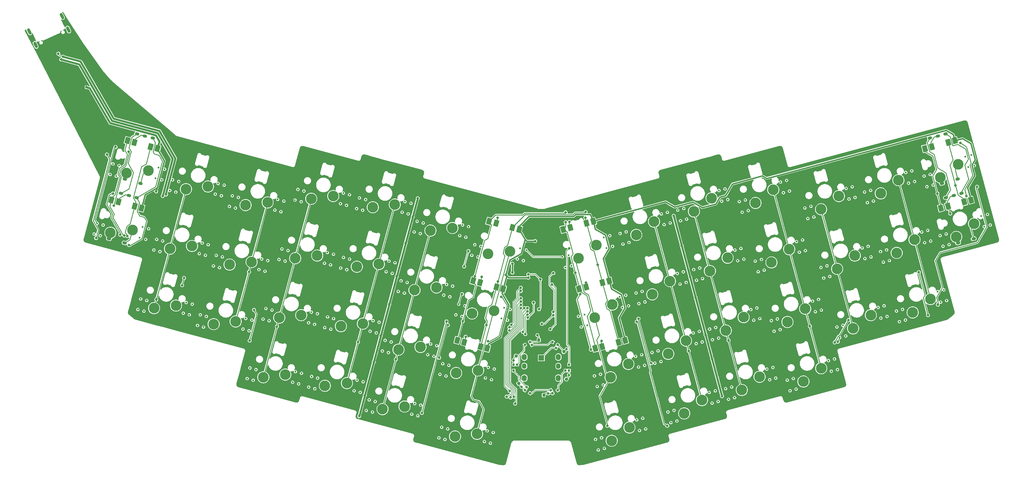
<source format=gbr>
%TF.GenerationSoftware,KiCad,Pcbnew,8.0.6*%
%TF.CreationDate,2024-12-13T19:23:41-05:00*%
%TF.ProjectId,10133,31303133-332e-46b6-9963-61645f706362,rev?*%
%TF.SameCoordinates,Original*%
%TF.FileFunction,Copper,L1,Top*%
%TF.FilePolarity,Positive*%
%FSLAX46Y46*%
G04 Gerber Fmt 4.6, Leading zero omitted, Abs format (unit mm)*
G04 Created by KiCad (PCBNEW 8.0.6) date 2024-12-13 19:23:41*
%MOMM*%
%LPD*%
G01*
G04 APERTURE LIST*
G04 Aperture macros list*
%AMRoundRect*
0 Rectangle with rounded corners*
0 $1 Rounding radius*
0 $2 $3 $4 $5 $6 $7 $8 $9 X,Y pos of 4 corners*
0 Add a 4 corners polygon primitive as box body*
4,1,4,$2,$3,$4,$5,$6,$7,$8,$9,$2,$3,0*
0 Add four circle primitives for the rounded corners*
1,1,$1+$1,$2,$3*
1,1,$1+$1,$4,$5*
1,1,$1+$1,$6,$7*
1,1,$1+$1,$8,$9*
0 Add four rect primitives between the rounded corners*
20,1,$1+$1,$2,$3,$4,$5,0*
20,1,$1+$1,$4,$5,$6,$7,0*
20,1,$1+$1,$6,$7,$8,$9,0*
20,1,$1+$1,$8,$9,$2,$3,0*%
%AMHorizOval*
0 Thick line with rounded ends*
0 $1 width*
0 $2 $3 position (X,Y) of the first rounded end (center of the circle)*
0 $4 $5 position (X,Y) of the second rounded end (center of the circle)*
0 Add line between two ends*
20,1,$1,$2,$3,$4,$5,0*
0 Add two circle primitives to create the rounded ends*
1,1,$1,$2,$3*
1,1,$1,$4,$5*%
%AMRotRect*
0 Rectangle, with rotation*
0 The origin of the aperture is its center*
0 $1 length*
0 $2 width*
0 $3 Rotation angle, in degrees counterclockwise*
0 Add horizontal line*
21,1,$1,$2,0,0,$3*%
G04 Aperture macros list end*
%TA.AperFunction,ComponentPad*%
%ADD10O,1.600000X1.900000*%
%TD*%
%TA.AperFunction,ComponentPad*%
%ADD11O,1.400000X1.700000*%
%TD*%
%TA.AperFunction,SMDPad,CuDef*%
%ADD12RotRect,1.500000X2.000000X15.000000*%
%TD*%
%TA.AperFunction,SMDPad,CuDef*%
%ADD13RoundRect,0.225000X0.225000X0.250000X-0.225000X0.250000X-0.225000X-0.250000X0.225000X-0.250000X0*%
%TD*%
%TA.AperFunction,ComponentPad*%
%ADD14HorizOval,0.900000X-0.241481X0.064705X0.241481X-0.064705X0*%
%TD*%
%TA.AperFunction,SMDPad,CuDef*%
%ADD15RotRect,0.700000X0.700000X150.000000*%
%TD*%
%TA.AperFunction,SMDPad,CuDef*%
%ADD16R,0.700000X0.700000*%
%TD*%
%TA.AperFunction,SMDPad,CuDef*%
%ADD17RoundRect,0.225000X-0.104006X0.319856X-0.329006X-0.069856X0.104006X-0.319856X0.329006X0.069856X0*%
%TD*%
%TA.AperFunction,SMDPad,CuDef*%
%ADD18RotRect,0.700000X0.700000X210.000000*%
%TD*%
%TA.AperFunction,SMDPad,CuDef*%
%ADD19RotRect,1.500000X2.000000X345.000000*%
%TD*%
%TA.AperFunction,SMDPad,CuDef*%
%ADD20RotRect,0.700000X0.700000X30.000000*%
%TD*%
%TA.AperFunction,SMDPad,CuDef*%
%ADD21RoundRect,0.225000X0.329006X-0.069856X0.104006X0.319856X-0.329006X0.069856X-0.104006X-0.319856X0*%
%TD*%
%TA.AperFunction,SMDPad,CuDef*%
%ADD22RoundRect,0.225000X-0.225000X-0.250000X0.225000X-0.250000X0.225000X0.250000X-0.225000X0.250000X0*%
%TD*%
%TA.AperFunction,ComponentPad*%
%ADD23HorizOval,0.900000X0.241481X0.064705X-0.241481X-0.064705X0*%
%TD*%
%TA.AperFunction,SMDPad,CuDef*%
%ADD24RotRect,0.700000X0.700000X330.000000*%
%TD*%
%TA.AperFunction,SMDPad,CuDef*%
%ADD25RoundRect,0.225000X-0.329006X0.069856X-0.104006X-0.319856X0.329006X-0.069856X0.104006X0.319856X0*%
%TD*%
%TA.AperFunction,SMDPad,CuDef*%
%ADD26RoundRect,0.225000X0.104006X-0.319856X0.329006X0.069856X-0.104006X0.319856X-0.329006X-0.069856X0*%
%TD*%
%TA.AperFunction,ComponentPad*%
%ADD27C,3.300000*%
%TD*%
%TA.AperFunction,ComponentPad*%
%ADD28C,0.600000*%
%TD*%
%TA.AperFunction,ComponentPad*%
%ADD29R,1.700000X1.700000*%
%TD*%
%TA.AperFunction,ComponentPad*%
%ADD30HorizOval,0.900000X-0.244914X0.520233X0.244914X-0.520233X0*%
%TD*%
%TA.AperFunction,ViaPad*%
%ADD31C,0.800000*%
%TD*%
%TA.AperFunction,Conductor*%
%ADD32C,0.400000*%
%TD*%
%TA.AperFunction,Conductor*%
%ADD33C,0.600000*%
%TD*%
%TA.AperFunction,Conductor*%
%ADD34C,0.200000*%
%TD*%
%TA.AperFunction,Conductor*%
%ADD35C,0.250000*%
%TD*%
G04 APERTURE END LIST*
D10*
%TO.P,S1,1,Common*%
%TO.N,/Common*%
X-5250000Y-14147000D03*
D11*
%TO.P,S1,2,Left*%
%TO.N,/Left*%
X-5250000Y-16947000D03*
D10*
%TO.P,S1,3,Center*%
%TO.N,/Center*%
X-5249999Y-20647000D03*
%TO.P,S1,4,Up*%
%TO.N,/Up*%
X5249999Y-14147000D03*
D11*
%TO.P,S1,5,Right*%
%TO.N,/Right*%
X5250000Y-16947000D03*
D10*
%TO.P,S1,6,Down*%
%TO.N,/Down*%
X5250000Y-20647000D03*
%TD*%
D12*
%TO.P,J8,1,Pin_1*%
%TO.N,GND*%
X8920522Y25903957D03*
%TO.P,J8,2,Pin_2*%
%TO.N,/SDA*%
X13943336Y27249816D03*
%TO.P,J8,3,Pin_3*%
%TO.N,/SCL*%
X6759263Y25324850D03*
%TO.P,J8,4,Pin_4*%
%TO.N,+3V3*%
X16032151Y27809512D03*
%TD*%
D13*
%TO.P,C64,1*%
%TO.N,+5V*%
X775000Y-8897000D03*
%TO.P,C64,2*%
%TO.N,GND*%
X-775000Y-8897000D03*
%TD*%
D14*
%TO.P,E2,1,A*%
%TO.N,/e1A*%
X-124879025Y35156379D03*
%TO.P,E2,2,B*%
%TO.N,/e1B*%
X-129708653Y36450473D03*
%TO.P,E2,3,GND*%
%TO.N,GND*%
X-127293838Y35803427D03*
%TO.P,E2,4,SW1*%
%TO.N,/k38*%
X-133461529Y22444550D03*
%TO.P,E2,5,SW2*%
%TO.N,/c1*%
X-128631901Y21150455D03*
%TD*%
D15*
%TO.P,LED54,1,DOUT*%
%TO.N,Net-(J1-Pin_1)*%
X4517413Y-11335624D03*
%TO.P,LED54,2,VSS*%
%TO.N,GND*%
X5067413Y-10382996D03*
%TO.P,LED54,3,DIN*%
%TO.N,Net-(LED53-DOUT)*%
X3482587Y-9467996D03*
%TO.P,LED54,4,VDD*%
%TO.N,+5V*%
X2932587Y-10420624D03*
%TD*%
D16*
%TO.P,LED52,1,DOUT*%
%TO.N,Net-(LED52-DOUT)*%
X-7450000Y-16482000D03*
%TO.P,LED52,2,VSS*%
%TO.N,GND*%
X-8550000Y-16482000D03*
%TO.P,LED52,3,DIN*%
%TO.N,Net-(LED51-DOUT)*%
X-8550000Y-18312000D03*
%TO.P,LED52,4,VDD*%
%TO.N,+5V*%
X-7450000Y-18312000D03*
%TD*%
D12*
%TO.P,J7,1,Pin_1*%
%TO.N,GND*%
X125489266Y32485881D03*
%TO.P,J7,2,Pin_2*%
%TO.N,/SDA*%
X130512080Y33831740D03*
%TO.P,J7,3,Pin_3*%
%TO.N,/SCL*%
X123328007Y31906774D03*
%TO.P,J7,4,Pin_4*%
%TO.N,+3V3*%
X132600895Y34391436D03*
%TD*%
D17*
%TO.P,C69,1*%
%TO.N,+5V*%
X-6973715Y-12475830D03*
%TO.P,C69,2*%
%TO.N,GND*%
X-7748715Y-13818170D03*
%TD*%
D12*
%TO.P,J11,1,Pin_1*%
%TO.N,GND*%
X13851036Y7503023D03*
%TO.P,J11,2,Pin_2*%
%TO.N,/SDA*%
X18873850Y8848882D03*
%TO.P,J11,3,Pin_3*%
%TO.N,/SCL*%
X11689777Y6923916D03*
%TO.P,J11,4,Pin_4*%
%TO.N,+3V3*%
X20962665Y9408578D03*
%TD*%
D18*
%TO.P,LED53,1,DOUT*%
%TO.N,Net-(LED53-DOUT)*%
X-2932587Y-10420624D03*
%TO.P,LED53,2,VSS*%
%TO.N,GND*%
X-3482587Y-9467996D03*
%TO.P,LED53,3,DIN*%
%TO.N,Net-(LED52-DOUT)*%
X-5067413Y-10382996D03*
%TO.P,LED53,4,VDD*%
%TO.N,+5V*%
X-4517413Y-11335624D03*
%TD*%
D19*
%TO.P,J10,1,Pin_1*%
%TO.N,GND*%
X-18875352Y8849596D03*
%TO.P,J10,2,Pin_2*%
%TO.N,/SDA*%
X-13852538Y7503737D03*
%TO.P,J10,3,Pin_3*%
%TO.N,/SCL*%
X-21036611Y9428704D03*
%TO.P,J10,4,Pin_4*%
%TO.N,+3V3*%
X-11763724Y6944041D03*
%TD*%
%TO.P,J6,1,Pin_1*%
%TO.N,GND*%
X-130513393Y33832411D03*
%TO.P,J6,2,Pin_2*%
%TO.N,/SDA*%
X-125490579Y32486552D03*
%TO.P,J6,3,Pin_3*%
%TO.N,/SCL*%
X-132674652Y34411519D03*
%TO.P,J6,4,Pin_4*%
%TO.N,+3V3*%
X-123401765Y31926856D03*
%TD*%
%TO.P,J4,1,Pin_1*%
%TO.N,GND*%
X-23805859Y-9551308D03*
%TO.P,J4,2,Pin_2*%
%TO.N,/SDA*%
X-18783045Y-10897167D03*
%TO.P,J4,3,Pin_3*%
%TO.N,/SCL*%
X-25967118Y-8972200D03*
%TO.P,J4,4,Pin_4*%
%TO.N,+3V3*%
X-16694231Y-11456863D03*
%TD*%
D20*
%TO.P,LED50,1,DOUT*%
%TO.N,Net-(LED50-DOUT)*%
X2932587Y-24373376D03*
%TO.P,LED50,2,VSS*%
%TO.N,GND*%
X3482587Y-25326004D03*
%TO.P,LED50,3,DIN*%
%TO.N,Net-(LED49-DOUT)*%
X5067413Y-24411004D03*
%TO.P,LED50,4,VDD*%
%TO.N,+5V*%
X4517413Y-23458376D03*
%TD*%
D21*
%TO.P,C65,1*%
%TO.N,+5V*%
X7748715Y-13818170D03*
%TO.P,C65,2*%
%TO.N,GND*%
X6973715Y-12475830D03*
%TD*%
D16*
%TO.P,LED49,1,DOUT*%
%TO.N,Net-(LED49-DOUT)*%
X7450000Y-18312000D03*
%TO.P,LED49,2,VSS*%
%TO.N,GND*%
X8550000Y-18312000D03*
%TO.P,LED49,3,DIN*%
%TO.N,Net-(LED48-DOUT)*%
X8550000Y-16482000D03*
%TO.P,LED49,4,VDD*%
%TO.N,+5V*%
X7450000Y-16482000D03*
%TD*%
D12*
%TO.P,J3,1,Pin_1*%
%TO.N,GND*%
X18781552Y-10897910D03*
%TO.P,J3,2,Pin_2*%
%TO.N,/SDA*%
X23804366Y-9552051D03*
%TO.P,J3,3,Pin_3*%
%TO.N,/SCL*%
X16620293Y-11477017D03*
%TO.P,J3,4,Pin_4*%
%TO.N,+3V3*%
X25893181Y-8992355D03*
%TD*%
D19*
%TO.P,J12,1,Pin_1*%
%TO.N,GND*%
X-125582886Y52233314D03*
%TO.P,J12,2,Pin_2*%
%TO.N,/SDA*%
X-120560072Y50887455D03*
%TO.P,J12,3,Pin_3*%
%TO.N,/SCL*%
X-127744145Y52812422D03*
%TO.P,J12,4,Pin_4*%
%TO.N,+3V3*%
X-118471258Y50327759D03*
%TD*%
D22*
%TO.P,C67,1*%
%TO.N,+5V*%
X-775000Y-25897000D03*
%TO.P,C67,2*%
%TO.N,GND*%
X775000Y-25897000D03*
%TD*%
D12*
%TO.P,J9,1,Pin_1*%
%TO.N,GND*%
X120558751Y50886815D03*
%TO.P,J9,2,Pin_2*%
%TO.N,/SDA*%
X125581565Y52232674D03*
%TO.P,J9,3,Pin_3*%
%TO.N,/SCL*%
X118397492Y50307708D03*
%TO.P,J9,4,Pin_4*%
%TO.N,+3V3*%
X127670380Y52792370D03*
%TD*%
D23*
%TO.P,E4,1,A*%
%TO.N,/e2A*%
X129707378Y36450474D03*
%TO.P,E4,2,B*%
%TO.N,/e2B*%
X124877749Y35156379D03*
%TO.P,E4,3,GND*%
%TO.N,GND*%
X127292564Y35803426D03*
%TO.P,E4,4,SW1*%
%TO.N,/c1*%
X128630625Y21150454D03*
%TO.P,E4,5,SW2*%
%TO.N,/k47*%
X133460255Y22444549D03*
%TD*%
%TO.P,E3,1,A*%
%TO.N,/e2A*%
X124776875Y54851377D03*
%TO.P,E3,2,B*%
%TO.N,/e2B*%
X119947246Y53557282D03*
%TO.P,E3,3,GND*%
%TO.N,GND*%
X122362061Y54204329D03*
%TO.P,E3,4,SW1*%
%TO.N,/c0*%
X123700122Y39551357D03*
%TO.P,E3,5,SW2*%
%TO.N,/k48*%
X128529752Y40845452D03*
%TD*%
D19*
%TO.P,J5,1,Pin_1*%
%TO.N,GND*%
X-13944846Y27250497D03*
%TO.P,J5,2,Pin_2*%
%TO.N,/SDA*%
X-8922032Y25904638D03*
%TO.P,J5,3,Pin_3*%
%TO.N,/SCL*%
X-16106105Y27829605D03*
%TO.P,J5,4,Pin_4*%
%TO.N,+3V3*%
X-6833218Y25344942D03*
%TD*%
D24*
%TO.P,LED51,1,DOUT*%
%TO.N,Net-(LED51-DOUT)*%
X-4517413Y-23458376D03*
%TO.P,LED51,2,VSS*%
%TO.N,GND*%
X-5067413Y-24411004D03*
%TO.P,LED51,3,DIN*%
%TO.N,Net-(LED50-DOUT)*%
X-3482587Y-25326004D03*
%TO.P,LED51,4,VDD*%
%TO.N,+5V*%
X-2932587Y-24373376D03*
%TD*%
D25*
%TO.P,C68,1*%
%TO.N,+5V*%
X-7748715Y-20975830D03*
%TO.P,C68,2*%
%TO.N,GND*%
X-6973715Y-22318170D03*
%TD*%
D26*
%TO.P,C66,1*%
%TO.N,+5V*%
X6973715Y-22318170D03*
%TO.P,C66,2*%
%TO.N,GND*%
X7748715Y-20975830D03*
%TD*%
D14*
%TO.P,E1,1,A*%
%TO.N,/e1A*%
X-119948520Y53557281D03*
%TO.P,E1,2,B*%
%TO.N,/e1B*%
X-124778148Y54851375D03*
%TO.P,E1,3,GND*%
%TO.N,GND*%
X-122363333Y54204329D03*
%TO.P,E1,4,SW1*%
%TO.N,/k37*%
X-128531024Y40845452D03*
%TO.P,E1,5,SW2*%
%TO.N,/c0*%
X-123701396Y39551357D03*
%TD*%
D27*
%TO.P,K37,1*%
%TO.N,/c0*%
X-121281699Y43520334D03*
D28*
X-118156434Y44442890D03*
X-119036882Y41157003D03*
X-116282071Y43942520D03*
X-117162987Y40654894D03*
%TO.P,K37,2*%
%TO.N,/k37*%
X-133071892Y42289933D03*
X-132191440Y45575821D03*
X-130317544Y45073712D03*
X-131198460Y41786088D03*
D27*
X-128072728Y42710382D03*
%TD*%
%TO.P,K7,1*%
%TO.N,Net-(D4-A-Pad1)*%
X17002635Y20509715D03*
D28*
X20128366Y19585420D03*
X19247916Y22871307D03*
X21121345Y23375154D03*
X22002263Y20087529D03*
%TO.P,K7,2*%
%TO.N,/c5*%
X6526778Y16834950D03*
X7407229Y13549064D03*
X8400674Y17337059D03*
X9281591Y14049434D03*
D27*
X11526406Y16412764D03*
%TD*%
%TO.P,K40,1*%
%TO.N,/c3*%
X-60004357Y-22203949D03*
D28*
X-56879092Y-21281393D03*
X-57759540Y-24567280D03*
X-55004729Y-21781763D03*
X-55885645Y-25069389D03*
%TO.P,K40,2*%
%TO.N,Net-(D21-A-Pad2)*%
X-71794550Y-23434350D03*
X-70914098Y-20148462D03*
X-69040202Y-20650571D03*
X-69921118Y-23938195D03*
D27*
X-66795386Y-23013901D03*
%TD*%
%TO.P,K36,1*%
%TO.N,/c0*%
X120100889Y3760221D03*
D28*
X123226620Y2835926D03*
X122346170Y6121813D03*
X124219599Y6625660D03*
X125100517Y3338035D03*
%TO.P,K36,2*%
%TO.N,Net-(D19-A-Pad2)*%
X109625032Y85456D03*
X110505483Y-3200430D03*
X111498928Y587565D03*
X112379845Y-2700060D03*
D27*
X114624660Y-336730D03*
%TD*%
%TO.P,K19,1*%
%TO.N,Net-(D10-A-Pad1)*%
X21933243Y2108814D03*
D28*
X25058974Y1184519D03*
X24178524Y4470406D03*
X26051953Y4974253D03*
X26932871Y1686628D03*
%TO.P,K19,2*%
%TO.N,/c5*%
X11457386Y-1565951D03*
X12337837Y-4851837D03*
X13331282Y-1063842D03*
X14212199Y-4351467D03*
D27*
X16457014Y-1988137D03*
%TD*%
%TO.P,K47,1*%
%TO.N,/k47*%
X133571285Y27091630D03*
D28*
X136697016Y26167335D03*
X135816566Y29453222D03*
X137689995Y29957069D03*
X138570913Y26669444D03*
%TO.P,K47,2*%
%TO.N,/c1*%
X123095428Y23416865D03*
X123975879Y20130979D03*
X124969324Y23918974D03*
X125850241Y20631349D03*
D27*
X128095056Y22994679D03*
%TD*%
%TO.P,K32,1*%
%TO.N,/c4*%
X44648341Y-9061466D03*
D28*
X47774072Y-9985761D03*
X46893622Y-6699874D03*
X48767051Y-6196027D03*
X49647969Y-9483652D03*
%TO.P,K32,2*%
%TO.N,Net-(D17-A-Pad2)*%
X34172484Y-12736231D03*
X35052935Y-16022117D03*
X36046380Y-12234122D03*
X36927297Y-15521747D03*
D27*
X39172112Y-13158417D03*
%TD*%
%TO.P,K43,1*%
%TO.N,Net-(D23-A-Pad1)*%
X27194034Y-35925617D03*
D28*
X30319765Y-36849912D03*
X29439315Y-33564025D03*
X31312744Y-33060178D03*
X32193662Y-36347803D03*
%TO.P,K43,2*%
%TO.N,/c5*%
X16718177Y-39600382D03*
X17598628Y-42886268D03*
X18592073Y-39098273D03*
X19472990Y-42385898D03*
D27*
X21717805Y-40022568D03*
%TD*%
%TO.P,K27,1*%
%TO.N,Net-(D15-A-Pad1)*%
X-74091066Y-1172652D03*
D28*
X-70965801Y-250096D03*
X-71846249Y-3535983D03*
X-69091438Y-750466D03*
X-69972354Y-4038092D03*
%TO.P,K27,2*%
%TO.N,/c2*%
X-85881259Y-2403053D03*
X-85000807Y882835D03*
X-83126911Y380726D03*
X-84007827Y-2906898D03*
D27*
X-80882095Y-1982604D03*
%TD*%
%TO.P,K3,1*%
%TO.N,Net-(D2-A-Pad1)*%
X-64230052Y35629152D03*
D28*
X-61104787Y36551708D03*
X-61985235Y33265821D03*
X-59230424Y36051338D03*
X-60111340Y32763712D03*
%TO.P,K3,2*%
%TO.N,/c2*%
X-76020245Y34398751D03*
X-75139793Y37684639D03*
X-73265897Y37182530D03*
X-74146813Y33894906D03*
D27*
X-71021081Y34819200D03*
%TD*%
%TO.P,K10,1*%
%TO.N,/c2*%
X71589131Y37601350D03*
D28*
X74714862Y36677055D03*
X73834412Y39962942D03*
X75707841Y40466789D03*
X76588759Y37179164D03*
%TO.P,K10,2*%
%TO.N,Net-(D5-A-Pad2)*%
X61113274Y33926585D03*
X61993725Y30640699D03*
X62987170Y34428694D03*
X63868087Y31141069D03*
D27*
X66112902Y33504399D03*
%TD*%
%TO.P,K44,1*%
%TO.N,/c4*%
X49578847Y-27462368D03*
D28*
X52704578Y-28386663D03*
X51824128Y-25100776D03*
X53697557Y-24596929D03*
X54578475Y-27884554D03*
%TO.P,K44,2*%
%TO.N,Net-(D23-A-Pad2)*%
X39102990Y-31137133D03*
X39983441Y-34423019D03*
X40976886Y-30635024D03*
X41857803Y-33922649D03*
D27*
X44102618Y-31559319D03*
%TD*%
%TO.P,K22,1*%
%TO.N,/c2*%
X76519638Y19200448D03*
D28*
X79645369Y18276153D03*
X78764919Y21562040D03*
X80638348Y22065887D03*
X81519266Y18778262D03*
%TO.P,K22,2*%
%TO.N,Net-(D11-A-Pad2)*%
X66043781Y15525683D03*
X66924232Y12239797D03*
X67917677Y16027792D03*
X68798594Y12740167D03*
D27*
X71043409Y15103497D03*
%TD*%
%TO.P,K1,1*%
%TO.N,Net-(D1-A-Pad1)*%
X-102880797Y38589827D03*
D28*
X-99755532Y39512383D03*
X-100635980Y36226496D03*
X-97881169Y39012013D03*
X-98762085Y35724387D03*
%TO.P,K1,2*%
%TO.N,/c0*%
X-114670990Y37359426D03*
X-113790538Y40645314D03*
X-111916642Y40143205D03*
X-112797558Y36855581D03*
D27*
X-109671826Y37779875D03*
%TD*%
%TO.P,K45,1*%
%TO.N,Net-(D24-A-Pad1)*%
X67363436Y-20231751D03*
D28*
X70489167Y-21156046D03*
X69608717Y-17870159D03*
X71482146Y-17366312D03*
X72363064Y-20653937D03*
%TO.P,K45,2*%
%TO.N,/c3*%
X56887579Y-23906516D03*
X57768030Y-27192402D03*
X58761475Y-23404407D03*
X59642392Y-26692032D03*
D27*
X61887207Y-24328702D03*
%TD*%
%TO.P,K18,1*%
%TO.N,/c5*%
X-14574061Y136628D03*
D28*
X-11448796Y1059184D03*
X-12329244Y-2226703D03*
X-9574433Y558814D03*
X-10455349Y-2728812D03*
%TO.P,K18,2*%
%TO.N,Net-(D9-A-Pad2)*%
X-26364254Y-1093773D03*
X-25483802Y2192115D03*
X-23609906Y1690006D03*
X-24490822Y-1597618D03*
D27*
X-21365090Y-673324D03*
%TD*%
%TO.P,K41,1*%
%TO.N,Net-(D22-A-Pad1)*%
X-42219766Y-29434568D03*
D28*
X-39094501Y-28512012D03*
X-39974949Y-31797899D03*
X-37220138Y-29012382D03*
X-38101054Y-32300008D03*
%TO.P,K41,2*%
%TO.N,/c4*%
X-54009959Y-30664969D03*
X-53129507Y-27379081D03*
X-51255611Y-27881190D03*
X-52136527Y-31168814D03*
D27*
X-49010795Y-30244520D03*
%TD*%
%TO.P,K13,1*%
%TO.N,Net-(D7-A-Pad1)*%
X-107811304Y20188925D03*
D28*
X-104686039Y21111481D03*
X-105566487Y17825594D03*
X-102811676Y20611111D03*
X-103692592Y17323485D03*
%TO.P,K13,2*%
%TO.N,/c0*%
X-119601497Y18958524D03*
X-118721045Y22244412D03*
X-116847149Y21742303D03*
X-117728065Y18454679D03*
D27*
X-114602333Y19378973D03*
%TD*%
%TO.P,K14,1*%
%TO.N,/c1*%
X-89410401Y15258418D03*
D28*
X-86285136Y16180974D03*
X-87165584Y12895087D03*
X-84410773Y15680604D03*
X-85291689Y12392978D03*
%TO.P,K14,2*%
%TO.N,Net-(D7-A-Pad2)*%
X-101200594Y14028017D03*
X-100320142Y17313905D03*
X-98446246Y16811796D03*
X-99327162Y13524172D03*
D27*
X-96201430Y14448466D03*
%TD*%
%TO.P,K12,1*%
%TO.N,/c0*%
X110239875Y40562027D03*
D28*
X113365606Y39637732D03*
X112485156Y42923619D03*
X114358585Y43427466D03*
X115239503Y40139841D03*
%TO.P,K12,2*%
%TO.N,Net-(D6-A-Pad2)*%
X99764018Y36887262D03*
X100644469Y33601376D03*
X101637914Y37389371D03*
X102518831Y34101746D03*
D27*
X104763646Y36465076D03*
%TD*%
%TO.P,K11,1*%
%TO.N,Net-(D6-A-Pad1)*%
X91838975Y35631518D03*
D28*
X94964706Y34707223D03*
X94084256Y37993110D03*
X95957685Y38496957D03*
X96838603Y35209332D03*
%TO.P,K11,2*%
%TO.N,/c1*%
X81363118Y31956753D03*
X82243569Y28670867D03*
X83237014Y32458862D03*
X84117931Y29171237D03*
D27*
X86362746Y31534567D03*
%TD*%
%TO.P,K33,1*%
%TO.N,Net-(D18-A-Pad1)*%
X62432930Y-1830848D03*
D28*
X65558661Y-2755143D03*
X64678211Y530744D03*
X66551640Y1034591D03*
X67432558Y-2253034D03*
%TO.P,K33,2*%
%TO.N,/c3*%
X51957073Y-5505613D03*
X52837524Y-8791499D03*
X53830969Y-5003504D03*
X54711886Y-8291129D03*
D27*
X56956701Y-5927799D03*
%TD*%
%TO.P,K4,1*%
%TO.N,/c3*%
X-45212835Y32998758D03*
D28*
X-42087570Y33921314D03*
X-42968018Y30635427D03*
X-40213207Y33420944D03*
X-41094123Y30133318D03*
%TO.P,K4,2*%
%TO.N,Net-(D2-A-Pad2)*%
X-57003028Y31768357D03*
X-56122576Y35054245D03*
X-54248680Y34552136D03*
X-55129596Y31264512D03*
D27*
X-52003864Y32188806D03*
%TD*%
%TO.P,K48,1*%
%TO.N,/k48*%
X128640782Y45492533D03*
D28*
X131766513Y44568238D03*
X130886063Y47854125D03*
X132759492Y48357972D03*
X133640410Y45070347D03*
%TO.P,K48,2*%
%TO.N,/c0*%
X118164925Y41817768D03*
X119045376Y38531882D03*
X120038821Y42319877D03*
X120919738Y39032252D03*
D27*
X123164553Y41395582D03*
%TD*%
%TO.P,K8,1*%
%TO.N,/c4*%
X34787326Y27740338D03*
D28*
X37913057Y26816043D03*
X37032607Y30101930D03*
X38906036Y30605777D03*
X39786954Y27318152D03*
%TO.P,K8,2*%
%TO.N,Net-(D4-A-Pad2)*%
X24311469Y24065573D03*
X25191920Y20779687D03*
X26185365Y24567682D03*
X27066282Y21280057D03*
D27*
X29311097Y23643387D03*
%TD*%
%TO.P,K16,1*%
%TO.N,/c3*%
X-50143343Y14597856D03*
D28*
X-47018078Y15520412D03*
X-47898526Y12234525D03*
X-45143715Y15020042D03*
X-46024631Y11732416D03*
%TO.P,K16,2*%
%TO.N,Net-(D8-A-Pad2)*%
X-61933536Y13367455D03*
X-61053084Y16653343D03*
X-59179188Y16151234D03*
X-60060104Y12863610D03*
D27*
X-56934372Y13787904D03*
%TD*%
%TO.P,K30,1*%
%TO.N,/c5*%
X-19503860Y-18264256D03*
D28*
X-16378595Y-17341700D03*
X-17259043Y-20627587D03*
X-14504232Y-17842070D03*
X-15385148Y-21129696D03*
%TO.P,K30,2*%
%TO.N,Net-(D16-A-Pad2)*%
X-31294053Y-19494657D03*
X-30413601Y-16208769D03*
X-28539705Y-16710878D03*
X-29420621Y-19998502D03*
D27*
X-26294889Y-19074208D03*
%TD*%
%TO.P,K5,1*%
%TO.N,Net-(D3-A-Pad1)*%
X-27428247Y25768138D03*
D28*
X-24302982Y26690694D03*
X-25183430Y23404807D03*
X-22428619Y26190324D03*
X-23309535Y22902698D03*
%TO.P,K5,2*%
%TO.N,/c4*%
X-39218440Y24537737D03*
X-38337988Y27823625D03*
X-36464092Y27321516D03*
X-37345008Y24033892D03*
D27*
X-34219276Y24958186D03*
%TD*%
%TO.P,K38,1*%
%TO.N,/c1*%
X-126212204Y25119432D03*
D28*
X-123086939Y26041988D03*
X-123967387Y22756101D03*
X-121212576Y25541618D03*
X-122093492Y22253992D03*
%TO.P,K38,2*%
%TO.N,/k38*%
X-138002397Y23889031D03*
X-137121945Y27174919D03*
X-135248049Y26672810D03*
X-136128965Y23385186D03*
D27*
X-133003233Y24309480D03*
%TD*%
%TO.P,K20,1*%
%TO.N,/c4*%
X39717832Y9339435D03*
D28*
X42843563Y8415140D03*
X41963113Y11701027D03*
X43836542Y12204874D03*
X44717460Y8917249D03*
%TO.P,K20,2*%
%TO.N,Net-(D10-A-Pad2)*%
X29241975Y5664670D03*
X30122426Y2378784D03*
X31115871Y6166779D03*
X31996788Y2879154D03*
D27*
X34241603Y5242484D03*
%TD*%
%TO.P,K46,1*%
%TO.N,/c2*%
X86380652Y-17601356D03*
D28*
X89506383Y-18525651D03*
X88625933Y-15239764D03*
X90499362Y-14735917D03*
X91380280Y-18023542D03*
%TO.P,K46,2*%
%TO.N,Net-(D24-A-Pad2)*%
X75904795Y-21276121D03*
X76785246Y-24562007D03*
X77778691Y-20774012D03*
X78659608Y-24061637D03*
D27*
X80904423Y-21698307D03*
%TD*%
%TO.P,K2,1*%
%TO.N,/c1*%
X-84479892Y33659321D03*
D28*
X-81354627Y34581877D03*
X-82235075Y31295990D03*
X-79480264Y34081507D03*
X-80361180Y30793881D03*
%TO.P,K2,2*%
%TO.N,Net-(D1-A-Pad2)*%
X-96270085Y32428920D03*
X-95389633Y35714808D03*
X-93515737Y35212699D03*
X-94396653Y31925075D03*
D27*
X-91270921Y32849369D03*
%TD*%
%TO.P,K42,1*%
%TO.N,/c5*%
X-19834953Y-37897817D03*
D28*
X-16709688Y-36975261D03*
X-17590136Y-40261148D03*
X-14835325Y-37475631D03*
X-15716241Y-40763257D03*
%TO.P,K42,2*%
%TO.N,Net-(D22-A-Pad2)*%
X-31625146Y-39128218D03*
X-30744694Y-35842330D03*
X-28870798Y-36344439D03*
X-29751714Y-39632063D03*
D27*
X-26625982Y-38707769D03*
%TD*%
%TO.P,K15,1*%
%TO.N,Net-(D8-A-Pad1)*%
X-69160558Y17228249D03*
D28*
X-66035293Y18150805D03*
X-66915741Y14864918D03*
X-64160930Y17650435D03*
X-65041846Y14362809D03*
%TO.P,K15,2*%
%TO.N,/c2*%
X-80950751Y15997848D03*
X-80070299Y19283736D03*
X-78196403Y18781627D03*
X-79077319Y15494003D03*
D27*
X-75951587Y16418297D03*
%TD*%
%TO.P,K35,1*%
%TO.N,Net-(D19-A-Pad1)*%
X101699986Y-1170286D03*
D28*
X104825717Y-2094581D03*
X103945267Y1191306D03*
X105818696Y1695153D03*
X106699614Y-1592472D03*
%TO.P,K35,2*%
%TO.N,/c1*%
X91224129Y-4845051D03*
X92104580Y-8130937D03*
X93098025Y-4342942D03*
X93978942Y-7630567D03*
D27*
X96223757Y-5267237D03*
%TD*%
%TO.P,K39,1*%
%TO.N,Net-(D21-A-Pad1)*%
X-79021572Y-19573554D03*
D28*
X-75896307Y-18650998D03*
X-76776755Y-21936885D03*
X-74021944Y-19151368D03*
X-74902860Y-22438994D03*
%TO.P,K39,2*%
%TO.N,/c2*%
X-90811765Y-20803955D03*
X-89931313Y-17518067D03*
X-88057417Y-18020176D03*
X-88938333Y-21307800D03*
D27*
X-85812601Y-20383506D03*
%TD*%
%TO.P,K29,1*%
%TO.N,Net-(D16-A-Pad1)*%
X-37289261Y-11033665D03*
D28*
X-34163996Y-10111109D03*
X-35044444Y-13396996D03*
X-32289633Y-10611479D03*
X-33170549Y-13899105D03*
%TO.P,K29,2*%
%TO.N,/c4*%
X-49079454Y-12264066D03*
X-48199002Y-8978178D03*
X-46325106Y-9480287D03*
X-47206022Y-12767911D03*
D27*
X-44080290Y-11843617D03*
%TD*%
%TO.P,K6,1*%
%TO.N,/c5*%
X-9643554Y18537515D03*
D28*
X-6518289Y19460071D03*
X-7398737Y16174184D03*
X-4643926Y18959701D03*
X-5524842Y15672075D03*
%TO.P,K6,2*%
%TO.N,Net-(D3-A-Pad2)*%
X-21433747Y17307114D03*
X-20553295Y20593002D03*
X-18679399Y20090893D03*
X-19560315Y16803269D03*
D27*
X-16434583Y17727563D03*
%TD*%
%TO.P,K21,1*%
%TO.N,Net-(D11-A-Pad1)*%
X57502423Y16570054D03*
D28*
X60628154Y15645759D03*
X59747704Y18931646D03*
X61621133Y19435493D03*
X62502051Y16147868D03*
%TO.P,K21,2*%
%TO.N,/c3*%
X47026566Y12895289D03*
X47907017Y9609403D03*
X48900462Y13397398D03*
X49781379Y10109773D03*
D27*
X52026194Y12473103D03*
%TD*%
%TO.P,K17,1*%
%TO.N,Net-(D9-A-Pad1)*%
X-32358753Y7367236D03*
D28*
X-29233488Y8289792D03*
X-30113936Y5003905D03*
X-27359125Y7789422D03*
X-28240041Y4501796D03*
%TO.P,K17,2*%
%TO.N,/c4*%
X-44148946Y6136835D03*
X-43268494Y9422723D03*
X-41394598Y8920614D03*
X-42275514Y5632990D03*
D27*
X-39149782Y6557284D03*
%TD*%
%TO.P,K9,1*%
%TO.N,Net-(D5-A-Pad1)*%
X52571915Y34970957D03*
D28*
X55697646Y34046662D03*
X54817196Y37332549D03*
X56690625Y37836396D03*
X57571543Y34548771D03*
%TO.P,K9,2*%
%TO.N,/c3*%
X42096058Y31296192D03*
X42976509Y28010306D03*
X43969954Y31798301D03*
X44850871Y28510676D03*
D27*
X47095686Y30874006D03*
%TD*%
%TO.P,K23,1*%
%TO.N,Net-(D12-A-Pad1)*%
X96769481Y17230617D03*
D28*
X99895212Y16306322D03*
X99014762Y19592209D03*
X100888191Y20096056D03*
X101769109Y16808431D03*
%TO.P,K23,2*%
%TO.N,/c1*%
X86293624Y13555852D03*
X87174075Y10269966D03*
X88167520Y14057961D03*
X89048437Y10770336D03*
D27*
X91293252Y13133666D03*
%TD*%
%TO.P,K28,1*%
%TO.N,/c3*%
X-55073849Y-3803047D03*
D28*
X-51948584Y-2880491D03*
X-52829032Y-6166378D03*
X-50074221Y-3380861D03*
X-50955137Y-6668487D03*
%TO.P,K28,2*%
%TO.N,Net-(D15-A-Pad2)*%
X-66864042Y-5033448D03*
X-65983590Y-1747560D03*
X-64109694Y-2249669D03*
X-64990610Y-5537293D03*
D27*
X-61864878Y-4612999D03*
%TD*%
%TO.P,K26,1*%
%TO.N,/c1*%
X-94340907Y-3142486D03*
D28*
X-91215642Y-2219930D03*
X-92096090Y-5505817D03*
X-89341279Y-2720300D03*
X-90222195Y-6007926D03*
%TO.P,K26,2*%
%TO.N,Net-(D14-A-Pad2)*%
X-106131100Y-4372887D03*
X-105250648Y-1086999D03*
X-103376752Y-1589108D03*
X-104257668Y-4876732D03*
D27*
X-101131936Y-3952438D03*
%TD*%
D29*
%TO.P,RGB,1,Pin_1*%
%TO.N,Net-(J1-Pin_1)*%
X0Y-14400000D03*
%TD*%
D27*
%TO.P,K34,1*%
%TO.N,/c2*%
X81450147Y799546D03*
D28*
X84575878Y-124749D03*
X83695428Y3161138D03*
X85568857Y3664985D03*
X86449775Y377360D03*
%TO.P,K34,2*%
%TO.N,Net-(D18-A-Pad2)*%
X70974290Y-2875219D03*
X71854741Y-6161105D03*
X72848186Y-2373110D03*
X73729103Y-5660735D03*
D27*
X75973918Y-3297405D03*
%TD*%
%TO.P,K24,1*%
%TO.N,/c0*%
X115170382Y22161124D03*
D28*
X118296113Y21236829D03*
X117415663Y24522716D03*
X119289092Y25026563D03*
X120170010Y21738938D03*
%TO.P,K24,2*%
%TO.N,Net-(D12-A-Pad2)*%
X104694525Y18486359D03*
X105574976Y15200473D03*
X106568421Y18988468D03*
X107449338Y15700843D03*
D27*
X109694153Y18064173D03*
%TD*%
D30*
%TO.P,J13,S1,SHIELD*%
%TO.N,GND*%
X-158055291Y86539771D03*
X-156095978Y82377908D03*
X-147967299Y91288971D03*
X-146007987Y87127108D03*
%TD*%
D27*
%TO.P,K25,1*%
%TO.N,Net-(D14-A-Pad1)*%
X-112741811Y1788023D03*
D28*
X-109616546Y2710579D03*
X-110496994Y-575308D03*
X-107742183Y2210209D03*
X-108623099Y-1077417D03*
%TO.P,K25,2*%
%TO.N,/c0*%
X-124532004Y557622D03*
X-123651552Y3843510D03*
X-121777656Y3341401D03*
X-122658572Y53777D03*
D27*
X-119532840Y978071D03*
%TD*%
%TO.P,K31,1*%
%TO.N,Net-(D17-A-Pad1)*%
X26863751Y-16292086D03*
D28*
X29989482Y-17216381D03*
X29109032Y-13930494D03*
X30982461Y-13426647D03*
X31863379Y-16714272D03*
%TO.P,K31,2*%
%TO.N,/c5*%
X16387894Y-19966851D03*
X17268345Y-23252737D03*
X18261790Y-19464742D03*
X19142707Y-22752367D03*
D27*
X21387522Y-20389037D03*
%TD*%
D31*
%TO.N,+3V3*%
X-10966777Y11272513D03*
X-4218411Y-1999741D03*
X-118876353Y37080967D03*
X-4028411Y10420756D03*
X-140371968Y69292007D03*
X-1900000Y21700000D03*
X-2373411Y2655259D03*
%TO.N,GND*%
X47620886Y4225665D03*
X-18400189Y10624335D03*
X-13489805Y28950145D03*
X-1200000Y-7400000D03*
X-110267054Y10289831D03*
X-8928411Y14710258D03*
X50702453Y-7274899D03*
X-41848479Y21168355D03*
X-46933065Y2192424D03*
X45926024Y10550975D03*
X40841439Y29526906D03*
X52705471Y-14750266D03*
X-8888412Y11980259D03*
X-23350819Y-7851659D03*
X126197020Y30210585D03*
X55787038Y-26250829D03*
X-6089208Y-23389208D03*
X-49552396Y-7583055D03*
X-39691382Y29218749D03*
X43306693Y20326455D03*
X-54482904Y-25983958D03*
X-51709493Y-15633450D03*
X8670082Y27686065D03*
X8550000Y-19700000D03*
X3732089Y-1212754D03*
X-38150599Y34969031D03*
X-56201303Y-32397115D03*
X151589Y-3869741D03*
X13746145Y8901327D03*
X-8550000Y-15200000D03*
X-44621889Y10817848D03*
X-110862338Y8068202D03*
X18616501Y-9120552D03*
X2100000Y-25400000D03*
X7800000Y-11700000D03*
%TO.N,+1V1*%
X-698158Y629595D03*
X-4028412Y11420259D03*
X-278890Y9852930D03*
%TO.N,+5V*%
X-17222176Y28878448D03*
X-28586216Y13166515D03*
X22737631Y32688079D03*
X-85637958Y21057711D03*
X-4563290Y20597960D03*
X14335371Y-10856295D03*
X-110233861Y48870615D03*
X86714706Y-10568026D03*
X-65388082Y23027543D03*
X-75249112Y-13774320D03*
X60180661Y42854397D03*
X-121618329Y35493694D03*
X116906456Y50658255D03*
X50924905Y3395461D03*
X22463454Y9021633D03*
X-52016496Y43117775D03*
X80330937Y40857875D03*
X-145103964Y75508165D03*
X-81444151Y9107811D03*
X33140237Y-3834862D03*
X-44642285Y-753220D03*
X27561612Y-29017406D03*
X98731840Y45788382D03*
X76887128Y26108993D03*
X-151579000Y80200001D03*
X-91832928Y43940100D03*
X-147116118Y82231897D03*
X40085322Y16247980D03*
X108592871Y8986515D03*
X115537872Y29069670D03*
X-56231864Y-16404720D03*
X-120128396Y11943708D03*
X-71583122Y45909677D03*
X97137046Y24138884D03*
X69942041Y6026153D03*
X-27083123Y-7923107D03*
X125215288Y37526796D03*
X90191885Y4056320D03*
X134111387Y33968281D03*
X-10828553Y5411267D03*
X-38447245Y-23635352D03*
X57869912Y23478599D03*
X-101694028Y7137976D03*
X6369969Y27069751D03*
X49946336Y-20553825D03*
X-16028957Y-31973828D03*
X67730925Y-13323205D03*
X41620534Y40332425D03*
X-122285759Y30877770D03*
X-147369741Y74200015D03*
X-34781188Y36048893D03*
X-128893654Y53736472D03*
X-62426904Y6477412D03*
X-46370834Y20397147D03*
X-104038891Y25988226D03*
%TO.N,/r0*%
X-23815525Y13887621D03*
X-22513221Y18631979D03*
%TO.N,/r1*%
X-9254919Y-4166649D03*
X-6338411Y7300259D03*
%TO.N,Net-(D9-A-Pad2)*%
X-24459341Y5321234D03*
%TO.N,/r2*%
X-4260078Y-1001108D03*
X-4938411Y-7049742D03*
X-31537483Y-14353152D03*
X-28822657Y-4266393D03*
%TO.N,/r3*%
X-5718689Y-6350241D03*
X-36860129Y-31416354D03*
X-137401234Y22643619D03*
X-4269861Y-1653D03*
X-134089607Y48487102D03*
X-29275541Y-3110285D03*
%TO.N,/e1A*%
X-6313553Y4029981D03*
X-9877951Y-5947294D03*
X-127255779Y20485555D03*
%TO.N,/e1B*%
X-132211687Y36423764D03*
X-130009213Y23713188D03*
X-9878475Y-4947793D03*
X-6348411Y6299499D03*
%TO.N,/SDA*%
X-17000585Y-4244935D03*
X-127756500Y23258324D03*
X13618348Y28984317D03*
X-13397145Y9203287D03*
X13651588Y30724500D03*
X17391954Y14381672D03*
X127790572Y38966898D03*
%TO.N,/SCL*%
X10491759Y11947839D03*
X-128736203Y23456288D03*
X122264105Y36429815D03*
X7521589Y27590259D03*
X-24236395Y-3062897D03*
X-20509126Y10847437D03*
X7521589Y30591493D03*
%TO.N,/c0*%
X90552906Y-9627459D03*
X94786416Y-2704189D03*
X-4258411Y1010259D03*
X-8078411Y-28519741D03*
X-118807465Y3685205D03*
%TO.N,/c1*%
X-90231345Y12194612D03*
X-10671458Y-26386875D03*
X-6273171Y2031385D03*
X91528108Y-9408406D03*
%TO.N,/c2*%
X-81613420Y-4711948D03*
X-6257281Y1032009D03*
X-9476441Y-26637143D03*
X82899881Y-4610936D03*
%TO.N,/c3*%
X57773779Y-8977177D03*
X-56600074Y-9498994D03*
X-5257801Y1025254D03*
X-8497912Y-26433465D03*
%TO.N,/c4*%
X-9758501Y-24664994D03*
X-44898982Y-14860135D03*
X-6292978Y3030691D03*
X45506506Y-12264183D03*
%TO.N,/c5*%
X20370000Y-35390000D03*
%TO.N,/r6*%
X29987959Y-2300940D03*
X33884404Y-16046854D03*
%TO.N,/r7*%
X38862008Y-35376952D03*
X29417996Y-3239771D03*
X122414525Y2040950D03*
X134515314Y38508523D03*
%TO.N,/RGB_3.3v*%
X3728329Y-213260D03*
X3722259Y11829589D03*
%TO.N,/D+*%
X-115824695Y36107987D03*
X-149086544Y79656470D03*
X-147620073Y78702813D03*
%TO.N,/D-*%
X-116874719Y35664646D03*
X-148172127Y77852527D03*
%TO.N,Net-(LED7-DOUT)*%
X-127388181Y49313089D03*
X-131979979Y32697458D03*
%TO.N,/BOOT*%
X3291589Y8299499D03*
X2801589Y-5509741D03*
%TO.N,Net-(LED14-DOUT)*%
X-16441171Y-9244374D03*
X-12409920Y4448160D03*
%TO.N,Net-(LED20-DOUT)*%
X-88697156Y440157D03*
X-90012356Y-9068466D03*
%TO.N,Net-(LED28-DOUT)*%
X116505319Y12116929D03*
X119337234Y-1210532D03*
%TO.N,Net-(LED34-DOUT)*%
X11957683Y5280363D03*
X15319918Y-11838026D03*
%TO.N,Net-(LED41-DOUT)*%
X131229412Y35620072D03*
X129301613Y52024222D03*
%TO.N,Net-(LED48-DOUT)*%
X8608176Y19425269D03*
%TO.N,/k38*%
X-131401310Y50831193D03*
%TD*%
D32*
%TO.N,+3V3*%
X25824443Y1070597D02*
X24029745Y-2037915D01*
X-9747127Y15824308D02*
X-6222538Y17859231D01*
X127171359Y54654744D02*
X124964125Y55929092D01*
X53922698Y33210583D02*
X49685095Y32075122D01*
X-6833218Y26326782D02*
X-3818008Y29341992D01*
X9966994Y29341992D02*
X10550002Y29925000D01*
D33*
X-140371968Y69292007D02*
X-139357745Y69020246D01*
X-133117527Y58211873D02*
X-118968647Y54420693D01*
D32*
X38312302Y33844567D02*
X16076618Y27886535D01*
X-1900000Y21700000D02*
X-4496511Y21700000D01*
X24724465Y5175783D02*
X25824443Y1070597D01*
X19099242Y16362971D02*
X20886871Y19459236D01*
D33*
X-117879865Y52534866D02*
X-118471258Y50327759D01*
X-118968647Y54420693D02*
X-117879865Y52534866D01*
D32*
X20962665Y9408580D02*
X19099242Y16362971D01*
X-6222538Y17859231D02*
X-5046135Y22249625D01*
X-118502465Y50211294D02*
X-116354830Y46491484D01*
X-3818008Y29341992D02*
X9966994Y29341992D01*
X20962665Y9408580D02*
X21615951Y6970482D01*
X68217366Y41857604D02*
X58993022Y39385948D01*
X-10966777Y11272513D02*
X-9747127Y15824308D01*
X58993022Y39385948D02*
X56903431Y35766670D01*
X-10718936Y10843240D02*
X-11763723Y6944041D01*
D33*
X-139357745Y69020246D02*
X-133117527Y58211873D01*
D32*
X10550002Y29925000D02*
X15117008Y29925000D01*
X-10966777Y11272513D02*
X-10115021Y10420756D01*
X132548712Y51925715D02*
X133893168Y46908138D01*
X49685095Y32075122D02*
X46822231Y33727998D01*
X-118471258Y50327759D02*
X-118502465Y50211294D01*
X-5046135Y22249625D02*
X-6833218Y25344942D01*
X15117008Y29925000D02*
X16032151Y27809512D01*
X131575320Y38218935D02*
X132600895Y34391437D01*
X-9985124Y1847287D02*
X-12612137Y-7956864D01*
X132889216Y45169245D02*
X133744723Y41976451D01*
D34*
X-2373411Y-154741D02*
X-2373411Y2655259D01*
X-4218411Y-1999741D02*
X-2373411Y-154741D01*
D32*
X-6833218Y25344942D02*
X-6833218Y26326782D01*
X-116354830Y46491484D02*
X-118580042Y38186881D01*
X16685450Y25371369D02*
X16032151Y27809512D01*
X129977080Y53410449D02*
X132548712Y51925715D01*
X133744723Y41976451D02*
X131575320Y38218935D01*
X-118580042Y38186881D02*
X-118876365Y37080988D01*
X124964125Y55929092D02*
X69558620Y41083230D01*
X21615951Y6970482D02*
X24724465Y5175783D01*
X-11763723Y6944041D02*
X-12132700Y5566999D01*
X20886871Y19459236D02*
X19781715Y23583740D01*
X-10966777Y11272513D02*
X-10718936Y10843240D01*
X127670380Y52792368D02*
X129977080Y53410449D01*
X46822231Y33727998D02*
X41147744Y32207524D01*
X-12132700Y5566999D02*
X-9985124Y1847287D01*
X24029745Y-2037915D02*
X25893181Y-8992355D01*
X-122299853Y36039247D02*
X-123401765Y31926856D01*
X-12612137Y-7956864D02*
X-16331849Y-10104441D01*
X16076618Y27886535D02*
X16032151Y27809512D01*
X127670380Y52792368D02*
X127171359Y54654744D01*
X-4496511Y21700000D02*
X-5046135Y22249625D01*
X19781715Y23583740D02*
X16685450Y25371369D01*
X69558620Y41083230D02*
X68217366Y41857604D01*
X-10115021Y10420756D02*
X-4028411Y10420756D01*
X56903431Y35766670D02*
X55123026Y35289612D01*
X-118876365Y37080988D02*
X-118876353Y37080967D01*
X133893168Y46908138D02*
X132889216Y45169245D01*
X-118580042Y38186881D02*
X-122299853Y36039247D01*
X-16331849Y-10104441D02*
X-16694232Y-11456863D01*
X41147744Y32207524D02*
X38312302Y33844567D01*
X55123026Y35289612D02*
X53922698Y33210583D01*
D35*
%TO.N,GND*%
X120558751Y50886815D02*
X120224557Y52134043D01*
D34*
X-6089208Y-23389208D02*
X-6973715Y-22504702D01*
D35*
X-125259363Y53440721D02*
X-123437999Y54492286D01*
X120224557Y52134043D02*
X121247399Y53905654D01*
D34*
X1272000Y-25400000D02*
X2100000Y-25400000D01*
D35*
X-18399932Y10623887D02*
X-18400189Y10624335D01*
X13851036Y7503023D02*
X13561879Y8582172D01*
X-13944847Y27250497D02*
X-13489547Y28949698D01*
D33*
X-38150599Y34969031D02*
X-56201303Y-32397115D01*
D34*
X-775000Y-7825000D02*
X-1200000Y-7400000D01*
X775000Y-25897000D02*
X1272000Y-25400000D01*
D35*
X-130513393Y33832412D02*
X-130189870Y35039819D01*
D34*
X7024170Y-12475830D02*
X7800000Y-11700000D01*
D32*
X-8928411Y14710258D02*
X-8928411Y12020259D01*
D35*
X-110862338Y8068202D02*
X-110267054Y10289831D01*
D34*
X2100000Y-25400000D02*
X3408591Y-25400000D01*
D35*
X125489266Y32485882D02*
X126080979Y30277580D01*
X121247399Y53905654D02*
X122362061Y54204328D01*
X18781551Y-10897910D02*
X18403955Y-9488696D01*
D34*
X3732089Y-1212754D02*
X1075102Y-3869741D01*
X8550000Y-20174545D02*
X7748715Y-20975830D01*
X-6973715Y-22504702D02*
X-6973715Y-22318170D01*
D35*
X125489266Y32485882D02*
X125155063Y33733144D01*
X-23350559Y-7852108D02*
X-23350819Y-7851659D01*
X8514988Y27417432D02*
X8670082Y27686065D01*
D32*
X-8928411Y12020259D02*
X-8888412Y11980259D01*
D34*
X6973715Y-12475830D02*
X7024170Y-12475830D01*
X-7748715Y-13818170D02*
X-8550000Y-14619455D01*
X-5067413Y-24411004D02*
X-6089208Y-23389208D01*
X-8550000Y-14619455D02*
X-8550000Y-16482000D01*
X-1345996Y-9467996D02*
X-775000Y-8897000D01*
X-3482587Y-9467996D02*
X-1345996Y-9467996D01*
X8550000Y-18312000D02*
X8550000Y-20174545D01*
D35*
X-23805859Y-9551308D02*
X-23350559Y-7852108D01*
D33*
X40841439Y29526906D02*
X55800214Y-26300000D01*
D34*
X-775000Y-8897000D02*
X-775000Y-7825000D01*
X1075102Y-3869741D02*
X151589Y-3869741D01*
D35*
X13561879Y8582172D02*
X13746145Y8901327D01*
D34*
X5067413Y-10382996D02*
X6973715Y-12289298D01*
X6973715Y-12289298D02*
X6973715Y-12475830D01*
D35*
X125155063Y33733144D02*
X126177902Y35504753D01*
X-13489547Y28949698D02*
X-13489805Y28950145D01*
X-18875352Y8849596D02*
X-18399932Y10623887D01*
X126080979Y30277580D02*
X126197020Y30210585D01*
X126177902Y35504753D02*
X127292565Y35803426D01*
X-123437999Y54492286D02*
X-122363336Y54204330D01*
X-125582885Y52233315D02*
X-125259363Y53440721D01*
X8920522Y25903957D02*
X8514988Y27417432D01*
X-128368506Y36091384D02*
X-127293838Y35803428D01*
X-130189870Y35039819D02*
X-128368506Y36091384D01*
X18403955Y-9488696D02*
X18616501Y-9120552D01*
D34*
X3408591Y-25400000D02*
X3482587Y-25326004D01*
%TO.N,+1V1*%
X-1846218Y11420259D02*
X-278890Y9852930D01*
X-278890Y9852930D02*
X-278890Y1048859D01*
X-278890Y1048859D02*
X-698158Y629595D01*
X-4028412Y11420259D02*
X-1846218Y11420259D01*
D35*
%TO.N,+5V*%
X-10862203Y5469554D02*
X-10922239Y5485638D01*
X22463454Y9021633D02*
X22198305Y8950587D01*
X-10828553Y5411267D02*
X-10862203Y5469554D01*
D34*
%TO.N,/r0*%
X-22549962Y18610765D02*
X-22513221Y18631979D01*
X-23815525Y13887621D02*
X-22549962Y18610765D01*
%TO.N,/r1*%
X-7413553Y4065945D02*
X-7413553Y6225117D01*
X-8557281Y-3469011D02*
X-8557281Y2922217D01*
X-8557281Y2922217D02*
X-7413553Y4065945D01*
X-7413553Y6225117D02*
X-6338411Y7300259D01*
X-9254919Y-4166649D02*
X-8557281Y-3469011D01*
D35*
%TO.N,Net-(D9-A-Pad2)*%
X-24459341Y5321234D02*
X-24679401Y5194182D01*
X-24679401Y5194182D02*
X-25483802Y2192115D01*
%TO.N,/r2*%
X-31537483Y-14353152D02*
X-31731937Y-14016347D01*
D34*
X-4260078Y-1051407D02*
X-4908411Y-1699740D01*
X-4908411Y-1699740D02*
X-4938412Y-1729739D01*
X-4938412Y-1729739D02*
X-4938411Y-7049742D01*
D35*
X-29173761Y-4469103D02*
X-28822657Y-4266393D01*
X-31731937Y-14016347D02*
X-29173761Y-4469103D01*
D34*
X-4260078Y-1001108D02*
X-4260078Y-1051407D01*
%TO.N,/r3*%
X-5338410Y-5969966D02*
X-5718689Y-6350241D01*
X-4269861Y-1653D02*
X-4269860Y-20941D01*
X-4269860Y-20941D02*
X-5338411Y-1089491D01*
D35*
X-137401234Y22643619D02*
X-136712183Y25215190D01*
X-138326062Y28010509D02*
X-133235683Y47008062D01*
X-133235683Y47008062D02*
X-134089607Y48487102D01*
X-36860129Y-31416354D02*
X-29275541Y-3110285D01*
X-136712183Y25215190D02*
X-138326062Y28010509D01*
D34*
X-5338411Y-1089491D02*
X-5338410Y-5969966D01*
D35*
%TO.N,/e1A*%
X-116918224Y46417312D02*
X-117996550Y48285027D01*
X-122548351Y29109738D02*
X-121852719Y27904868D01*
X-123326568Y22404392D02*
X-121852719Y27904868D01*
X-123326568Y22404392D02*
X-126842089Y20374705D01*
X-123952041Y29485856D02*
X-122548351Y29109738D01*
X-119493734Y48686197D02*
X-119864776Y49328857D01*
X-124879024Y35156379D02*
X-124039133Y33701646D01*
D34*
X-6313553Y4029981D02*
X-7757283Y2586252D01*
X-9454395Y-5947294D02*
X-7757281Y-4250181D01*
D35*
X-119117465Y52117855D02*
X-119948519Y53557282D01*
D34*
X-9454395Y-5947294D02*
X-9877951Y-5947294D01*
D35*
X-124039133Y33701646D02*
X-124783070Y30925235D01*
X-124783070Y30925235D02*
X-123952041Y29485856D01*
D34*
X-7757283Y2586252D02*
X-7757281Y-4250181D01*
D35*
X-117996550Y48285027D02*
X-119493734Y48686197D01*
X-119030868Y38532814D02*
X-116918224Y46417312D01*
X-119864776Y49328857D02*
X-119117465Y52117855D01*
X-126842089Y20374705D02*
X-127255779Y20485555D01*
X-124879024Y35156379D02*
X-119030868Y38532814D01*
%TO.N,/e1B*%
X-134133452Y33120686D02*
X-132357037Y30043845D01*
D34*
X-9020576Y-4947792D02*
X-8157280Y-4084495D01*
D35*
X-133370087Y35969601D02*
X-134133452Y33120686D01*
X-126601180Y49399962D02*
X-127569020Y45787934D01*
D34*
X-6348411Y6299499D02*
X-7013553Y5634357D01*
X-7013553Y5634357D02*
X-7013553Y3900259D01*
D35*
X-131707686Y27153044D02*
X-129918069Y24053339D01*
X-132670924Y28872406D02*
X-131698354Y27187866D01*
X-132670924Y28872406D02*
X-132357037Y30043845D01*
X-126324037Y53958857D02*
X-127246224Y50517211D01*
D34*
X-8157280Y2756531D02*
X-8157280Y-4084495D01*
D35*
X-132211687Y36423764D02*
X-132465608Y36491802D01*
X-131698354Y27187866D02*
X-131707686Y27153044D01*
X-127569020Y45787934D02*
X-125907319Y42909783D01*
X-127259145Y37864699D02*
X-129708653Y36450475D01*
D34*
X-7013553Y3900259D02*
X-8157280Y2756531D01*
X-9020576Y-4947792D02*
X-9878475Y-4947793D01*
D35*
X-125907319Y42909783D02*
X-127259145Y37864699D01*
X-132465608Y36491802D02*
X-133370087Y35969601D01*
X-127246224Y50517211D02*
X-126601180Y49399962D01*
X-124778148Y54851378D02*
X-126324037Y53958857D01*
X-129918069Y24053339D02*
X-130009213Y23713188D01*
%TO.N,/e2A*%
X126974945Y51234288D02*
X126230649Y54012041D01*
X131813804Y47038374D02*
X130958305Y50231149D01*
X130958305Y50231149D02*
X128508905Y51645311D01*
X131916928Y40760614D02*
X130735329Y45170396D01*
X126230649Y54012041D02*
X124776875Y54851376D01*
X129707380Y36450475D02*
X129618968Y36780433D01*
X129618968Y36780433D02*
X131916928Y40760614D01*
X130735329Y45170396D02*
X131813804Y47038374D01*
X128508905Y51645311D02*
X126974945Y51234288D01*
%TO.N,/e2B*%
X119863316Y49328733D02*
X121180284Y48568379D01*
X119947246Y53557283D02*
X119116041Y52117595D01*
X126256470Y37544391D02*
X124877752Y35156380D01*
X124829669Y42869290D02*
X126256470Y37544391D01*
X119116041Y52117595D02*
X119863316Y49328733D01*
X122318941Y44318858D02*
X124829669Y42869290D01*
X121180284Y48568379D02*
X122318941Y44318858D01*
%TO.N,/SDA*%
X15246576Y19243041D02*
X14848507Y20728658D01*
X-13852538Y7503737D02*
X-15332870Y1979064D01*
X23804367Y-9552051D02*
X21173360Y267001D01*
X-125952183Y35111591D02*
X-123365053Y44766891D01*
X16242870Y18667831D02*
X15246576Y19243041D01*
X13377089Y30450001D02*
X10332538Y30450000D01*
X-128438869Y24440221D02*
X-127756500Y23258324D01*
X126124875Y45183363D02*
X128626348Y35847742D01*
X-8922034Y25977966D02*
X-8922034Y25904639D01*
X127043900Y46775164D02*
X126124875Y45183363D01*
X-11339525Y19838879D02*
X-11831052Y18004466D01*
X-126970896Y26961933D02*
X-127908175Y26420796D01*
X-15332870Y1979064D02*
X-16330331Y1403180D01*
X19813806Y2387846D02*
X20354254Y3323932D01*
X125581565Y52232674D02*
X127043900Y46775164D01*
X-11831052Y18004466D02*
X-11289986Y17067310D01*
X18873850Y8848882D02*
X16242870Y18667831D01*
X-125490579Y32486552D02*
X-125156485Y33733405D01*
X20237271Y807452D02*
X19813806Y2387846D01*
X-8922034Y25904639D02*
X-10402369Y20379945D01*
X-125156485Y33733405D02*
X-125952183Y35111591D01*
X-16682737Y-3058711D02*
X-17000585Y-4244935D01*
X-125490579Y32486552D02*
X-126970896Y26961933D01*
X-127908175Y26420796D02*
X-128438869Y24440221D01*
X13651588Y30724500D02*
X13377089Y30450001D01*
X-16330331Y1403180D02*
X-17258622Y-2061249D01*
X-17258622Y-2061249D02*
X-16682737Y-3058711D01*
X128626348Y35847742D02*
X130218147Y34928716D01*
X130218147Y34928716D02*
X130512080Y33831741D01*
X-17000585Y-4244935D02*
X-18783045Y-10897167D01*
X-121986867Y45562587D02*
X-120560072Y50887455D01*
X15423719Y21724953D02*
X13943336Y27249816D01*
X-11289986Y17067310D02*
X-13852538Y7503737D01*
X10332538Y30450000D02*
X9749531Y29866993D01*
X-123365053Y44766891D02*
X-121986867Y45562587D01*
X-10402369Y20379945D02*
X-11339525Y19838879D01*
X21173360Y267001D02*
X20237271Y807452D01*
X13618347Y27574804D02*
X13943336Y27249816D01*
X-5033007Y29866993D02*
X-8922034Y25977966D01*
X9749531Y29866993D02*
X-5033007Y29866993D01*
X14848507Y20728658D02*
X15423719Y21724953D01*
X20354254Y3323932D02*
X18873850Y8848882D01*
X13618348Y28984317D02*
X13618347Y27574804D01*
%TO.N,/SCL*%
X120874880Y47969501D02*
X121987802Y43816020D01*
X10507288Y11889883D02*
X11790957Y7099165D01*
X-17550418Y21889491D02*
X-20509126Y10847437D01*
X118685279Y49233667D02*
X120874880Y47969501D01*
X7521589Y30591493D02*
X7247089Y30316993D01*
X-128536918Y49853757D02*
X-127768130Y48522176D01*
X14073888Y-1681659D02*
X14156682Y-1729461D01*
X7247089Y30316993D02*
X-5219403Y30316993D01*
X-14155452Y29780259D02*
X-16106107Y27829605D01*
X123429123Y32081911D02*
X123328007Y31906774D01*
X-129077038Y23547614D02*
X-128736203Y23456288D01*
X-25792825Y-8871572D02*
X-22480926Y3488603D01*
X-133208601Y32418797D02*
X-131874128Y30107421D01*
X-16106107Y27829605D02*
X-15410866Y26625415D01*
X-130114747Y41397263D02*
X-131572703Y35956100D01*
X15237931Y334523D02*
X14073888Y-1681659D01*
X-132386712Y35486134D02*
X-132674653Y34411519D01*
X11689778Y6923916D02*
X11896547Y6152241D01*
X-127744146Y52812420D02*
X-128536918Y49853757D01*
X-130152662Y44317447D02*
X-130675074Y42367778D01*
X7521589Y26087176D02*
X7521589Y27590259D01*
X-130675074Y42367778D02*
X-130114747Y41397263D01*
X16721542Y-11301651D02*
X16620293Y-11477016D01*
X-20141944Y7879095D02*
X-21036611Y9428704D01*
X-25967118Y-8972201D02*
X-25792825Y-8871572D01*
X-16520529Y22484098D02*
X-17550418Y21889491D01*
X-132188014Y28935982D02*
X-129077038Y23547614D01*
X9191114Y16801916D02*
X10491759Y11947839D01*
X11790957Y7099165D02*
X11689778Y6923916D01*
X-131572703Y35956100D02*
X-132386712Y35486134D01*
X14156682Y-1729461D02*
X16721542Y-11301651D01*
X9785719Y17831808D02*
X9191114Y16801916D01*
X-21036611Y9428704D02*
X-20862311Y9529336D01*
X-131874128Y30107421D02*
X-132188014Y28935982D01*
X6759263Y25324849D02*
X7964399Y24629062D01*
X-5756137Y29780259D02*
X-14155452Y29780259D01*
X118397492Y50307707D02*
X118685279Y49233667D01*
X14005304Y4934750D02*
X15237931Y334523D01*
X-127768130Y48522176D02*
X-128664576Y45176595D01*
X-21105611Y4282644D02*
X-20141944Y7879095D01*
X-5219403Y30316993D02*
X-5756137Y29780259D01*
X6759264Y25324849D02*
X7521589Y26087176D01*
X-15410866Y26625415D02*
X-16520529Y22484098D01*
X11896547Y6152241D02*
X14005304Y4934750D01*
X-128664576Y45176595D02*
X-130152662Y44317447D01*
X120824751Y41801557D02*
X123429123Y32081911D01*
X-22480926Y3488603D02*
X-21105611Y4282644D01*
X121987802Y43816020D02*
X120824751Y41801557D01*
X7964399Y24629062D02*
X9785719Y17831808D01*
X-20862311Y9529336D02*
X-20509126Y10847437D01*
X10491759Y11947839D02*
X10507288Y11889883D01*
X-132674653Y34411519D02*
X-133208601Y32418797D01*
%TO.N,/c0*%
X110239874Y40562028D02*
X115170381Y22161125D01*
X94786416Y-2704189D02*
X92012631Y-7508526D01*
X115170381Y22161125D02*
X120100890Y3760222D01*
X90542119Y-9587200D02*
X90552906Y-9627459D01*
D34*
X-4258411Y1010259D02*
X-5738411Y-469741D01*
X-7798412Y-28239740D02*
X-8078411Y-28519741D01*
X-9650000Y-22086488D02*
X-7798412Y-23938076D01*
X-5738411Y-469741D02*
X-5738410Y-5059743D01*
D35*
X-119532839Y978071D02*
X-114602334Y19378973D01*
D34*
X-9650000Y-8971330D02*
X-9650000Y-22086488D01*
X-7798412Y-26143015D02*
X-7797912Y-26143515D01*
X-7798411Y-7119741D02*
X-9650000Y-8971330D01*
D35*
X-122886115Y42594024D02*
X-121281699Y43520334D01*
D34*
X-5738410Y-5059743D02*
X-7798411Y-7119741D01*
D35*
X-123701394Y39551358D02*
X-122886115Y42594024D01*
D34*
X-7798412Y-23938076D02*
X-7798412Y-26143015D01*
X-7797912Y-28239242D02*
X-8078411Y-28519741D01*
X-7797912Y-26143515D02*
X-7797912Y-28239242D01*
D35*
X92012631Y-7508526D02*
X91692756Y-7594238D01*
X91692756Y-7594238D02*
X90542119Y-9587200D01*
X-114602334Y19378973D02*
X-109671827Y37779875D01*
D34*
%TO.N,/c1*%
X-8998411Y-24530960D02*
X-9276464Y-25568668D01*
D35*
X86362746Y31534569D02*
X91293252Y13133666D01*
D34*
X-10850000Y-22583545D02*
X-8998411Y-24435134D01*
X-6938410Y-4562682D02*
X-8998411Y-6622686D01*
D35*
X-90231345Y12194612D02*
X-94340907Y-3142488D01*
D34*
X-9850879Y-25913114D02*
X-10671458Y-26386875D01*
X-6957281Y742059D02*
X-6938411Y723189D01*
D35*
X-127027485Y22076764D02*
X-126212206Y25119430D01*
D34*
X-8998411Y-24435134D02*
X-8998411Y-24530960D01*
D35*
X91528108Y-9408406D02*
X91477050Y-9217852D01*
D34*
X-6957282Y1347276D02*
X-6957281Y742059D01*
D35*
X91477050Y-9217852D02*
X92104581Y-8130938D01*
X-84479892Y33659318D02*
X-89410398Y15258418D01*
X91293252Y13133666D02*
X96223758Y-5267237D01*
D34*
X-9846819Y-25897962D02*
X-9850879Y-25913114D01*
D35*
X-89410398Y15258418D02*
X-89410401Y15258416D01*
X-128631900Y21150455D02*
X-127027485Y22076764D01*
D34*
X-6938411Y723189D02*
X-6938410Y-4562682D01*
X-8998411Y-6622686D02*
X-10850000Y-8474275D01*
X-6273171Y2031385D02*
X-6957282Y1347276D01*
X-10850000Y-8474275D02*
X-10850000Y-22583545D01*
X-9276464Y-25568668D02*
X-9846819Y-25897962D01*
D35*
X-89410401Y15258416D02*
X-90231345Y12194612D01*
%TO.N,/c2*%
X-81617423Y-4726889D02*
X-81613420Y-4711948D01*
D34*
X-8598411Y-6788371D02*
X-6538411Y-4728369D01*
X-8598411Y-24269449D02*
X-10450000Y-22417860D01*
X-8598411Y-24634783D02*
X-8598411Y-24269449D01*
X-10450000Y-22417860D02*
X-10450000Y-8639960D01*
X-9320755Y-26056121D02*
X-8927701Y-25829190D01*
D35*
X82899881Y-4610936D02*
X81450148Y799545D01*
X-75951587Y16418299D02*
X-71021082Y34819199D01*
X86380653Y-17601354D02*
X82899881Y-4610936D01*
D34*
X-8609355Y-24641101D02*
X-8598411Y-24634783D01*
X-8927701Y-25829190D02*
X-8609355Y-24641101D01*
X-6538411Y-4728369D02*
X-6538410Y750880D01*
D35*
X-81617423Y-4726889D02*
X-80882095Y-1982605D01*
D34*
X-10450000Y-8639960D02*
X-8598411Y-6788371D01*
D35*
X-80882095Y-1982605D02*
X-75951587Y16418299D01*
X-85812601Y-20383506D02*
X-81617423Y-4726889D01*
X81450145Y799547D02*
X76519639Y19200448D01*
X81450148Y799545D02*
X81450145Y799547D01*
D34*
X-6538410Y750880D02*
X-6257281Y1032009D01*
X-9476441Y-26637143D02*
X-9320755Y-26056121D01*
D35*
X76519639Y19200448D02*
X71589131Y37601351D01*
%TO.N,/c3*%
X52026195Y12473103D02*
X56956701Y-5927800D01*
X-55073850Y-3803047D02*
X-56596333Y-9485033D01*
D34*
X-10050000Y-22252174D02*
X-8198412Y-24103762D01*
X-8198411Y-6954056D02*
X-10050000Y-8805645D01*
D35*
X-56596333Y-9485033D02*
X-60004357Y-22203950D01*
D34*
X-8198412Y-24103762D02*
X-8198412Y-24763102D01*
X-6138411Y-4894054D02*
X-8198411Y-6954056D01*
D35*
X-45212835Y32998757D02*
X-50143343Y14597855D01*
X56956701Y-5927800D02*
X61887206Y-24328703D01*
D34*
X-8599046Y-26258294D02*
X-8497912Y-26433465D01*
X-10050000Y-8805645D02*
X-10050000Y-22252174D01*
D35*
X-56596333Y-9485033D02*
X-56600074Y-9498994D01*
D34*
X-8198412Y-24763102D02*
X-8599046Y-26258294D01*
X-5257801Y1025254D02*
X-6138411Y144643D01*
D35*
X47095686Y30874006D02*
X52026195Y12473103D01*
X-55073850Y-3803047D02*
X-50143343Y14597855D01*
D34*
X-6138411Y144643D02*
X-6138411Y-4894054D01*
%TO.N,/c4*%
X-7357281Y-4415865D02*
X-11250000Y-8308584D01*
D35*
X-44080290Y-11843618D02*
X-45035607Y-15408910D01*
X44648338Y-9061466D02*
X44648340Y-9061466D01*
D34*
X-11250000Y-23173495D02*
X-9758501Y-24664994D01*
X-11250000Y-8308584D02*
X-11250000Y-23173495D01*
D35*
X34787325Y27740337D02*
X39717832Y9339435D01*
X-45035607Y-15408910D02*
X-49010794Y-30244520D01*
X-44891866Y-14872460D02*
X-44898982Y-14860135D01*
X-45035607Y-15408910D02*
X-44891866Y-14872460D01*
D34*
X-6292978Y3030691D02*
X-6292979Y3001529D01*
X-6292979Y3001529D02*
X-7357281Y1937225D01*
X-7357281Y1937225D02*
X-7357281Y-4415865D01*
D35*
X-44080290Y-11843618D02*
X-39149782Y6557284D01*
X39717832Y9339435D02*
X44648338Y-9061466D01*
X44648340Y-9061466D02*
X49578846Y-27462366D01*
X-34219277Y24958186D02*
X-39149782Y6557284D01*
%TO.N,/c5*%
X21387522Y-20389037D02*
X19996593Y-19585984D01*
X19996593Y-19585984D02*
X17108489Y-8807433D01*
X16457015Y-1988137D02*
X16420152Y-1966854D01*
X-21015824Y-27342373D02*
X-21644544Y-26253399D01*
X-14660547Y286427D02*
X-9793358Y18451024D01*
X-19503859Y-18264257D02*
X-19590827Y-18113625D01*
D34*
X-4643926Y18959701D02*
X-2519175Y16834950D01*
D35*
X16518131Y-2023423D02*
X16457015Y-1988137D01*
X-19180565Y-27834130D02*
X-21015824Y-27342373D01*
X18019924Y-26221889D02*
X20371586Y-34998412D01*
D34*
X-2519175Y16834950D02*
X6526778Y16834950D01*
D35*
X-21644544Y-26253399D02*
X-19503859Y-18264257D01*
X-14723860Y50142D02*
X-14574060Y136628D01*
X20370000Y-35000000D02*
X20370000Y-35390000D01*
X-17785737Y-30250042D02*
X-19180565Y-27834130D01*
X10723423Y15021956D02*
X11526406Y16412764D01*
X17946825Y-7355389D02*
X16518131Y-2023423D01*
X13155600Y5944941D02*
X10723423Y15021956D01*
X-19590827Y-18113625D02*
X-14723860Y50142D01*
X-14574060Y136628D02*
X-14660547Y286427D01*
X21387522Y-20389037D02*
X18019924Y-26221889D01*
X20371586Y-34998412D02*
X20370000Y-35000000D01*
X14509667Y5163171D02*
X13155600Y5944941D01*
X-19834954Y-37897818D02*
X-17785737Y-30250042D01*
X16420152Y-1966854D02*
X14509667Y5163171D01*
X-9793358Y18451024D02*
X-9643554Y18537514D01*
X17108489Y-8807433D02*
X17946825Y-7355389D01*
%TO.N,/r6*%
X29939150Y-2385484D02*
X29987959Y-2300940D01*
X33884404Y-16046854D02*
X33547600Y-15852400D01*
X33547600Y-15852400D02*
X29939150Y-2385484D01*
%TO.N,/r7*%
X33787089Y-18484855D02*
X29754190Y-3433871D01*
X29754190Y-3433871D02*
X29417996Y-3239771D01*
X122545467Y2267747D02*
X122414525Y2040950D01*
X122414525Y2040950D02*
X122297693Y2476977D01*
X137440696Y26134363D02*
X134597003Y21208946D01*
X122005714Y4282128D02*
X122545467Y2267747D01*
X134515314Y38508523D02*
X134248758Y38046836D01*
X33592634Y-18821660D02*
X37876088Y-34807730D01*
X33592634Y-18821660D02*
X33787089Y-18484855D01*
X38862008Y-35376952D02*
X37876088Y-34807730D01*
X123821730Y7427558D02*
X122005714Y4282128D01*
X123005892Y18103116D02*
X121609357Y15684246D01*
X134248758Y38046836D02*
X137440696Y26134363D01*
X134597003Y21208946D02*
X123005892Y18103116D01*
X121609357Y15684246D02*
X123821730Y7427558D01*
D34*
%TO.N,/RGB_3.3v*%
X4031590Y89999D02*
X4031589Y6569550D01*
X3728329Y-213260D02*
X4031590Y89999D01*
X2571589Y10830260D02*
X3570919Y11829589D01*
X3570919Y11829589D02*
X3722259Y11829589D01*
X2571590Y8029551D02*
X4031589Y6569550D01*
X2571590Y8029551D02*
X2571589Y10830260D01*
D33*
%TO.N,/D+*%
X-142237321Y77260509D02*
X-132027268Y59576181D01*
X-112943255Y47246109D02*
X-115920806Y36133740D01*
X-132027268Y59576181D02*
X-117872235Y55783351D01*
D34*
X-149086544Y79656470D02*
X-148823522Y79117192D01*
D33*
X-147620073Y78702813D02*
X-142237321Y77260509D01*
X-117872235Y55783351D02*
X-112943255Y47246109D01*
X-115920806Y36133740D02*
X-115824695Y36107987D01*
D34*
X-148823522Y79117192D02*
X-147620073Y78702813D01*
D33*
%TO.N,/D-*%
X-113801760Y47133084D02*
X-116874719Y35664646D01*
X-118399370Y55096373D02*
X-113801760Y47133084D01*
X-142648354Y76372440D02*
X-132554404Y58889205D01*
X-132554404Y58889205D02*
X-118399370Y55096373D01*
X-148172127Y77852527D02*
X-142648354Y76372440D01*
D35*
%TO.N,Net-(LED7-DOUT)*%
X-130192165Y42431353D02*
X-129631838Y41460839D01*
X-128278152Y44880082D02*
X-129766238Y44020934D01*
X-127184746Y48960730D02*
X-128278152Y44880082D01*
X-129766238Y44020934D02*
X-130192165Y42431353D01*
X-129631838Y41460839D02*
X-131979979Y32697458D01*
X-127388181Y49313089D02*
X-127184746Y48960730D01*
D34*
%TO.N,/BOOT*%
X3291589Y8299499D02*
X4431589Y7159500D01*
X4431588Y-3879738D02*
X2801589Y-5509741D01*
X4431589Y7159500D02*
X4431588Y-3879738D01*
D35*
%TO.N,Net-(LED14-DOUT)*%
X-16066197Y-9344847D02*
X-16441171Y-9244374D01*
X-13062962Y-7610930D02*
X-10548517Y1773112D01*
X-12034947Y4347686D02*
X-11093859Y2717675D01*
X-16066197Y-9344847D02*
X-13062962Y-7610930D01*
X-12409920Y4448160D02*
X-12034947Y4347686D01*
X-11093859Y2717675D02*
X-10548517Y1773112D01*
%TO.N,Net-(LED20-DOUT)*%
X-88697156Y440157D02*
X-87855256Y-1018056D01*
X-87855256Y-1018056D02*
X-90012356Y-9068466D01*
%TO.N,Net-(LED28-DOUT)*%
X117893169Y4178792D02*
X118398030Y5053237D01*
X119337234Y-1210532D02*
X117893169Y4178792D01*
X118398030Y5053237D02*
X116505319Y12116929D01*
%TO.N,Net-(LED34-DOUT)*%
X15319918Y-11838026D02*
X15339428Y-11804233D01*
X13361428Y-4422233D02*
X13182857Y-4319134D01*
X15339428Y-11804233D02*
X13361428Y-4422233D01*
X13182857Y-4319134D02*
X11037661Y3686839D01*
X11037661Y3686839D02*
X11957683Y5280363D01*
%TO.N,Net-(LED41-DOUT)*%
X133181328Y42050624D02*
X132325823Y45243416D01*
X132325823Y45243416D02*
X132622808Y45757809D01*
X130671272Y37703078D02*
X133181328Y42050624D01*
X131244254Y50902638D02*
X129301613Y52024222D01*
X132622808Y45757809D02*
X131244254Y50902638D01*
X131229412Y35620072D02*
X130671272Y37703078D01*
D34*
%TO.N,Net-(LED48-DOUT)*%
X7800674Y18617767D02*
X8608176Y19425269D01*
X8007229Y-10292771D02*
X8605167Y-10890709D01*
X8007229Y-10292771D02*
X8007229Y16792771D01*
X8605167Y-16426833D02*
X8550000Y-16482000D01*
X7800674Y16999326D02*
X7800674Y18617767D01*
X8007229Y16792771D02*
X7800674Y16999326D01*
X8605167Y-10890709D02*
X8605167Y-16426833D01*
%TO.N,Net-(LED49-DOUT)*%
X5295522Y-22804478D02*
X5295522Y-24182895D01*
X7450000Y-18312000D02*
X6350000Y-19412000D01*
X6350000Y-21750000D02*
X5295522Y-22804478D01*
X6350000Y-19412000D02*
X6350000Y-21750000D01*
X5295522Y-24182895D02*
X5067413Y-24411004D01*
D35*
%TO.N,/k38*%
X-131808378Y50596172D02*
X-131401310Y50831193D01*
X-137779098Y28313141D02*
X-137121945Y27174919D01*
X-135402168Y37183963D02*
X-137779098Y28313141D01*
X-135402168Y37183963D02*
X-131808378Y50596172D01*
%TO.N,/k48*%
X128529751Y40845453D02*
X127714471Y43888118D01*
X127714471Y43888118D02*
X128640781Y45492535D01*
%TO.N,/k47*%
X132644976Y25487216D02*
X133571286Y27091632D01*
X133460256Y22444550D02*
X132644976Y25487216D01*
D34*
%TO.N,Net-(LED50-DOUT)*%
X-2854733Y-25326004D02*
X-3482587Y-25326004D01*
X2932587Y-24373376D02*
X-1902105Y-24373376D01*
X-1902105Y-24373376D02*
X-2854733Y-25326004D01*
%TO.N,Net-(LED51-DOUT)*%
X-6892263Y-20107737D02*
X-8550000Y-18450000D01*
X-4517413Y-23458376D02*
X-6892263Y-21083526D01*
X-6892263Y-21083526D02*
X-6892263Y-20107737D01*
X-8550000Y-18450000D02*
X-8550000Y-18312000D01*
%TO.N,Net-(LED52-DOUT)*%
X-6892263Y-13692263D02*
X-5323631Y-12123631D01*
X-5323631Y-12123631D02*
X-5323631Y-10639214D01*
X-5323631Y-10639214D02*
X-5067413Y-10382996D01*
X-6892263Y-15924263D02*
X-6892263Y-13692263D01*
X-7450000Y-16482000D02*
X-6892263Y-15924263D01*
%TO.N,Net-(LED53-DOUT)*%
X-2932587Y-10420624D02*
X1902105Y-10420624D01*
X2854733Y-9467996D02*
X3482587Y-9467996D01*
X1902105Y-10420624D02*
X2854733Y-9467996D01*
%TO.N,Net-(J1-Pin_1)*%
X4517413Y-11335624D02*
X3064376Y-11335624D01*
X3064376Y-11335624D02*
X0Y-14400000D01*
D35*
X269049Y-14400000D02*
X0Y-14400000D01*
%TD*%
%TA.AperFunction,Conductor*%
%TO.N,+5V*%
G36*
X-147705975Y92595476D02*
G01*
X-147661532Y92567343D01*
X-147647225Y92556338D01*
X-147553142Y92469224D01*
X-147541069Y92455803D01*
X-147461647Y92349406D01*
X-147456582Y92341932D01*
X-147398569Y92247296D01*
X-146700984Y91109321D01*
X-146695115Y91097577D01*
X-146669364Y91057688D01*
X-146668134Y91055733D01*
X-146657135Y91037791D01*
X-146644206Y91016700D01*
X-146644204Y91016698D01*
X-146643293Y91015212D01*
X-146635234Y91004821D01*
X-141169698Y82538768D01*
X-141162638Y82525803D01*
X-141159960Y82519871D01*
X-141159960Y82519869D01*
X-141159958Y82519866D01*
X-141135777Y82486022D01*
X-141133154Y82482162D01*
X-141110602Y82447228D01*
X-141106062Y82442542D01*
X-141096612Y82431207D01*
X-135270058Y74276346D01*
X-135263029Y74262264D01*
X-135262586Y74262508D01*
X-135257895Y74253960D01*
X-135257893Y74253957D01*
X-135234604Y74226209D01*
X-135229897Y74220136D01*
X-135208838Y74190662D01*
X-135208835Y74190660D01*
X-135201732Y74183989D01*
X-135202078Y74183620D01*
X-135190195Y74173298D01*
X-133662665Y72353318D01*
X-133647901Y72329594D01*
X-133647895Y72329580D01*
X-133647894Y72329579D01*
X-133625727Y72308384D01*
X-133618315Y72300476D01*
X-133598606Y72276994D01*
X-133598589Y72276985D01*
X-133575882Y72260726D01*
X-132278989Y71020719D01*
X-131876376Y70635767D01*
X-131867987Y70624487D01*
X-131866951Y70625305D01*
X-131860916Y70617654D01*
X-131860914Y70617650D01*
X-131830512Y70591698D01*
X-131826371Y70587956D01*
X-131797476Y70560328D01*
X-131789251Y70555095D01*
X-131789958Y70553983D01*
X-131777888Y70546776D01*
X-114952332Y56183847D01*
X-112823561Y54366648D01*
X-112817385Y54361376D01*
X-112817335Y54361333D01*
X-112760902Y54313095D01*
X-112760893Y54313088D01*
X-112752483Y54307835D01*
X-112634846Y54234354D01*
X-112634839Y54234351D01*
X-112634836Y54234349D01*
X-112498553Y54175105D01*
X-112498538Y54175100D01*
X-112427372Y54156081D01*
X-112427316Y54156044D01*
X-112427311Y54156065D01*
X-76745430Y44595136D01*
X-76745429Y44595136D01*
X-76725485Y44589792D01*
X-76720213Y44589594D01*
X-76584629Y44584520D01*
X-76460440Y44608019D01*
X-76446133Y44610726D01*
X-76446131Y44610726D01*
X-76446130Y44610727D01*
X-76316935Y44667094D01*
X-76316934Y44667094D01*
X-76203533Y44750788D01*
X-76203525Y44750796D01*
X-76111586Y44857631D01*
X-76045723Y44982253D01*
X-76039435Y45005721D01*
X-76035786Y45019337D01*
X-74876101Y49347339D01*
X-74568031Y50497073D01*
X-74565059Y50506323D01*
X-74509819Y50653091D01*
X-74501235Y50670497D01*
X-74421005Y50799516D01*
X-74409191Y50814912D01*
X-74305334Y50925800D01*
X-74290742Y50938597D01*
X-74167247Y51027092D01*
X-74150440Y51036796D01*
X-74012049Y51099500D01*
X-73993672Y51105738D01*
X-73845709Y51140239D01*
X-73826467Y51142772D01*
X-73674622Y51147742D01*
X-73655257Y51146473D01*
X-73500531Y51120928D01*
X-73491035Y51118877D01*
X-56495603Y46564965D01*
X-56495601Y46564965D01*
X-56489335Y46563286D01*
X-56489304Y46563276D01*
X-56475665Y46559622D01*
X-56475657Y46559621D01*
X-56475656Y46559621D01*
X-56465494Y46559240D01*
X-56334800Y46554350D01*
X-56196305Y46580557D01*
X-56196297Y46580559D01*
X-56067113Y46636923D01*
X-56067109Y46636925D01*
X-55953705Y46720622D01*
X-55861764Y46827458D01*
X-55861763Y46827460D01*
X-55795899Y46952077D01*
X-55795896Y46952084D01*
X-55789749Y46975026D01*
X-55775971Y47026443D01*
X-55766225Y47062819D01*
X-55766225Y47062820D01*
X-55550828Y47866686D01*
X-55547856Y47875936D01*
X-55539544Y47898019D01*
X-55515251Y47962566D01*
X-55492619Y48022698D01*
X-55484035Y48040104D01*
X-55403805Y48169124D01*
X-55391991Y48184521D01*
X-55325276Y48255752D01*
X-55288132Y48295409D01*
X-55273541Y48308205D01*
X-55150042Y48396703D01*
X-55133235Y48406406D01*
X-54994852Y48469107D01*
X-54976475Y48475346D01*
X-54828509Y48509847D01*
X-54809267Y48512380D01*
X-54657419Y48517351D01*
X-54638054Y48516082D01*
X-54483337Y48490539D01*
X-54473849Y48488490D01*
X-54465801Y48486334D01*
X-53208300Y48149387D01*
X-53208150Y48149347D01*
X-53206063Y48148762D01*
X-53058104Y48105614D01*
X-52208279Y47857781D01*
X-50198912Y47295659D01*
X-49170809Y47020180D01*
X-48183509Y46755634D01*
X-48183493Y46755630D01*
X-48183471Y46755624D01*
X-46162287Y46237761D01*
X-45152686Y45990866D01*
X-45150580Y45990327D01*
X-39653204Y44517309D01*
X-36806784Y43754612D01*
X-36797542Y43751643D01*
X-36696397Y43713575D01*
X-36650770Y43696402D01*
X-36633365Y43687818D01*
X-36504345Y43607589D01*
X-36488951Y43595777D01*
X-36402540Y43514844D01*
X-36378060Y43491916D01*
X-36365265Y43477326D01*
X-36298082Y43383572D01*
X-36276769Y43353831D01*
X-36267067Y43337028D01*
X-36204361Y43198633D01*
X-36198124Y43180261D01*
X-36163621Y43032285D01*
X-36161090Y43013059D01*
X-36156376Y42869060D01*
X-36156119Y42861206D01*
X-36157387Y42841848D01*
X-36182936Y42687097D01*
X-36184984Y42677617D01*
X-36423869Y41786088D01*
X-36430050Y41763019D01*
X-36434866Y41634314D01*
X-36435321Y41622163D01*
X-36434943Y41620167D01*
X-36409116Y41483667D01*
X-36352750Y41354474D01*
X-36352747Y41354471D01*
X-36352747Y41354469D01*
X-36352747Y41354468D01*
X-36269053Y41241067D01*
X-36269045Y41241059D01*
X-36162210Y41149120D01*
X-36079229Y41105264D01*
X-36037589Y41083257D01*
X-36017644Y41077913D01*
X-36017643Y41077912D01*
X-36017640Y41077912D01*
X-35969513Y41065015D01*
X-35969513Y41065016D01*
X-35955850Y41061355D01*
X-1407856Y31804248D01*
X-1407854Y31804248D01*
X-1407853Y31804247D01*
X-1252670Y31762665D01*
X-1252651Y31762661D01*
X-839032Y31684400D01*
X-839025Y31684399D01*
X-839024Y31684399D01*
X-486667Y31644698D01*
X-420679Y31637263D01*
X-420682Y31637263D01*
X0Y31621523D01*
X420680Y31637263D01*
X629856Y31660831D01*
X839024Y31684399D01*
X839025Y31684399D01*
X839032Y31684400D01*
X1252651Y31762661D01*
X1252670Y31762665D01*
X1407852Y31804247D01*
X1407854Y31804248D01*
X1407856Y31804248D01*
X16785399Y35924648D01*
X19251419Y36585416D01*
X45989937Y36585416D01*
X45989937Y36291201D01*
X46028338Y35999516D01*
X46028338Y35999511D01*
X46104485Y35715329D01*
X46104489Y35715316D01*
X46217074Y35443509D01*
X46217076Y35443504D01*
X46364180Y35188714D01*
X46543281Y34955304D01*
X46751332Y34747253D01*
X46984742Y34568152D01*
X47239532Y34421048D01*
X47239537Y34421046D01*
X47511344Y34308461D01*
X47511348Y34308459D01*
X47511350Y34308459D01*
X47511353Y34308457D01*
X47511357Y34308457D01*
X47635888Y34275089D01*
X47751159Y34244202D01*
X47795541Y34232310D01*
X48087229Y34193909D01*
X48087231Y34193909D01*
X48381444Y34193909D01*
X48673129Y34232310D01*
X48673134Y34232310D01*
X48912756Y34296517D01*
X48957324Y34308459D01*
X48957435Y34308505D01*
X49229136Y34421046D01*
X49229141Y34421048D01*
X49483931Y34568152D01*
X49487840Y34571151D01*
X49606669Y34662332D01*
X49717341Y34747253D01*
X49717343Y34747255D01*
X49717348Y34747259D01*
X49925387Y34955298D01*
X49926162Y34956307D01*
X50013587Y35070242D01*
X50104492Y35188712D01*
X50184690Y35327618D01*
X50251597Y35443504D01*
X50251599Y35443509D01*
X50252708Y35446186D01*
X50364187Y35715322D01*
X50440335Y35999509D01*
X50478737Y36291203D01*
X50478737Y36585415D01*
X50440335Y36877109D01*
X50364187Y37161296D01*
X50251598Y37433112D01*
X50104492Y37687906D01*
X49925387Y37921320D01*
X49717348Y38129359D01*
X49483934Y38308464D01*
X49229140Y38455570D01*
X48957324Y38568159D01*
X48673137Y38644307D01*
X48381443Y38682709D01*
X48087231Y38682709D01*
X47795537Y38644307D01*
X47511350Y38568159D01*
X47239534Y38455570D01*
X47239532Y38455569D01*
X47216657Y38442362D01*
X46984740Y38308464D01*
X46874124Y38223585D01*
X46751332Y38129364D01*
X46751330Y38129362D01*
X46751326Y38129359D01*
X46543287Y37921320D01*
X46543283Y37921315D01*
X46543281Y37921313D01*
X46458408Y37810704D01*
X46368812Y37693939D01*
X46364180Y37687903D01*
X46217076Y37433113D01*
X46217074Y37433108D01*
X46124754Y37210226D01*
X46104487Y37161296D01*
X46072299Y37041172D01*
X46028338Y36877106D01*
X46028338Y36877101D01*
X46025869Y36858349D01*
X45989937Y36585416D01*
X19251419Y36585416D01*
X35920586Y41051905D01*
X35920629Y41051914D01*
X35930158Y41054468D01*
X35930219Y41054464D01*
X36037603Y41083244D01*
X36037610Y41083247D01*
X36162222Y41149115D01*
X36269057Y41241062D01*
X36352753Y41354472D01*
X36352754Y41354474D01*
X36386616Y41432091D01*
X36409115Y41483660D01*
X36409118Y41483672D01*
X36435320Y41622160D01*
X36434865Y41634314D01*
X36430050Y41763017D01*
X36428473Y41768901D01*
X36428473Y41768914D01*
X36428470Y41768914D01*
X36424705Y41782962D01*
X36424706Y41782964D01*
X36344839Y42081030D01*
X44779071Y42081030D01*
X44787130Y41958083D01*
X45543715Y39134470D01*
X45598210Y39023967D01*
X45598214Y39023961D01*
X45673216Y38926216D01*
X45673217Y38926215D01*
X45765849Y38844979D01*
X45765855Y38844975D01*
X45872564Y38783367D01*
X45989231Y38743765D01*
X46111390Y38727682D01*
X46111391Y38727682D01*
X46121421Y38728339D01*
X46234337Y38735740D01*
X46236088Y38736209D01*
X46353354Y38767631D01*
X46386219Y38783838D01*
X46463860Y38822125D01*
X46483411Y38837127D01*
X46561613Y38897134D01*
X46562024Y38897602D01*
X46608035Y38950068D01*
X46642852Y38989770D01*
X46704459Y39096476D01*
X46704459Y39096477D01*
X46704462Y39096482D01*
X46725424Y39158237D01*
X46762032Y39207263D01*
X46793547Y39222043D01*
X48089024Y39569166D01*
X48150125Y39565963D01*
X48179921Y39547972D01*
X48228959Y39504967D01*
X48228965Y39504963D01*
X48335674Y39443355D01*
X48452341Y39403753D01*
X48574500Y39387670D01*
X48574501Y39387670D01*
X48584531Y39388327D01*
X48697447Y39395728D01*
X48699198Y39396197D01*
X48816464Y39427619D01*
X48830176Y39434381D01*
X48926970Y39482113D01*
X48956751Y39504965D01*
X49024723Y39557122D01*
X49025134Y39557590D01*
X49073882Y39613178D01*
X49105962Y39649758D01*
X49167569Y39756464D01*
X49167767Y39757045D01*
X49194182Y39834865D01*
X49207174Y39873137D01*
X49223257Y39995296D01*
X49215197Y40118246D01*
X48458614Y42941851D01*
X48404119Y43052358D01*
X48329111Y43150110D01*
X48329106Y43150114D01*
X48329107Y43150114D01*
X48294560Y43180410D01*
X48236475Y43231349D01*
X48129769Y43292956D01*
X48013096Y43332561D01*
X47890937Y43348644D01*
X47767987Y43340584D01*
X47648974Y43308695D01*
X47538467Y43254200D01*
X47440715Y43179192D01*
X47440711Y43179188D01*
X47440710Y43179187D01*
X47415214Y43150114D01*
X47359887Y43087024D01*
X47359478Y43086558D01*
X47359474Y43086553D01*
X47359309Y43086267D01*
X47297869Y42979850D01*
X47297867Y42979846D01*
X47297867Y42979845D01*
X47276902Y42918085D01*
X47240293Y42869060D01*
X47208779Y42854281D01*
X45913300Y42507158D01*
X45852202Y42510361D01*
X45822408Y42528350D01*
X45773365Y42571361D01*
X45666659Y42632968D01*
X45549986Y42672573D01*
X45427827Y42688656D01*
X45304877Y42680596D01*
X45185864Y42648707D01*
X45075357Y42594212D01*
X44977605Y42519204D01*
X44977601Y42519200D01*
X44977600Y42519199D01*
X44928900Y42463666D01*
X44896777Y42427036D01*
X44896368Y42426570D01*
X44896364Y42426565D01*
X44880086Y42398370D01*
X44835030Y42320330D01*
X44834756Y42319856D01*
X44795154Y42203189D01*
X44779071Y42081030D01*
X36344839Y42081030D01*
X36197476Y42630993D01*
X36197471Y42631028D01*
X36195155Y42639666D01*
X36195156Y42639668D01*
X36184977Y42677645D01*
X36182930Y42687119D01*
X36157373Y42841858D01*
X36156104Y42861209D01*
X36161069Y43013062D01*
X36163602Y43032303D01*
X36168389Y43052832D01*
X36198099Y43180261D01*
X36204335Y43198633D01*
X36267042Y43337031D01*
X36276743Y43353831D01*
X36365238Y43477319D01*
X36378036Y43491912D01*
X36488927Y43595763D01*
X36504325Y43607577D01*
X36633345Y43687796D01*
X36650755Y43696380D01*
X36751393Y43734247D01*
X36797834Y43751721D01*
X36807080Y43754691D01*
X36852513Y43766860D01*
X36852562Y43766877D01*
X45150498Y45990304D01*
X45152604Y45990843D01*
X46162227Y46237743D01*
X48183457Y46755616D01*
X48183487Y46755624D01*
X48183495Y46755626D01*
X49194190Y47026441D01*
X50198944Y47295664D01*
X52208356Y47857798D01*
X53074112Y48110277D01*
X53206219Y48148802D01*
X53208306Y48149387D01*
X53257017Y48162439D01*
X54429605Y48476635D01*
X54429621Y48476638D01*
X54468668Y48487102D01*
X54468668Y48487100D01*
X54468678Y48487104D01*
X54473856Y48488492D01*
X54483338Y48490539D01*
X54638061Y48516090D01*
X54657428Y48517360D01*
X54809277Y48512392D01*
X54828519Y48509859D01*
X54976479Y48475362D01*
X54994857Y48469124D01*
X55133246Y48406422D01*
X55150055Y48396717D01*
X55273545Y48308223D01*
X55288137Y48295426D01*
X55392000Y48184529D01*
X55403814Y48169131D01*
X55484035Y48040117D01*
X55492619Y48022710D01*
X55547869Y47875898D01*
X55550838Y47866660D01*
X55551581Y47863888D01*
X55551583Y47863878D01*
X55561002Y47828720D01*
X55561003Y47828721D01*
X55767213Y47059132D01*
X55767210Y47059085D01*
X55777633Y47020175D01*
X55793519Y46960867D01*
X55795871Y46952089D01*
X55861729Y46827459D01*
X55861732Y46827455D01*
X55953681Y46720603D01*
X56067100Y46636897D01*
X56067106Y46636894D01*
X56196305Y46580532D01*
X56196311Y46580530D01*
X56334815Y46554334D01*
X56334825Y46554333D01*
X56475685Y46559619D01*
X56475686Y46559619D01*
X56542060Y46577412D01*
X56542070Y46577415D01*
X73446802Y51107025D01*
X73446834Y51107032D01*
X73491048Y51118880D01*
X73500543Y51120931D01*
X73655261Y51146481D01*
X73674628Y51147751D01*
X73826476Y51142783D01*
X73845718Y51140250D01*
X73993675Y51105753D01*
X74012054Y51099515D01*
X74150446Y51036811D01*
X74167254Y51027106D01*
X74290744Y50938613D01*
X74305336Y50925816D01*
X74409190Y50814928D01*
X74421005Y50799530D01*
X74501231Y50670507D01*
X74509814Y50653100D01*
X74565082Y50506237D01*
X74568053Y50496991D01*
X74579494Y50454292D01*
X74579495Y50454286D01*
X76013789Y45101430D01*
X76013807Y45101326D01*
X76016834Y45090041D01*
X76016830Y45089983D01*
X76045726Y44982212D01*
X76111597Y44857618D01*
X76111599Y44857615D01*
X76203540Y44750797D01*
X76203542Y44750796D01*
X76203544Y44750794D01*
X76257881Y44710695D01*
X76316950Y44667104D01*
X76446129Y44610744D01*
X76446136Y44610742D01*
X76584607Y44584536D01*
X76584609Y44584536D01*
X76584610Y44584536D01*
X76602362Y44585198D01*
X76725447Y44589791D01*
X76725456Y44589792D01*
X76736316Y44592701D01*
X76736390Y44592713D01*
X76793514Y44608019D01*
X76793523Y44608021D01*
X76845298Y44621888D01*
X76845363Y44621912D01*
X130498401Y58998200D01*
X130498425Y58998205D01*
X130537557Y59008692D01*
X130537557Y59008689D01*
X130537566Y59008694D01*
X130542654Y59010057D01*
X130552140Y59012106D01*
X130706860Y59037657D01*
X130726228Y59038927D01*
X130878073Y59033959D01*
X130897316Y59031426D01*
X131045277Y58996928D01*
X131063655Y58990689D01*
X131202032Y58927991D01*
X131218841Y58918287D01*
X131342337Y58829787D01*
X131356929Y58816989D01*
X131460778Y58706103D01*
X131472592Y58690705D01*
X131552816Y58561681D01*
X131561400Y58544273D01*
X131616726Y58397246D01*
X131619697Y58387995D01*
X131631434Y58344179D01*
X131631452Y58344123D01*
X141284000Y22320327D01*
X141286051Y22310828D01*
X141311592Y22156100D01*
X141312861Y22136736D01*
X141307888Y21984885D01*
X141305355Y21965645D01*
X141284568Y21876498D01*
X141270853Y21817679D01*
X141264615Y21799304D01*
X141201911Y21660911D01*
X141192208Y21644105D01*
X141132179Y21560331D01*
X141103712Y21520604D01*
X141090916Y21506013D01*
X140980027Y21402150D01*
X140964633Y21390337D01*
X140835604Y21310096D01*
X140818218Y21301521D01*
X140671612Y21246334D01*
X140662374Y21243365D01*
X123757564Y16713736D01*
X123724226Y16704803D01*
X123682438Y16693606D01*
X123682437Y16693606D01*
X123682435Y16693605D01*
X123657213Y16686847D01*
X123657070Y16686792D01*
X123646878Y16684062D01*
X123646829Y16684049D01*
X123522215Y16618189D01*
X123514075Y16611184D01*
X123415377Y16526249D01*
X123415375Y16526247D01*
X123415372Y16526244D01*
X123331681Y16412850D01*
X123331679Y16412846D01*
X123331677Y16412843D01*
X123286910Y16310244D01*
X123275308Y16283653D01*
X123249099Y16145158D01*
X123254364Y16004309D01*
X123258029Y15990627D01*
X123258032Y15990610D01*
X123267854Y15953953D01*
X123270559Y15943860D01*
X123272601Y15936238D01*
X123282093Y15900811D01*
X123284033Y15893570D01*
X127561862Y-71504D01*
X127561866Y-71524D01*
X127563542Y-77777D01*
X127563542Y-77779D01*
X127573791Y-116022D01*
X127575748Y-124962D01*
X127600666Y-270772D01*
X127602068Y-289027D01*
X127599784Y-432322D01*
X127597801Y-450522D01*
X127569170Y-590944D01*
X127563870Y-608468D01*
X127509870Y-741222D01*
X127501433Y-757471D01*
X127423911Y-878011D01*
X127412626Y-892428D01*
X127311167Y-999879D01*
X127304308Y-1006476D01*
X126975173Y-1293932D01*
X126974629Y-1294404D01*
X126639771Y-1582596D01*
X126639224Y-1583063D01*
X126302665Y-1868487D01*
X126302166Y-1868908D01*
X126300682Y-1870149D01*
X126300648Y-1870179D01*
X125649418Y-2415979D01*
X125643600Y-2420498D01*
X125549883Y-2487847D01*
X125537701Y-2495330D01*
X125438337Y-2546882D01*
X125425203Y-2552533D01*
X125316065Y-2590408D01*
X125309233Y-2592506D01*
X125275537Y-2601536D01*
X125275534Y-2601537D01*
X91894553Y-11545942D01*
X91894437Y-11545963D01*
X91882278Y-11549224D01*
X91882203Y-11549220D01*
X91775512Y-11577828D01*
X91775503Y-11577831D01*
X91650912Y-11643703D01*
X91579696Y-11705001D01*
X91544108Y-11735635D01*
X91544089Y-11735651D01*
X91544087Y-11735652D01*
X91460401Y-11849056D01*
X91404043Y-11978238D01*
X91377836Y-12116722D01*
X91383094Y-12257565D01*
X91386329Y-12269643D01*
X91386342Y-12269715D01*
X91401892Y-12327749D01*
X91401890Y-12327749D01*
X91401894Y-12327757D01*
X91414699Y-12375565D01*
X91414719Y-12375624D01*
X93874263Y-21554766D01*
X94058730Y-22243208D01*
X94081559Y-22328405D01*
X94081561Y-22328417D01*
X94087943Y-22352230D01*
X94087944Y-22352235D01*
X94093411Y-22372639D01*
X94095461Y-22382131D01*
X94121012Y-22536862D01*
X94122282Y-22556229D01*
X94117314Y-22708080D01*
X94114781Y-22727322D01*
X94080284Y-22875283D01*
X94074046Y-22893661D01*
X94011345Y-23032049D01*
X94001641Y-23048857D01*
X93913141Y-23172358D01*
X93900344Y-23186950D01*
X93789456Y-23290807D01*
X93774059Y-23302621D01*
X93645043Y-23382847D01*
X93627636Y-23391431D01*
X93480987Y-23446622D01*
X93471740Y-23449593D01*
X93443602Y-23457133D01*
X93443601Y-23457134D01*
X75848790Y-28171649D01*
X75848788Y-28171650D01*
X75842519Y-28173330D01*
X75813800Y-28181026D01*
X75808222Y-28182520D01*
X75804542Y-28183506D01*
X75795056Y-28185554D01*
X75640334Y-28211103D01*
X75620968Y-28212373D01*
X75469119Y-28207405D01*
X75449877Y-28204872D01*
X75301914Y-28170374D01*
X75283541Y-28164138D01*
X75145148Y-28101433D01*
X75128343Y-28091731D01*
X75004846Y-28003234D01*
X74990253Y-27990436D01*
X74886394Y-27879543D01*
X74874582Y-27864150D01*
X74794349Y-27735119D01*
X74785774Y-27717730D01*
X74730529Y-27570932D01*
X74727566Y-27561709D01*
X74722349Y-27542235D01*
X74717393Y-27523737D01*
X74717393Y-27523736D01*
X74716102Y-27518918D01*
X74716098Y-27518907D01*
X74711678Y-27502410D01*
X74511490Y-26755296D01*
X74511491Y-26755273D01*
X74500758Y-26715200D01*
X74500759Y-26715200D01*
X74482524Y-26647115D01*
X74433146Y-26553667D01*
X74416667Y-26522481D01*
X74416665Y-26522478D01*
X74416664Y-26522476D01*
X74324717Y-26415621D01*
X74324716Y-26415620D01*
X74324715Y-26415619D01*
X74211297Y-26331913D01*
X74211293Y-26331910D01*
X74211289Y-26331908D01*
X74211284Y-26331905D01*
X74082086Y-26275544D01*
X74082087Y-26275544D01*
X74082083Y-26275543D01*
X74012826Y-26262445D01*
X73943565Y-26249346D01*
X73802701Y-26254635D01*
X73802699Y-26254635D01*
X73738455Y-26271859D01*
X73738442Y-26271863D01*
X57556037Y-30607926D01*
X57556032Y-30607927D01*
X57549766Y-30609606D01*
X57549765Y-30609606D01*
X57546772Y-30610407D01*
X57546670Y-30610402D01*
X57439020Y-30639250D01*
X57439013Y-30639252D01*
X57314392Y-30705120D01*
X57207552Y-30797070D01*
X57123851Y-30910491D01*
X57067488Y-31039691D01*
X57041291Y-31178193D01*
X57046569Y-31319056D01*
X57061160Y-31373494D01*
X57061160Y-31373501D01*
X57061162Y-31373501D01*
X57279783Y-32189404D01*
X57279784Y-32189410D01*
X57281464Y-32195679D01*
X57286337Y-32213865D01*
X57291639Y-32233648D01*
X57293690Y-32243146D01*
X57319237Y-32397866D01*
X57320507Y-32417232D01*
X57315538Y-32569085D01*
X57313005Y-32588326D01*
X57278508Y-32736289D01*
X57272270Y-32754667D01*
X57209568Y-32893058D01*
X57199864Y-32909866D01*
X57111366Y-33033367D01*
X57098570Y-33047958D01*
X56987683Y-33151817D01*
X56972287Y-33163631D01*
X56843265Y-33243864D01*
X56825857Y-33252449D01*
X56679332Y-33307595D01*
X56670083Y-33310567D01*
X39762400Y-37840966D01*
X39762313Y-37840961D01*
X39654448Y-37869862D01*
X39529818Y-37935729D01*
X39422975Y-38027677D01*
X39422972Y-38027680D01*
X39339275Y-38141093D01*
X39339272Y-38141100D01*
X39282909Y-38270304D01*
X39282907Y-38270308D01*
X39256711Y-38408807D01*
X39256710Y-38408816D01*
X39261994Y-38549676D01*
X39279310Y-38614273D01*
X39279311Y-38614284D01*
X39279313Y-38614284D01*
X39495209Y-39420019D01*
X39495210Y-39420021D01*
X39507061Y-39464252D01*
X39509109Y-39473737D01*
X39509890Y-39478459D01*
X39534658Y-39628478D01*
X39535927Y-39647843D01*
X39530957Y-39799694D01*
X39528424Y-39818936D01*
X39493925Y-39966901D01*
X39487687Y-39985278D01*
X39424986Y-40123668D01*
X39415282Y-40140475D01*
X39326786Y-40263974D01*
X39313990Y-40278566D01*
X39203096Y-40382432D01*
X39187700Y-40394246D01*
X39058683Y-40474477D01*
X39041277Y-40483061D01*
X38894764Y-40538206D01*
X38885513Y-40541179D01*
X12909787Y-47501355D01*
X12909743Y-47501364D01*
X12862409Y-47514049D01*
X12859258Y-47514838D01*
X12808095Y-47526764D01*
X12801710Y-47528033D01*
X12751488Y-47536305D01*
X12745038Y-47537151D01*
X12692740Y-47542267D01*
X12689281Y-47542544D01*
X11798374Y-47598266D01*
X11788471Y-47598389D01*
X11632481Y-47592518D01*
X11613324Y-47589908D01*
X11466070Y-47554929D01*
X11447786Y-47548645D01*
X11310139Y-47485714D01*
X11293430Y-47476000D01*
X11170630Y-47387512D01*
X11156130Y-47374737D01*
X11052878Y-47264077D01*
X11041132Y-47248722D01*
X10961353Y-47120104D01*
X10952815Y-47102758D01*
X10897848Y-46956546D01*
X10894889Y-46947331D01*
X10888179Y-46922292D01*
X9806729Y-42886265D01*
X17092981Y-42886265D01*
X17092981Y-42886270D01*
X17113462Y-43028724D01*
X17173250Y-43159639D01*
X17173251Y-43159641D01*
X17267500Y-43268411D01*
X17267501Y-43268412D01*
X17388570Y-43346218D01*
X17388575Y-43346221D01*
X17495031Y-43377479D01*
X17526663Y-43386767D01*
X17526664Y-43386767D01*
X17526667Y-43386768D01*
X17526669Y-43386768D01*
X17670587Y-43386768D01*
X17670589Y-43386768D01*
X17808681Y-43346221D01*
X17929756Y-43268411D01*
X18024005Y-43159641D01*
X18083793Y-43028725D01*
X18090620Y-42981239D01*
X18104275Y-42886270D01*
X18104275Y-42886265D01*
X18083793Y-42743811D01*
X18045184Y-42659271D01*
X18024005Y-42612895D01*
X17929756Y-42504125D01*
X17929755Y-42504124D01*
X17929754Y-42504123D01*
X17808685Y-42426317D01*
X17808682Y-42426315D01*
X17808681Y-42426315D01*
X17808678Y-42426314D01*
X17671025Y-42385895D01*
X18967343Y-42385895D01*
X18967343Y-42385900D01*
X18987824Y-42528354D01*
X19026434Y-42612896D01*
X19047613Y-42659271D01*
X19120867Y-42743811D01*
X19141863Y-42768042D01*
X19262932Y-42845848D01*
X19262937Y-42845851D01*
X19369393Y-42877109D01*
X19401025Y-42886397D01*
X19401026Y-42886397D01*
X19401029Y-42886398D01*
X19401031Y-42886398D01*
X19544949Y-42886398D01*
X19544951Y-42886398D01*
X19683043Y-42845851D01*
X19804118Y-42768041D01*
X19898367Y-42659271D01*
X19958155Y-42528355D01*
X19978637Y-42385898D01*
X19978618Y-42385768D01*
X19958155Y-42243441D01*
X19898367Y-42112526D01*
X19898367Y-42112525D01*
X19804118Y-42003755D01*
X19804117Y-42003754D01*
X19804116Y-42003753D01*
X19683047Y-41925947D01*
X19683044Y-41925945D01*
X19683043Y-41925945D01*
X19683040Y-41925944D01*
X19544954Y-41885398D01*
X19544951Y-41885398D01*
X19401029Y-41885398D01*
X19401025Y-41885398D01*
X19262939Y-41925944D01*
X19262932Y-41925947D01*
X19141863Y-42003753D01*
X19047612Y-42112526D01*
X18987824Y-42243441D01*
X18967343Y-42385895D01*
X17671025Y-42385895D01*
X17670592Y-42385768D01*
X17670589Y-42385768D01*
X17526667Y-42385768D01*
X17526663Y-42385768D01*
X17388577Y-42426314D01*
X17388570Y-42426317D01*
X17267501Y-42504123D01*
X17173250Y-42612896D01*
X17113462Y-42743811D01*
X17092981Y-42886265D01*
X9806729Y-42886265D01*
X9206697Y-40646916D01*
X9206695Y-40646914D01*
X9205162Y-40641190D01*
X9205138Y-40641097D01*
X9198392Y-40615822D01*
X9198391Y-40615820D01*
X9174463Y-40562995D01*
X9130687Y-40466353D01*
X9039537Y-40329913D01*
X8927376Y-40210145D01*
X8797203Y-40110250D01*
X8652495Y-40032896D01*
X8497117Y-39980150D01*
X8335223Y-39953422D01*
X8335220Y-39953422D01*
X8335214Y-39953421D01*
X8253180Y-39953494D01*
X-8254343Y-39953494D01*
X-8335223Y-39953425D01*
X-8335227Y-39953425D01*
X-8416779Y-39966889D01*
X-8497121Y-39980153D01*
X-8652493Y-40032894D01*
X-8652495Y-40032895D01*
X-8797203Y-40110243D01*
X-8826275Y-40132551D01*
X-8927381Y-40210133D01*
X-8927384Y-40210136D01*
X-8927385Y-40210137D01*
X-8927392Y-40210145D01*
X-9039548Y-40329892D01*
X-9130708Y-40466323D01*
X-9198427Y-40615781D01*
X-9219399Y-40694320D01*
X-10894885Y-46947319D01*
X-10897835Y-46956507D01*
X-10944888Y-47081665D01*
X-10952817Y-47102757D01*
X-10961355Y-47120103D01*
X-11041134Y-47248721D01*
X-11052880Y-47264076D01*
X-11156132Y-47374736D01*
X-11170632Y-47387511D01*
X-11293430Y-47475998D01*
X-11310143Y-47485714D01*
X-11401549Y-47527504D01*
X-11434194Y-47542429D01*
X-11447784Y-47548642D01*
X-11466068Y-47554926D01*
X-11613327Y-47589907D01*
X-11632483Y-47592517D01*
X-11788474Y-47598389D01*
X-11798378Y-47598266D01*
X-12689383Y-47542538D01*
X-12692851Y-47542260D01*
X-12745035Y-47537150D01*
X-12751479Y-47536304D01*
X-12801705Y-47528030D01*
X-12808082Y-47526764D01*
X-12859279Y-47514833D01*
X-12862433Y-47514043D01*
X-38056718Y-40763254D01*
X-16221888Y-40763254D01*
X-16221888Y-40763259D01*
X-16217575Y-40793257D01*
X-16201406Y-40905714D01*
X-16141618Y-41036630D01*
X-16047369Y-41145400D01*
X-15926294Y-41223210D01*
X-15788202Y-41263757D01*
X-15788200Y-41263757D01*
X-15644282Y-41263757D01*
X-15644280Y-41263757D01*
X-15644277Y-41263756D01*
X-15644276Y-41263756D01*
X-15612644Y-41254468D01*
X-15506188Y-41223210D01*
X-15506183Y-41223207D01*
X-15385114Y-41145401D01*
X-15385113Y-41145400D01*
X-15290864Y-41036630D01*
X-15285070Y-41023944D01*
X-15231075Y-40905713D01*
X-15210594Y-40763259D01*
X-15210594Y-40763254D01*
X-15231075Y-40620800D01*
X-15290863Y-40489885D01*
X-15385114Y-40381112D01*
X-15506183Y-40303306D01*
X-15506190Y-40303303D01*
X-15644276Y-40262757D01*
X-15644280Y-40262757D01*
X-15788202Y-40262757D01*
X-15788205Y-40262757D01*
X-15926291Y-40303303D01*
X-15926294Y-40303304D01*
X-15926295Y-40303304D01*
X-15926298Y-40303306D01*
X-16047367Y-40381112D01*
X-16047368Y-40381113D01*
X-16047369Y-40381114D01*
X-16141618Y-40489884D01*
X-16199111Y-40615774D01*
X-16201406Y-40620800D01*
X-16221888Y-40763254D01*
X-38056718Y-40763254D01*
X-38885256Y-40541248D01*
X-38894506Y-40538276D01*
X-39041274Y-40483036D01*
X-39058679Y-40474452D01*
X-39187699Y-40394223D01*
X-39203097Y-40382408D01*
X-39313984Y-40278550D01*
X-39326780Y-40263959D01*
X-39415275Y-40140464D01*
X-39424979Y-40123657D01*
X-39487683Y-39985266D01*
X-39493921Y-39966889D01*
X-39528421Y-39818927D01*
X-39530954Y-39799685D01*
X-39535925Y-39647839D01*
X-39534891Y-39632060D01*
X-30257361Y-39632060D01*
X-30257361Y-39632065D01*
X-30255093Y-39647839D01*
X-30236879Y-39774520D01*
X-30177091Y-39905436D01*
X-30082842Y-40014206D01*
X-29961767Y-40092016D01*
X-29823675Y-40132563D01*
X-29823673Y-40132563D01*
X-29679755Y-40132563D01*
X-29679753Y-40132563D01*
X-29679750Y-40132562D01*
X-29679749Y-40132562D01*
X-29632509Y-40118691D01*
X-29541661Y-40092016D01*
X-29492364Y-40060335D01*
X-29420587Y-40014207D01*
X-29420586Y-40014206D01*
X-29326337Y-39905436D01*
X-29312613Y-39875385D01*
X-29266548Y-39774519D01*
X-29246067Y-39632065D01*
X-29246067Y-39632060D01*
X-29266548Y-39489606D01*
X-29326336Y-39358691D01*
X-29420587Y-39249918D01*
X-29541656Y-39172112D01*
X-29541663Y-39172109D01*
X-29679749Y-39131563D01*
X-29679753Y-39131563D01*
X-29823675Y-39131563D01*
X-29823678Y-39131563D01*
X-29961764Y-39172109D01*
X-29961767Y-39172110D01*
X-29961768Y-39172110D01*
X-29961771Y-39172112D01*
X-30082840Y-39249918D01*
X-30082841Y-39249919D01*
X-30082842Y-39249920D01*
X-30177091Y-39358690D01*
X-30196683Y-39401591D01*
X-30236879Y-39489606D01*
X-30257361Y-39632060D01*
X-39534891Y-39632060D01*
X-39534656Y-39628474D01*
X-39509110Y-39473741D01*
X-39507059Y-39464244D01*
X-39501594Y-39443848D01*
X-39463024Y-39299904D01*
X-39417020Y-39128215D01*
X-32130793Y-39128215D01*
X-32130793Y-39128220D01*
X-32124482Y-39172112D01*
X-32110311Y-39270675D01*
X-32050523Y-39401591D01*
X-31956274Y-39510361D01*
X-31835199Y-39588171D01*
X-31697107Y-39628718D01*
X-31697105Y-39628718D01*
X-31553187Y-39628718D01*
X-31553185Y-39628718D01*
X-31553182Y-39628717D01*
X-31553181Y-39628717D01*
X-31521549Y-39619429D01*
X-31415093Y-39588171D01*
X-31410767Y-39585391D01*
X-31294019Y-39510362D01*
X-31258138Y-39468953D01*
X-31199769Y-39401591D01*
X-31186093Y-39371646D01*
X-31139980Y-39270674D01*
X-31119499Y-39128220D01*
X-31119499Y-39128215D01*
X-31139980Y-38985761D01*
X-31199768Y-38854846D01*
X-31294019Y-38746073D01*
X-31353621Y-38707769D01*
X-28481209Y-38707769D01*
X-28462325Y-38971795D01*
X-28406059Y-39230447D01*
X-28313556Y-39478458D01*
X-28186698Y-39710780D01*
X-28028069Y-39922684D01*
X-27840897Y-40109856D01*
X-27628993Y-40268485D01*
X-27396671Y-40395343D01*
X-27148660Y-40487846D01*
X-26890008Y-40544112D01*
X-26625982Y-40562996D01*
X-26361956Y-40544112D01*
X-26103304Y-40487846D01*
X-25855293Y-40395343D01*
X-25853242Y-40394223D01*
X-25622970Y-40268485D01*
X-25613165Y-40261145D01*
X-18095783Y-40261145D01*
X-18095783Y-40261150D01*
X-18091737Y-40289287D01*
X-18075301Y-40403605D01*
X-18015513Y-40534521D01*
X-17921264Y-40643291D01*
X-17800189Y-40721101D01*
X-17662097Y-40761648D01*
X-17662095Y-40761648D01*
X-17518177Y-40761648D01*
X-17518175Y-40761648D01*
X-17518172Y-40761647D01*
X-17518171Y-40761647D01*
X-17486539Y-40752359D01*
X-17380083Y-40721101D01*
X-17380078Y-40721098D01*
X-17259009Y-40643292D01*
X-17259008Y-40643291D01*
X-17164759Y-40534521D01*
X-17144374Y-40489885D01*
X-17104970Y-40403604D01*
X-17084489Y-40261150D01*
X-17084489Y-40261145D01*
X-17104970Y-40118691D01*
X-17164758Y-39987776D01*
X-17259009Y-39879003D01*
X-17380078Y-39801197D01*
X-17380085Y-39801194D01*
X-17518171Y-39760648D01*
X-17518175Y-39760648D01*
X-17662097Y-39760648D01*
X-17662100Y-39760648D01*
X-17800186Y-39801194D01*
X-17800189Y-39801195D01*
X-17800190Y-39801195D01*
X-17800193Y-39801197D01*
X-17921262Y-39879003D01*
X-17921263Y-39879004D01*
X-17921264Y-39879005D01*
X-18015513Y-39987775D01*
X-18036118Y-40032894D01*
X-18075301Y-40118691D01*
X-18095783Y-40261145D01*
X-25613165Y-40261145D01*
X-25411072Y-40109860D01*
X-25411070Y-40109858D01*
X-25411067Y-40109856D01*
X-25223895Y-39922684D01*
X-25223892Y-39922680D01*
X-25223890Y-39922678D01*
X-25065265Y-39710780D01*
X-24938409Y-39478461D01*
X-24938408Y-39478459D01*
X-24845906Y-39230451D01*
X-24833215Y-39172110D01*
X-24789639Y-38971795D01*
X-24789638Y-38971792D01*
X-24789638Y-38971789D01*
X-24770755Y-38707769D01*
X-24789638Y-38443748D01*
X-24800550Y-38393588D01*
X-24845658Y-38186225D01*
X-24845906Y-38185086D01*
X-24938408Y-37937078D01*
X-24938409Y-37937076D01*
X-25065266Y-37704757D01*
X-25065265Y-37704757D01*
X-25223890Y-37492859D01*
X-25411072Y-37305677D01*
X-25622970Y-37147052D01*
X-25855289Y-37020196D01*
X-25855291Y-37020195D01*
X-26103300Y-36927693D01*
X-26103298Y-36927693D01*
X-26347977Y-36874467D01*
X-26361956Y-36871426D01*
X-26361956Y-36871425D01*
X-26361961Y-36871425D01*
X-26625982Y-36852542D01*
X-26890002Y-36871425D01*
X-26890005Y-36871425D01*
X-26890008Y-36871426D01*
X-27148660Y-36927692D01*
X-27148664Y-36927693D01*
X-27396672Y-37020195D01*
X-27396674Y-37020196D01*
X-27628993Y-37147052D01*
X-27840891Y-37305677D01*
X-27840893Y-37305679D01*
X-27840897Y-37305682D01*
X-28028069Y-37492854D01*
X-28028071Y-37492857D01*
X-28028073Y-37492859D01*
X-28186698Y-37704757D01*
X-28313554Y-37937076D01*
X-28313556Y-37937080D01*
X-28406059Y-38185091D01*
X-28462325Y-38443743D01*
X-28481209Y-38707769D01*
X-31353621Y-38707769D01*
X-31415088Y-38668267D01*
X-31415095Y-38668264D01*
X-31553181Y-38627718D01*
X-31553185Y-38627718D01*
X-31697107Y-38627718D01*
X-31697110Y-38627718D01*
X-31835196Y-38668264D01*
X-31835199Y-38668265D01*
X-31835200Y-38668265D01*
X-31835203Y-38668267D01*
X-31956272Y-38746073D01*
X-31956273Y-38746074D01*
X-31956274Y-38746075D01*
X-32050523Y-38854845D01*
X-32050523Y-38854846D01*
X-32110311Y-38985761D01*
X-32130793Y-39128215D01*
X-39417020Y-39128215D01*
X-39267340Y-38569600D01*
X-39267340Y-38569598D01*
X-39265661Y-38563332D01*
X-39265660Y-38563325D01*
X-39261997Y-38549654D01*
X-39256725Y-38408799D01*
X-39282931Y-38270304D01*
X-39282933Y-38270296D01*
X-39339293Y-38141115D01*
X-39339294Y-38141113D01*
X-39422999Y-38027696D01*
X-39529841Y-37935752D01*
X-39654453Y-37869892D01*
X-39654456Y-37869891D01*
X-39674401Y-37864546D01*
X-39674402Y-37864547D01*
X-45347532Y-36344436D01*
X-29376445Y-36344436D01*
X-29376445Y-36344441D01*
X-29369900Y-36389959D01*
X-29355963Y-36486896D01*
X-29296175Y-36617812D01*
X-29201926Y-36726582D01*
X-29080851Y-36804392D01*
X-28942759Y-36844939D01*
X-28942757Y-36844939D01*
X-28798839Y-36844939D01*
X-28798837Y-36844939D01*
X-28798834Y-36844938D01*
X-28798833Y-36844938D01*
X-28767201Y-36835650D01*
X-28660745Y-36804392D01*
X-28660091Y-36803972D01*
X-28539671Y-36726583D01*
X-28529693Y-36715068D01*
X-28445421Y-36617812D01*
X-28443300Y-36613167D01*
X-28385632Y-36486895D01*
X-28365151Y-36344441D01*
X-28365151Y-36344436D01*
X-28385632Y-36201982D01*
X-28445420Y-36071067D01*
X-28539671Y-35962294D01*
X-28660740Y-35884488D01*
X-28660747Y-35884485D01*
X-28798833Y-35843939D01*
X-28798837Y-35843939D01*
X-28942759Y-35843939D01*
X-28942762Y-35843939D01*
X-29080848Y-35884485D01*
X-29080851Y-35884486D01*
X-29080852Y-35884486D01*
X-29080855Y-35884488D01*
X-29201924Y-35962294D01*
X-29201925Y-35962295D01*
X-29201926Y-35962296D01*
X-29296175Y-36071066D01*
X-29331911Y-36149316D01*
X-29355963Y-36201982D01*
X-29376445Y-36344436D01*
X-45347532Y-36344436D01*
X-47221428Y-35842327D01*
X-31250341Y-35842327D01*
X-31250341Y-35842332D01*
X-31239959Y-35914537D01*
X-31229859Y-35984787D01*
X-31170071Y-36115703D01*
X-31075822Y-36224473D01*
X-30954747Y-36302283D01*
X-30816655Y-36342830D01*
X-30816653Y-36342830D01*
X-30672735Y-36342830D01*
X-30672733Y-36342830D01*
X-30672730Y-36342829D01*
X-30672729Y-36342829D01*
X-30641097Y-36333541D01*
X-30534641Y-36302283D01*
X-30534636Y-36302280D01*
X-30413567Y-36224474D01*
X-30401236Y-36210243D01*
X-30319317Y-36115703D01*
X-30298932Y-36071067D01*
X-30259528Y-35984786D01*
X-30239047Y-35842332D01*
X-30239047Y-35842327D01*
X-30259528Y-35699873D01*
X-30319316Y-35568958D01*
X-30413567Y-35460185D01*
X-30534636Y-35382379D01*
X-30534643Y-35382376D01*
X-30672729Y-35341830D01*
X-30672733Y-35341830D01*
X-30816655Y-35341830D01*
X-30816658Y-35341830D01*
X-30949574Y-35380858D01*
X-30954747Y-35382377D01*
X-30954748Y-35382377D01*
X-30954751Y-35382379D01*
X-31075820Y-35460185D01*
X-31075821Y-35460186D01*
X-31075822Y-35460187D01*
X-31170071Y-35568957D01*
X-31170071Y-35568958D01*
X-31229859Y-35699873D01*
X-31250341Y-35842327D01*
X-47221428Y-35842327D01*
X-52935820Y-34311160D01*
X-25102130Y-34311160D01*
X-25102130Y-34605372D01*
X-25063728Y-34897066D01*
X-24987580Y-35181253D01*
X-24874991Y-35453069D01*
X-24727885Y-35707863D01*
X-24548780Y-35941277D01*
X-24340741Y-36149316D01*
X-24107327Y-36328421D01*
X-23852533Y-36475527D01*
X-23580717Y-36588116D01*
X-23296530Y-36664264D01*
X-23004836Y-36702666D01*
X-23004835Y-36702666D01*
X-22710625Y-36702666D01*
X-22710624Y-36702666D01*
X-22418930Y-36664264D01*
X-22134743Y-36588116D01*
X-21862927Y-36475527D01*
X-21862923Y-36475525D01*
X-21714723Y-36389961D01*
X-21608133Y-36328421D01*
X-21454122Y-36210244D01*
X-21374725Y-36149321D01*
X-21374723Y-36149319D01*
X-21374719Y-36149316D01*
X-21166680Y-35941277D01*
X-21166676Y-35941272D01*
X-21166674Y-35941270D01*
X-20987574Y-35707862D01*
X-20987573Y-35707860D01*
X-20840469Y-35453070D01*
X-20840467Y-35453065D01*
X-20727882Y-35181258D01*
X-20727878Y-35181245D01*
X-20702667Y-35087159D01*
X-20681347Y-35007592D01*
X-20651731Y-34897063D01*
X-20651731Y-34897058D01*
X-20645853Y-34852414D01*
X-20631688Y-34744814D01*
X-20613330Y-34605373D01*
X-20613330Y-34311158D01*
X-20651731Y-34019473D01*
X-20651731Y-34019468D01*
X-20727878Y-33735286D01*
X-20727882Y-33735273D01*
X-20840467Y-33463466D01*
X-20840469Y-33463461D01*
X-20987573Y-33208671D01*
X-21166674Y-32975261D01*
X-21374725Y-32767210D01*
X-21608135Y-32588109D01*
X-21862925Y-32441005D01*
X-21862930Y-32441003D01*
X-22134737Y-32328418D01*
X-22134750Y-32328414D01*
X-22314907Y-32280140D01*
X-22418930Y-32252268D01*
X-22418930Y-32252267D01*
X-22418934Y-32252267D01*
X-22710622Y-32213866D01*
X-22710624Y-32213866D01*
X-23004836Y-32213866D01*
X-23004837Y-32213866D01*
X-23190766Y-32238344D01*
X-23296514Y-32252266D01*
X-23296522Y-32252267D01*
X-23296527Y-32252267D01*
X-23317370Y-32257852D01*
X-23580717Y-32328416D01*
X-23580721Y-32328417D01*
X-23580722Y-32328418D01*
X-23852529Y-32441003D01*
X-23852534Y-32441005D01*
X-24107324Y-32588109D01*
X-24340734Y-32767210D01*
X-24340736Y-32767212D01*
X-24340741Y-32767216D01*
X-24548780Y-32975255D01*
X-24548783Y-32975259D01*
X-24548785Y-32975261D01*
X-24613944Y-33060178D01*
X-24727885Y-33208669D01*
X-24758800Y-33262215D01*
X-24839145Y-33401377D01*
X-24874991Y-33463463D01*
X-24987580Y-33735279D01*
X-25063728Y-34019466D01*
X-25102130Y-34311160D01*
X-52935820Y-34311160D01*
X-56669829Y-33310635D01*
X-56679078Y-33307663D01*
X-56825847Y-33252424D01*
X-56843254Y-33243840D01*
X-56972273Y-33163610D01*
X-56987669Y-33151796D01*
X-57089119Y-33056779D01*
X-28866033Y-33056779D01*
X-28866033Y-33230150D01*
X-28863381Y-33246891D01*
X-28838913Y-33401377D01*
X-28785341Y-33566256D01*
X-28706635Y-33720725D01*
X-28604734Y-33860979D01*
X-28482147Y-33983566D01*
X-28341893Y-34085467D01*
X-28187424Y-34164173D01*
X-28022545Y-34217745D01*
X-27944658Y-34230081D01*
X-27851318Y-34244865D01*
X-27851315Y-34244865D01*
X-27677948Y-34244865D01*
X-27575213Y-34228593D01*
X-27506721Y-34217745D01*
X-27341842Y-34164173D01*
X-27187373Y-34085467D01*
X-27047119Y-33983566D01*
X-26924532Y-33860979D01*
X-26822631Y-33720725D01*
X-26822628Y-33720721D01*
X-26743924Y-33566254D01*
X-26690352Y-33401374D01*
X-26663233Y-33230150D01*
X-26663233Y-33056779D01*
X-26690352Y-32885555D01*
X-26743924Y-32720675D01*
X-26822629Y-32566207D01*
X-26924531Y-32425952D01*
X-27047120Y-32303363D01*
X-27187375Y-32201461D01*
X-27341843Y-32122756D01*
X-27506723Y-32069184D01*
X-27677948Y-32042065D01*
X-27677951Y-32042065D01*
X-27851315Y-32042065D01*
X-27851318Y-32042065D01*
X-28022542Y-32069184D01*
X-28187422Y-32122756D01*
X-28341890Y-32201461D01*
X-28341892Y-32201462D01*
X-28341893Y-32201463D01*
X-28482147Y-32303364D01*
X-28604734Y-32425951D01*
X-28706635Y-32566205D01*
X-28785341Y-32720674D01*
X-28838913Y-32885553D01*
X-28842761Y-32909848D01*
X-28866033Y-33056779D01*
X-57089119Y-33056779D01*
X-57098557Y-33047939D01*
X-57111354Y-33033347D01*
X-57199852Y-32909848D01*
X-57209552Y-32893046D01*
X-57269855Y-32759958D01*
X-57272257Y-32754657D01*
X-57278495Y-32736280D01*
X-57312996Y-32588316D01*
X-57315529Y-32569074D01*
X-57320500Y-32417225D01*
X-57319231Y-32397860D01*
X-57319108Y-32397115D01*
X-56806985Y-32397115D01*
X-56786347Y-32553877D01*
X-56725839Y-32699956D01*
X-56629585Y-32825397D01*
X-56504144Y-32921651D01*
X-56358065Y-32982159D01*
X-56232655Y-32998669D01*
X-56201304Y-33002797D01*
X-56201303Y-33002797D01*
X-56201302Y-33002797D01*
X-56162112Y-32997637D01*
X-56044541Y-32982159D01*
X-56027871Y-32975254D01*
X-55898464Y-32921652D01*
X-55898463Y-32921652D01*
X-55773026Y-32825401D01*
X-55773025Y-32825400D01*
X-55773021Y-32825397D01*
X-55733762Y-32774234D01*
X-55676765Y-32699954D01*
X-55676765Y-32699953D01*
X-55616260Y-32553881D01*
X-55616258Y-32553873D01*
X-55595621Y-32397115D01*
X-55595621Y-32397114D01*
X-55608405Y-32300005D01*
X-38606701Y-32300005D01*
X-38606701Y-32300010D01*
X-38602388Y-32330008D01*
X-38586219Y-32442465D01*
X-38526431Y-32573381D01*
X-38432182Y-32682151D01*
X-38311107Y-32759961D01*
X-38173015Y-32800508D01*
X-38173013Y-32800508D01*
X-38029095Y-32800508D01*
X-38029093Y-32800508D01*
X-38029090Y-32800507D01*
X-38029089Y-32800507D01*
X-37982428Y-32786806D01*
X-37891001Y-32759961D01*
X-37882763Y-32754667D01*
X-37769927Y-32682152D01*
X-37769926Y-32682151D01*
X-37675677Y-32573381D01*
X-37669419Y-32559678D01*
X-37615888Y-32442464D01*
X-37595407Y-32300010D01*
X-37595407Y-32300005D01*
X-37615888Y-32157551D01*
X-37675676Y-32026636D01*
X-37769927Y-31917863D01*
X-37890996Y-31840057D01*
X-37891003Y-31840054D01*
X-38029089Y-31799508D01*
X-38029093Y-31799508D01*
X-38173015Y-31799508D01*
X-38173018Y-31799508D01*
X-38311104Y-31840054D01*
X-38311107Y-31840055D01*
X-38311108Y-31840055D01*
X-38311111Y-31840057D01*
X-38432180Y-31917863D01*
X-38432181Y-31917864D01*
X-38432182Y-31917865D01*
X-38526431Y-32026635D01*
X-38563273Y-32107307D01*
X-38586219Y-32157551D01*
X-38606701Y-32300005D01*
X-55608405Y-32300005D01*
X-55616259Y-32240350D01*
X-55616260Y-32240345D01*
X-55618509Y-32234917D01*
X-55623306Y-32173920D01*
X-55622670Y-32171414D01*
X-55354023Y-31168811D01*
X-52642174Y-31168811D01*
X-52642174Y-31168816D01*
X-52636403Y-31208955D01*
X-52621692Y-31311271D01*
X-52561904Y-31442187D01*
X-52467655Y-31550957D01*
X-52346580Y-31628767D01*
X-52208488Y-31669314D01*
X-52208486Y-31669314D01*
X-52064568Y-31669314D01*
X-52064566Y-31669314D01*
X-52064563Y-31669313D01*
X-52064562Y-31669313D01*
X-52017322Y-31655442D01*
X-51926474Y-31628767D01*
X-51877177Y-31597086D01*
X-51805400Y-31550958D01*
X-51805399Y-31550957D01*
X-51711150Y-31442187D01*
X-51698191Y-31413811D01*
X-51651361Y-31311270D01*
X-51630880Y-31168816D01*
X-51630880Y-31168811D01*
X-51651361Y-31026357D01*
X-51711149Y-30895442D01*
X-51805400Y-30786669D01*
X-51926469Y-30708863D01*
X-51926476Y-30708860D01*
X-52064562Y-30668314D01*
X-52064566Y-30668314D01*
X-52208488Y-30668314D01*
X-52208491Y-30668314D01*
X-52346577Y-30708860D01*
X-52346580Y-30708861D01*
X-52346581Y-30708861D01*
X-52346584Y-30708863D01*
X-52467653Y-30786669D01*
X-52467654Y-30786670D01*
X-52467655Y-30786671D01*
X-52561904Y-30895441D01*
X-52604210Y-30988077D01*
X-52621692Y-31026357D01*
X-52642174Y-31168811D01*
X-55354023Y-31168811D01*
X-55219018Y-30664966D01*
X-54515606Y-30664966D01*
X-54515606Y-30664971D01*
X-54509295Y-30708863D01*
X-54495124Y-30807426D01*
X-54435336Y-30938342D01*
X-54341087Y-31047112D01*
X-54220012Y-31124922D01*
X-54081920Y-31165469D01*
X-54081918Y-31165469D01*
X-53938000Y-31165469D01*
X-53937998Y-31165469D01*
X-53937995Y-31165468D01*
X-53937994Y-31165468D01*
X-53906362Y-31156180D01*
X-53799906Y-31124922D01*
X-53795580Y-31122142D01*
X-53678832Y-31047113D01*
X-53658421Y-31023557D01*
X-53584582Y-30938342D01*
X-53570906Y-30908397D01*
X-53524793Y-30807425D01*
X-53504312Y-30664971D01*
X-53504312Y-30664966D01*
X-53524793Y-30522512D01*
X-53584581Y-30391597D01*
X-53678832Y-30282824D01*
X-53738434Y-30244520D01*
X-50866022Y-30244520D01*
X-50847138Y-30508546D01*
X-50790872Y-30767198D01*
X-50698369Y-31015209D01*
X-50571511Y-31247531D01*
X-50412882Y-31459435D01*
X-50225710Y-31646607D01*
X-50013806Y-31805236D01*
X-49781484Y-31932094D01*
X-49533473Y-32024597D01*
X-49274821Y-32080863D01*
X-49010795Y-32099747D01*
X-48746769Y-32080863D01*
X-48488117Y-32024597D01*
X-48240106Y-31932094D01*
X-48240102Y-31932092D01*
X-48007783Y-31805236D01*
X-47997978Y-31797896D01*
X-40480596Y-31797896D01*
X-40480596Y-31797901D01*
X-40474535Y-31840054D01*
X-40460114Y-31940356D01*
X-40400326Y-32071272D01*
X-40306077Y-32180042D01*
X-40185002Y-32257852D01*
X-40046910Y-32298399D01*
X-40046908Y-32298399D01*
X-39902990Y-32298399D01*
X-39902988Y-32298399D01*
X-39902985Y-32298398D01*
X-39902984Y-32298398D01*
X-39871352Y-32289110D01*
X-39764896Y-32257852D01*
X-39756207Y-32252268D01*
X-39643822Y-32180043D01*
X-39633597Y-32168243D01*
X-39549572Y-32071272D01*
X-39529187Y-32026636D01*
X-39489783Y-31940355D01*
X-39469302Y-31797901D01*
X-39469302Y-31797896D01*
X-39489783Y-31655442D01*
X-39549571Y-31524527D01*
X-39643822Y-31415754D01*
X-39764891Y-31337948D01*
X-39764898Y-31337945D01*
X-39902984Y-31297399D01*
X-39902988Y-31297399D01*
X-40046910Y-31297399D01*
X-40046913Y-31297399D01*
X-40184999Y-31337945D01*
X-40185002Y-31337946D01*
X-40185003Y-31337946D01*
X-40185006Y-31337948D01*
X-40306075Y-31415754D01*
X-40306076Y-31415755D01*
X-40306077Y-31415756D01*
X-40400326Y-31524526D01*
X-40422518Y-31573120D01*
X-40460114Y-31655442D01*
X-40480596Y-31797896D01*
X-47997978Y-31797896D01*
X-47795885Y-31646611D01*
X-47795883Y-31646609D01*
X-47795880Y-31646607D01*
X-47608708Y-31459435D01*
X-47608705Y-31459431D01*
X-47608703Y-31459429D01*
X-47450078Y-31247531D01*
X-47323222Y-31015212D01*
X-47323221Y-31015210D01*
X-47230719Y-30767202D01*
X-47218028Y-30708861D01*
X-47174452Y-30508546D01*
X-47174451Y-30508543D01*
X-47174451Y-30508540D01*
X-47155568Y-30244520D01*
X-47174451Y-29980499D01*
X-47230719Y-29721837D01*
X-47323221Y-29473829D01*
X-47323222Y-29473827D01*
X-47344659Y-29434568D01*
X-44074993Y-29434568D01*
X-44056109Y-29698594D01*
X-43999843Y-29957246D01*
X-43907340Y-30205257D01*
X-43780482Y-30437579D01*
X-43621853Y-30649483D01*
X-43434681Y-30836655D01*
X-43222777Y-30995284D01*
X-42990455Y-31122142D01*
X-42742444Y-31214645D01*
X-42483792Y-31270911D01*
X-42219766Y-31289795D01*
X-41955740Y-31270911D01*
X-41697088Y-31214645D01*
X-41449077Y-31122142D01*
X-41433274Y-31113513D01*
X-41216754Y-30995284D01*
X-41004856Y-30836659D01*
X-41004854Y-30836657D01*
X-41004851Y-30836655D01*
X-40817679Y-30649483D01*
X-40817676Y-30649479D01*
X-40817674Y-30649477D01*
X-40659049Y-30437579D01*
X-40532193Y-30205260D01*
X-40532192Y-30205258D01*
X-40439690Y-29957250D01*
X-40421090Y-29871746D01*
X-40383423Y-29698594D01*
X-40383422Y-29698591D01*
X-40383422Y-29698588D01*
X-40364539Y-29434568D01*
X-40383422Y-29170547D01*
X-40387905Y-29149941D01*
X-40439689Y-28911890D01*
X-40439688Y-28911890D01*
X-40439690Y-28911885D01*
X-40532192Y-28663877D01*
X-40532196Y-28663869D01*
X-40597118Y-28544974D01*
X-40608411Y-28484840D01*
X-40582202Y-28429553D01*
X-40528501Y-28400230D01*
X-40494741Y-28399748D01*
X-40467901Y-28403999D01*
X-40422324Y-28411218D01*
X-40422322Y-28411218D01*
X-40248955Y-28411218D01*
X-40144654Y-28394698D01*
X-40077728Y-28384098D01*
X-39912849Y-28330526D01*
X-39758380Y-28251820D01*
X-39715159Y-28220418D01*
X-39656970Y-28201512D01*
X-39598779Y-28220419D01*
X-39562815Y-28269919D01*
X-39562815Y-28331105D01*
X-39566914Y-28341632D01*
X-39576663Y-28362979D01*
X-39579667Y-28369557D01*
X-39600148Y-28512009D01*
X-39600148Y-28512014D01*
X-39593453Y-28558576D01*
X-39579666Y-28654469D01*
X-39519878Y-28785385D01*
X-39425629Y-28894155D01*
X-39304554Y-28971965D01*
X-39166462Y-29012512D01*
X-39166460Y-29012512D01*
X-39022542Y-29012512D01*
X-39022540Y-29012512D01*
X-39022537Y-29012511D01*
X-39022536Y-29012511D01*
X-39022086Y-29012379D01*
X-37725785Y-29012379D01*
X-37725785Y-29012384D01*
X-37723309Y-29029605D01*
X-37705303Y-29154839D01*
X-37645515Y-29285755D01*
X-37551266Y-29394525D01*
X-37430191Y-29472335D01*
X-37292099Y-29512882D01*
X-37292097Y-29512882D01*
X-37148179Y-29512882D01*
X-37148177Y-29512882D01*
X-37148174Y-29512881D01*
X-37148173Y-29512881D01*
X-37116541Y-29503593D01*
X-37010085Y-29472335D01*
X-36901780Y-29402732D01*
X-36889011Y-29394526D01*
X-36889010Y-29394525D01*
X-36832604Y-29329429D01*
X-36780210Y-29297834D01*
X-36719249Y-29303070D01*
X-36673008Y-29343137D01*
X-36659149Y-29402732D01*
X-36662158Y-29419882D01*
X-37030642Y-30795081D01*
X-37063966Y-30846395D01*
X-37088383Y-30860922D01*
X-37162969Y-30891817D01*
X-37162971Y-30891818D01*
X-37288405Y-30988067D01*
X-37288406Y-30988068D01*
X-37288411Y-30988072D01*
X-37288414Y-30988076D01*
X-37288415Y-30988077D01*
X-37384666Y-31113514D01*
X-37384666Y-31113515D01*
X-37439931Y-31246936D01*
X-37445173Y-31259592D01*
X-37456805Y-31347950D01*
X-37465577Y-31414580D01*
X-37465811Y-31416354D01*
X-37445173Y-31573116D01*
X-37384665Y-31719195D01*
X-37288411Y-31844636D01*
X-37162970Y-31940890D01*
X-37016891Y-32001398D01*
X-36891481Y-32017908D01*
X-36860130Y-32022036D01*
X-36860129Y-32022036D01*
X-36860128Y-32022036D01*
X-36820938Y-32016876D01*
X-36703367Y-32001398D01*
X-36698930Y-31999560D01*
X-36557290Y-31940891D01*
X-36557289Y-31940891D01*
X-36431852Y-31844640D01*
X-36431851Y-31844639D01*
X-36431847Y-31844636D01*
X-36428333Y-31840057D01*
X-36335591Y-31719193D01*
X-36335591Y-31719192D01*
X-36275086Y-31573120D01*
X-36275084Y-31573112D01*
X-36254447Y-31416354D01*
X-36254447Y-31416353D01*
X-36275084Y-31259595D01*
X-36275086Y-31259587D01*
X-36335591Y-31113515D01*
X-36335591Y-31113514D01*
X-36384739Y-31049464D01*
X-36405163Y-30991788D01*
X-36401824Y-30963574D01*
X-36384958Y-30900629D01*
X-23846825Y-30900629D01*
X-23830742Y-31022788D01*
X-23791137Y-31139461D01*
X-23729530Y-31246167D01*
X-23648291Y-31338803D01*
X-23550539Y-31413811D01*
X-23440032Y-31468306D01*
X-23321019Y-31500195D01*
X-23198069Y-31508255D01*
X-23075910Y-31492172D01*
X-22995907Y-31465014D01*
X-22959242Y-31452569D01*
X-22959240Y-31452568D01*
X-22959237Y-31452567D01*
X-22852531Y-31390960D01*
X-22803486Y-31347949D01*
X-22747271Y-31323797D01*
X-22712594Y-31326754D01*
X-21417115Y-31673878D01*
X-21365801Y-31707202D01*
X-21348994Y-31737678D01*
X-21328027Y-31799449D01*
X-21266420Y-31906155D01*
X-21185181Y-31998791D01*
X-21087429Y-32073799D01*
X-20976922Y-32128294D01*
X-20857909Y-32160183D01*
X-20734959Y-32168243D01*
X-20612800Y-32152160D01*
X-20526175Y-32122755D01*
X-20496132Y-32112557D01*
X-20496130Y-32112556D01*
X-20496127Y-32112555D01*
X-20389421Y-32050948D01*
X-20349719Y-32016131D01*
X-20296789Y-31969713D01*
X-20296787Y-31969711D01*
X-20296785Y-31969709D01*
X-20236778Y-31891507D01*
X-20221776Y-31871956D01*
X-20167282Y-31761450D01*
X-20074814Y-31416354D01*
X-19410699Y-28937845D01*
X-19410698Y-28937844D01*
X-19410698Y-28937841D01*
X-19402639Y-28814894D01*
X-19418722Y-28692735D01*
X-19458324Y-28576068D01*
X-19519932Y-28469359D01*
X-19519936Y-28469354D01*
X-19601168Y-28376725D01*
X-19698925Y-28301712D01*
X-19809431Y-28247218D01*
X-19898500Y-28223352D01*
X-19928445Y-28215328D01*
X-19928446Y-28215327D01*
X-19928445Y-28215327D01*
X-20051395Y-28207269D01*
X-20173554Y-28223352D01*
X-20290221Y-28262954D01*
X-20290225Y-28262956D01*
X-20290227Y-28262957D01*
X-20391752Y-28321573D01*
X-20396936Y-28324566D01*
X-20445975Y-28367572D01*
X-20502191Y-28391725D01*
X-20536873Y-28388767D01*
X-21832346Y-28041644D01*
X-21883661Y-28008320D01*
X-21900468Y-27977841D01*
X-21921433Y-27916082D01*
X-21983042Y-27809371D01*
X-21983046Y-27809366D01*
X-22064278Y-27716737D01*
X-22064354Y-27716679D01*
X-22080860Y-27704013D01*
X-22162035Y-27641724D01*
X-22272541Y-27587230D01*
X-22345316Y-27567730D01*
X-22391555Y-27555340D01*
X-22391556Y-27555339D01*
X-22391555Y-27555339D01*
X-22514505Y-27547281D01*
X-22636664Y-27563364D01*
X-22753331Y-27602966D01*
X-22753335Y-27602968D01*
X-22753337Y-27602969D01*
X-22767562Y-27611182D01*
X-22860040Y-27664574D01*
X-22860046Y-27664578D01*
X-22952678Y-27745814D01*
X-22952679Y-27745815D01*
X-23024205Y-27839031D01*
X-23027686Y-27843567D01*
X-23048692Y-27886163D01*
X-23080363Y-27950386D01*
X-23082182Y-27954074D01*
X-23838765Y-30777679D01*
X-23846825Y-30900629D01*
X-36384958Y-30900629D01*
X-33463741Y-19998499D01*
X-29926268Y-19998499D01*
X-29926268Y-19998504D01*
X-29919679Y-20044331D01*
X-29905786Y-20140959D01*
X-29845998Y-20271875D01*
X-29751749Y-20380645D01*
X-29630674Y-20458455D01*
X-29492582Y-20499002D01*
X-29492580Y-20499002D01*
X-29348662Y-20499002D01*
X-29348660Y-20499002D01*
X-29348657Y-20499001D01*
X-29348656Y-20499001D01*
X-29295497Y-20483392D01*
X-29210568Y-20458455D01*
X-29205898Y-20455454D01*
X-29089494Y-20380646D01*
X-29066616Y-20354243D01*
X-28995244Y-20271875D01*
X-28984071Y-20247410D01*
X-28935455Y-20140958D01*
X-28914974Y-19998504D01*
X-28914974Y-19998499D01*
X-28935455Y-19856045D01*
X-28995243Y-19725130D01*
X-29089494Y-19616357D01*
X-29210563Y-19538551D01*
X-29210570Y-19538548D01*
X-29348656Y-19498002D01*
X-29348660Y-19498002D01*
X-29492582Y-19498002D01*
X-29492585Y-19498002D01*
X-29623597Y-19536471D01*
X-29630674Y-19538549D01*
X-29630675Y-19538549D01*
X-29630678Y-19538551D01*
X-29751747Y-19616357D01*
X-29751748Y-19616358D01*
X-29751749Y-19616359D01*
X-29845998Y-19725129D01*
X-29880402Y-19800462D01*
X-29905786Y-19856045D01*
X-29926268Y-19998499D01*
X-33463741Y-19998499D01*
X-33328736Y-19494654D01*
X-31799700Y-19494654D01*
X-31799700Y-19494659D01*
X-31793389Y-19538551D01*
X-31779218Y-19637114D01*
X-31719430Y-19768030D01*
X-31625181Y-19876800D01*
X-31504106Y-19954610D01*
X-31366014Y-19995157D01*
X-31366012Y-19995157D01*
X-31222094Y-19995157D01*
X-31222092Y-19995157D01*
X-31222089Y-19995156D01*
X-31222088Y-19995156D01*
X-31190456Y-19985868D01*
X-31084000Y-19954610D01*
X-31079674Y-19951830D01*
X-30962926Y-19876801D01*
X-30961443Y-19875090D01*
X-30868676Y-19768030D01*
X-30867894Y-19766317D01*
X-30808887Y-19637113D01*
X-30788406Y-19494659D01*
X-30788406Y-19494654D01*
X-30808887Y-19352200D01*
X-30868675Y-19221285D01*
X-30962926Y-19112512D01*
X-31022528Y-19074208D01*
X-28150116Y-19074208D01*
X-28131232Y-19338234D01*
X-28074966Y-19596886D01*
X-27982463Y-19844897D01*
X-27855605Y-20077219D01*
X-27696976Y-20289123D01*
X-27509804Y-20476295D01*
X-27297900Y-20634924D01*
X-27065578Y-20761782D01*
X-26817567Y-20854285D01*
X-26558915Y-20910551D01*
X-26294889Y-20929435D01*
X-26030863Y-20910551D01*
X-25772211Y-20854285D01*
X-25524200Y-20761782D01*
X-25510734Y-20754429D01*
X-25291877Y-20634924D01*
X-25079979Y-20476299D01*
X-25079977Y-20476297D01*
X-25079974Y-20476295D01*
X-24892802Y-20289123D01*
X-24892799Y-20289119D01*
X-24892797Y-20289117D01*
X-24734172Y-20077219D01*
X-24607316Y-19844900D01*
X-24607315Y-19844898D01*
X-24514813Y-19596890D01*
X-24512163Y-19584708D01*
X-24458546Y-19338234D01*
X-24458545Y-19338231D01*
X-24458545Y-19338228D01*
X-24439662Y-19074208D01*
X-24458545Y-18810187D01*
X-24466948Y-18771561D01*
X-24514812Y-18551530D01*
X-24514811Y-18551530D01*
X-24514813Y-18551525D01*
X-24607315Y-18303517D01*
X-24607316Y-18303515D01*
X-24734173Y-18071196D01*
X-24734172Y-18071196D01*
X-24892797Y-17859298D01*
X-25079979Y-17672116D01*
X-25291877Y-17513491D01*
X-25524196Y-17386635D01*
X-25524198Y-17386634D01*
X-25772207Y-17294132D01*
X-25772205Y-17294132D01*
X-25999466Y-17244695D01*
X-26030863Y-17237865D01*
X-26030863Y-17237864D01*
X-26030868Y-17237864D01*
X-26294889Y-17218981D01*
X-26558909Y-17237864D01*
X-26558912Y-17237864D01*
X-26558915Y-17237865D01*
X-26817567Y-17294131D01*
X-26817571Y-17294132D01*
X-27065579Y-17386634D01*
X-27065581Y-17386635D01*
X-27297900Y-17513491D01*
X-27509798Y-17672116D01*
X-27509800Y-17672118D01*
X-27509804Y-17672121D01*
X-27696976Y-17859293D01*
X-27696978Y-17859296D01*
X-27696980Y-17859298D01*
X-27855605Y-18071196D01*
X-27981646Y-18302023D01*
X-27982463Y-18303519D01*
X-28074966Y-18551530D01*
X-28131232Y-18810182D01*
X-28150116Y-19074208D01*
X-31022528Y-19074208D01*
X-31083995Y-19034706D01*
X-31084002Y-19034703D01*
X-31222088Y-18994157D01*
X-31222092Y-18994157D01*
X-31366014Y-18994157D01*
X-31366017Y-18994157D01*
X-31504103Y-19034703D01*
X-31504106Y-19034704D01*
X-31504107Y-19034704D01*
X-31504110Y-19034706D01*
X-31625179Y-19112512D01*
X-31625180Y-19112513D01*
X-31625181Y-19112514D01*
X-31719430Y-19221284D01*
X-31749524Y-19287181D01*
X-31779218Y-19352200D01*
X-31799700Y-19494654D01*
X-33328736Y-19494654D01*
X-32582825Y-16710875D01*
X-29045352Y-16710875D01*
X-29045352Y-16710880D01*
X-29042417Y-16731290D01*
X-29024870Y-16853335D01*
X-28965082Y-16984251D01*
X-28870833Y-17093021D01*
X-28749758Y-17170831D01*
X-28611666Y-17211378D01*
X-28611664Y-17211378D01*
X-28467746Y-17211378D01*
X-28467744Y-17211378D01*
X-28467741Y-17211377D01*
X-28467740Y-17211377D01*
X-28436108Y-17202089D01*
X-28329652Y-17170831D01*
X-28328998Y-17170411D01*
X-28208578Y-17093022D01*
X-28196149Y-17078678D01*
X-28114328Y-16984251D01*
X-28114327Y-16984249D01*
X-28054539Y-16853334D01*
X-28034058Y-16710880D01*
X-28034058Y-16710875D01*
X-28054539Y-16568421D01*
X-28114327Y-16437506D01*
X-28208578Y-16328733D01*
X-28329647Y-16250927D01*
X-28329654Y-16250924D01*
X-28467740Y-16210378D01*
X-28467744Y-16210378D01*
X-28611666Y-16210378D01*
X-28611669Y-16210378D01*
X-28749755Y-16250924D01*
X-28749758Y-16250925D01*
X-28749759Y-16250925D01*
X-28749762Y-16250927D01*
X-28870831Y-16328733D01*
X-28870832Y-16328734D01*
X-28870833Y-16328735D01*
X-28965082Y-16437505D01*
X-29020294Y-16558401D01*
X-29024870Y-16568421D01*
X-29045352Y-16710875D01*
X-32582825Y-16710875D01*
X-32448285Y-16208766D01*
X-30919248Y-16208766D01*
X-30919248Y-16208771D01*
X-30908847Y-16281109D01*
X-30898766Y-16351226D01*
X-30838978Y-16482142D01*
X-30744729Y-16590912D01*
X-30623654Y-16668722D01*
X-30485562Y-16709269D01*
X-30485560Y-16709269D01*
X-30341642Y-16709269D01*
X-30341640Y-16709269D01*
X-30341637Y-16709268D01*
X-30341636Y-16709268D01*
X-30292666Y-16694889D01*
X-30203548Y-16668722D01*
X-30203543Y-16668719D01*
X-30082474Y-16590913D01*
X-30070143Y-16576682D01*
X-29988224Y-16482142D01*
X-29967839Y-16437506D01*
X-29928435Y-16351225D01*
X-29907954Y-16208771D01*
X-29907954Y-16208766D01*
X-29928435Y-16066312D01*
X-29988223Y-15935397D01*
X-30082474Y-15826624D01*
X-30203543Y-15748818D01*
X-30203550Y-15748815D01*
X-30341636Y-15708269D01*
X-30341640Y-15708269D01*
X-30485562Y-15708269D01*
X-30485565Y-15708269D01*
X-30623651Y-15748815D01*
X-30623654Y-15748816D01*
X-30623655Y-15748816D01*
X-30623658Y-15748818D01*
X-30744727Y-15826624D01*
X-30744728Y-15826625D01*
X-30744729Y-15826626D01*
X-30838978Y-15935396D01*
X-30878642Y-16022247D01*
X-30898766Y-16066312D01*
X-30919248Y-16208766D01*
X-32448285Y-16208766D01*
X-32087114Y-14860859D01*
X-32053790Y-14809545D01*
X-31996668Y-14787618D01*
X-31937568Y-14803454D01*
X-31931252Y-14807916D01*
X-31840324Y-14877688D01*
X-31694245Y-14938196D01*
X-31568835Y-14954706D01*
X-31537484Y-14958834D01*
X-31537483Y-14958834D01*
X-31537482Y-14958834D01*
X-31498292Y-14953674D01*
X-31380721Y-14938196D01*
X-31324395Y-14914865D01*
X-31234644Y-14877689D01*
X-31234643Y-14877689D01*
X-31109206Y-14781438D01*
X-31109205Y-14781437D01*
X-31109201Y-14781434D01*
X-31107957Y-14779813D01*
X-31029525Y-14677599D01*
X-24771037Y-14677599D01*
X-24771037Y-14971811D01*
X-24732635Y-15263505D01*
X-24656487Y-15547692D01*
X-24543898Y-15819508D01*
X-24396792Y-16074302D01*
X-24217687Y-16307716D01*
X-24009648Y-16515755D01*
X-23776234Y-16694860D01*
X-23521440Y-16841966D01*
X-23249624Y-16954555D01*
X-22965437Y-17030703D01*
X-22673743Y-17069105D01*
X-22673742Y-17069105D01*
X-22379532Y-17069105D01*
X-22379531Y-17069105D01*
X-22087837Y-17030703D01*
X-21803650Y-16954555D01*
X-21531834Y-16841966D01*
X-21512263Y-16830667D01*
X-21383682Y-16756430D01*
X-21277040Y-16694860D01*
X-21123029Y-16576683D01*
X-21043632Y-16515760D01*
X-21043630Y-16515758D01*
X-21043626Y-16515755D01*
X-20835587Y-16307716D01*
X-20835583Y-16307711D01*
X-20835581Y-16307709D01*
X-20680485Y-16105583D01*
X-20656482Y-16074302D01*
X-20653034Y-16068330D01*
X-20509376Y-15819509D01*
X-20509374Y-15819504D01*
X-20396789Y-15547697D01*
X-20396785Y-15547684D01*
X-20393845Y-15536714D01*
X-20356264Y-15396459D01*
X-20320638Y-15263502D01*
X-20320638Y-15263497D01*
X-20320052Y-15259050D01*
X-20295709Y-15074139D01*
X-20282237Y-14971812D01*
X-20282237Y-14677597D01*
X-20320638Y-14385912D01*
X-20320638Y-14385907D01*
X-20396785Y-14101725D01*
X-20396789Y-14101712D01*
X-20509374Y-13829905D01*
X-20509376Y-13829900D01*
X-20656480Y-13575110D01*
X-20835581Y-13341700D01*
X-21043632Y-13133649D01*
X-21277042Y-12954548D01*
X-21531832Y-12807444D01*
X-21531837Y-12807442D01*
X-21803644Y-12694857D01*
X-21803657Y-12694853D01*
X-22040317Y-12631440D01*
X-22087837Y-12618707D01*
X-22087837Y-12618706D01*
X-22087841Y-12618706D01*
X-22379529Y-12580305D01*
X-22379531Y-12580305D01*
X-22673743Y-12580305D01*
X-22673744Y-12580305D01*
X-22776051Y-12593774D01*
X-22946895Y-12616266D01*
X-22965429Y-12618706D01*
X-22965434Y-12618706D01*
X-23129500Y-12662667D01*
X-23249624Y-12694855D01*
X-23249628Y-12694856D01*
X-23249629Y-12694857D01*
X-23521436Y-12807442D01*
X-23521441Y-12807444D01*
X-23745915Y-12937045D01*
X-23776234Y-12954550D01*
X-23830904Y-12996500D01*
X-24009641Y-13133649D01*
X-24009643Y-13133651D01*
X-24009648Y-13133655D01*
X-24217687Y-13341694D01*
X-24217690Y-13341698D01*
X-24217692Y-13341700D01*
X-24282874Y-13426647D01*
X-24396792Y-13575108D01*
X-24437406Y-13645453D01*
X-24543154Y-13828614D01*
X-24543898Y-13829902D01*
X-24656487Y-14101718D01*
X-24732635Y-14385905D01*
X-24771037Y-14677599D01*
X-31029525Y-14677599D01*
X-31012945Y-14655991D01*
X-31012945Y-14655990D01*
X-30952440Y-14509918D01*
X-30952438Y-14509910D01*
X-30931801Y-14353152D01*
X-30931801Y-14353151D01*
X-30952438Y-14196393D01*
X-30952440Y-14196385D01*
X-31012945Y-14050313D01*
X-31012945Y-14050312D01*
X-31109196Y-13924875D01*
X-31109206Y-13924865D01*
X-31234640Y-13828616D01*
X-31234644Y-13828614D01*
X-31253451Y-13820824D01*
X-31299976Y-13781086D01*
X-31314258Y-13721591D01*
X-31311190Y-13703738D01*
X-31236025Y-13423218D01*
X-28534940Y-13423218D01*
X-28534940Y-13596589D01*
X-28527084Y-13646186D01*
X-28507820Y-13767816D01*
X-28454248Y-13932695D01*
X-28375542Y-14087164D01*
X-28273641Y-14227418D01*
X-28151054Y-14350005D01*
X-28010800Y-14451906D01*
X-27856331Y-14530612D01*
X-27691452Y-14584184D01*
X-27605837Y-14597744D01*
X-27520225Y-14611304D01*
X-27520222Y-14611304D01*
X-27346855Y-14611304D01*
X-27244120Y-14595032D01*
X-27175628Y-14584184D01*
X-27010749Y-14530612D01*
X-26856280Y-14451906D01*
X-26716026Y-14350005D01*
X-26593439Y-14227418D01*
X-26491538Y-14087164D01*
X-26484295Y-14072950D01*
X-26412831Y-13932693D01*
X-26359259Y-13767813D01*
X-26332140Y-13596589D01*
X-26332140Y-13423218D01*
X-26359259Y-13251994D01*
X-26412831Y-13087114D01*
X-26491536Y-12932646D01*
X-26593438Y-12792391D01*
X-26716027Y-12669802D01*
X-26856282Y-12567900D01*
X-27010750Y-12489195D01*
X-27175630Y-12435623D01*
X-27346855Y-12408504D01*
X-27346858Y-12408504D01*
X-27520222Y-12408504D01*
X-27520225Y-12408504D01*
X-27691449Y-12435623D01*
X-27856329Y-12489195D01*
X-28010797Y-12567900D01*
X-28010799Y-12567901D01*
X-28010800Y-12567902D01*
X-28151054Y-12669803D01*
X-28273641Y-12792390D01*
X-28375542Y-12932644D01*
X-28454248Y-13087113D01*
X-28507820Y-13251992D01*
X-28516860Y-13309068D01*
X-28534940Y-13423218D01*
X-31236025Y-13423218D01*
X-30257335Y-9770695D01*
X-27153061Y-9770695D01*
X-27127421Y-9846225D01*
X-27074829Y-9906195D01*
X-27021350Y-9932569D01*
X-25534311Y-10331019D01*
X-25491810Y-10333804D01*
X-25474812Y-10334919D01*
X-25474811Y-10334918D01*
X-25474810Y-10334919D01*
X-25399279Y-10309279D01*
X-25399278Y-10309278D01*
X-25399277Y-10309278D01*
X-25339309Y-10256689D01*
X-25312936Y-10203208D01*
X-25299214Y-10151996D01*
X-24785075Y-8233207D01*
X-24785074Y-8233205D01*
X-24785074Y-8233202D01*
X-24785074Y-8233201D01*
X-24781174Y-8173707D01*
X-24781175Y-8173706D01*
X-24787695Y-8154500D01*
X-24806815Y-8098175D01*
X-24806815Y-8098174D01*
X-24806816Y-8098173D01*
X-24859405Y-8038206D01*
X-24912885Y-8011831D01*
X-25108909Y-7959306D01*
X-25160223Y-7925981D01*
X-25182149Y-7868860D01*
X-25178912Y-7838056D01*
X-24065881Y-3684168D01*
X-24032557Y-3632854D01*
X-24008139Y-3618327D01*
X-23988007Y-3609988D01*
X-23933554Y-3587433D01*
X-23933553Y-3587432D01*
X-23933552Y-3587432D01*
X-23808118Y-3491183D01*
X-23808117Y-3491182D01*
X-23808113Y-3491179D01*
X-23805259Y-3487460D01*
X-23711857Y-3365736D01*
X-23711857Y-3365735D01*
X-23651352Y-3219663D01*
X-23651350Y-3219655D01*
X-23630713Y-3062897D01*
X-23630713Y-3062896D01*
X-23651350Y-2906138D01*
X-23651352Y-2906133D01*
X-23711858Y-2760057D01*
X-23711859Y-2760055D01*
X-23761006Y-2696005D01*
X-23781429Y-2638329D01*
X-23778090Y-2610116D01*
X-23364604Y-1066968D01*
X-23331280Y-1015654D01*
X-23274158Y-993727D01*
X-23215058Y-1009563D01*
X-23176553Y-1057113D01*
X-23172243Y-1071533D01*
X-23146003Y-1192159D01*
X-23145166Y-1196005D01*
X-23141079Y-1206963D01*
X-23052664Y-1444013D01*
X-22925806Y-1676335D01*
X-22767177Y-1888239D01*
X-22580005Y-2075411D01*
X-22368101Y-2234040D01*
X-22135779Y-2360898D01*
X-21887768Y-2453401D01*
X-21629116Y-2509667D01*
X-21365090Y-2528551D01*
X-21101064Y-2509667D01*
X-20842412Y-2453401D01*
X-20594401Y-2360898D01*
X-20594397Y-2360896D01*
X-20362078Y-2234040D01*
X-20150180Y-2075415D01*
X-20150178Y-2075413D01*
X-20150175Y-2075411D01*
X-19963003Y-1888239D01*
X-19963000Y-1888235D01*
X-19962998Y-1888233D01*
X-19804373Y-1676335D01*
X-19677517Y-1444016D01*
X-19677516Y-1444014D01*
X-19585014Y-1196006D01*
X-19584177Y-1192159D01*
X-19528747Y-937350D01*
X-19528746Y-937347D01*
X-19528746Y-937344D01*
X-19509863Y-673324D01*
X-19528746Y-409303D01*
X-19530344Y-401959D01*
X-19572523Y-208060D01*
X-19585014Y-150641D01*
X-19677516Y97366D01*
X-19677517Y97368D01*
X-19804374Y329687D01*
X-19804373Y329687D01*
X-19962998Y541585D01*
X-19963000Y541587D01*
X-19963003Y541591D01*
X-20150175Y728763D01*
X-20151855Y730021D01*
X-20362078Y887392D01*
X-20594397Y1014248D01*
X-20594399Y1014249D01*
X-20594401Y1014250D01*
X-20842407Y1106751D01*
X-20842412Y1106753D01*
X-21101064Y1163019D01*
X-21365090Y1181903D01*
X-21629116Y1163019D01*
X-21887768Y1106753D01*
X-22135779Y1014250D01*
X-22368101Y887392D01*
X-22580005Y728763D01*
X-22733248Y575519D01*
X-22787763Y547743D01*
X-22848195Y557314D01*
X-22891460Y600579D01*
X-22901031Y661011D01*
X-22898877Y671147D01*
X-22212025Y3234514D01*
X-22178701Y3285828D01*
X-22165898Y3294627D01*
X-20905753Y4022175D01*
X-20845146Y4082782D01*
X-20829565Y4109769D01*
X-20802293Y4157006D01*
X-20802292Y4157008D01*
X-20793422Y4190109D01*
X-20793423Y4190110D01*
X-19836399Y7761765D01*
X-19803075Y7813079D01*
X-19745953Y7835006D01*
X-19715149Y7831769D01*
X-18606024Y7534581D01*
X-18554710Y7501257D01*
X-18532783Y7444135D01*
X-18536019Y7413333D01*
X-18577976Y7256752D01*
X-18586036Y7133802D01*
X-18569953Y7011643D01*
X-18554175Y6965163D01*
X-18530366Y6895021D01*
X-18530348Y6894970D01*
X-18468741Y6788264D01*
X-18451073Y6768117D01*
X-18388307Y6696545D01*
X-18387502Y6695628D01*
X-18319530Y6643471D01*
X-18289749Y6620619D01*
X-18179242Y6566124D01*
X-18060231Y6534236D01*
X-18060222Y6534235D01*
X-17952173Y6527152D01*
X-17937280Y6526176D01*
X-17937279Y6526176D01*
X-17815120Y6542259D01*
X-17698453Y6581861D01*
X-17591744Y6643469D01*
X-17591739Y6643473D01*
X-17542698Y6686480D01*
X-17486481Y6710632D01*
X-17451801Y6707674D01*
X-16156327Y6360551D01*
X-16105012Y6327227D01*
X-16088204Y6296746D01*
X-16068097Y6237511D01*
X-16067238Y6234982D01*
X-16005631Y6128276D01*
X-15981400Y6100646D01*
X-15934191Y6046813D01*
X-15924392Y6035640D01*
X-15849836Y5978431D01*
X-15826639Y5960631D01*
X-15716132Y5906136D01*
X-15597121Y5874248D01*
X-15597112Y5874247D01*
X-15489063Y5867164D01*
X-15474170Y5866188D01*
X-15474169Y5866188D01*
X-15352010Y5882271D01*
X-15235343Y5921873D01*
X-15128634Y5983481D01*
X-15128629Y5983485D01*
X-15036000Y6064717D01*
X-14960987Y6162474D01*
X-14906492Y6272983D01*
X-14906491Y6272984D01*
X-14864536Y6429559D01*
X-14831212Y6480873D01*
X-14774090Y6502799D01*
X-14743287Y6499562D01*
X-14573286Y6454011D01*
X-14521972Y6420687D01*
X-14500045Y6363566D01*
X-14503281Y6332762D01*
X-15174220Y3828785D01*
X-15207543Y3777474D01*
X-15264665Y3755547D01*
X-15323765Y3771383D01*
X-15362270Y3818933D01*
X-15367999Y3841489D01*
X-15390839Y4014971D01*
X-15390839Y4014976D01*
X-15449197Y4232770D01*
X-15466988Y4299166D01*
X-15482063Y4335561D01*
X-15579575Y4570978D01*
X-15579577Y4570983D01*
X-15726681Y4825773D01*
X-15729064Y4828878D01*
X-15813719Y4939203D01*
X-15905782Y5059183D01*
X-15905784Y5059185D01*
X-15905788Y5059190D01*
X-16113827Y5267229D01*
X-16113831Y5267232D01*
X-16113833Y5267234D01*
X-16238680Y5363032D01*
X-16347241Y5446334D01*
X-16587408Y5584995D01*
X-16602033Y5593439D01*
X-16602035Y5593440D01*
X-16873851Y5706029D01*
X-17158038Y5782177D01*
X-17449732Y5820579D01*
X-17743944Y5820579D01*
X-18035638Y5782177D01*
X-18319825Y5706029D01*
X-18591641Y5593440D01*
X-18846435Y5446334D01*
X-19079849Y5267229D01*
X-19287888Y5059190D01*
X-19466993Y4825776D01*
X-19614099Y4570982D01*
X-19726688Y4299166D01*
X-19802836Y4014979D01*
X-19841238Y3723285D01*
X-19841238Y3429073D01*
X-19802836Y3137379D01*
X-19726688Y2853192D01*
X-19616227Y2586514D01*
X-19614100Y2581379D01*
X-19614098Y2581374D01*
X-19564383Y2495265D01*
X-19466993Y2326582D01*
X-19364105Y2192496D01*
X-19290045Y2095978D01*
X-19287888Y2093168D01*
X-19079849Y1885129D01*
X-19079844Y1885125D01*
X-19079842Y1885123D01*
X-18958739Y1792198D01*
X-18848549Y1707646D01*
X-18846432Y1706022D01*
X-18591642Y1558918D01*
X-18591637Y1558916D01*
X-18337222Y1453535D01*
X-18319825Y1446329D01*
X-18035638Y1370181D01*
X-18035635Y1370180D01*
X-18035633Y1370180D01*
X-17743945Y1331779D01*
X-17743944Y1331779D01*
X-17449730Y1331779D01*
X-17158045Y1370180D01*
X-17158040Y1370180D01*
X-16873853Y1446328D01*
X-16813992Y1471123D01*
X-16752995Y1475922D01*
X-16700827Y1443952D01*
X-16677413Y1387424D01*
X-16680480Y1354041D01*
X-17558566Y-1923023D01*
X-17558567Y-1923023D01*
X-17566688Y-1953328D01*
X-17566688Y-1953329D01*
X-17566691Y-1953341D01*
X-17584122Y-2018396D01*
X-17584122Y-2104102D01*
X-17561940Y-2186888D01*
X-17519087Y-2261111D01*
X-17052544Y-3069183D01*
X-17039823Y-3129030D01*
X-17042654Y-3144305D01*
X-17171098Y-3623662D01*
X-17204422Y-3674977D01*
X-17228839Y-3689503D01*
X-17303425Y-3720398D01*
X-17303427Y-3720399D01*
X-17428861Y-3816648D01*
X-17428862Y-3816649D01*
X-17428867Y-3816653D01*
X-17428870Y-3816657D01*
X-17428871Y-3816658D01*
X-17525122Y-3942095D01*
X-17525122Y-3942096D01*
X-17576887Y-4067067D01*
X-17585629Y-4088173D01*
X-17606267Y-4244935D01*
X-17585629Y-4401697D01*
X-17526446Y-4544577D01*
X-17525122Y-4547773D01*
X-17525119Y-4547779D01*
X-17523118Y-4550386D01*
X-17475974Y-4611824D01*
X-17455549Y-4669497D01*
X-17458887Y-4697709D01*
X-18761118Y-9557702D01*
X-18794441Y-9609014D01*
X-18851563Y-9630941D01*
X-18882367Y-9627704D01*
X-19052371Y-9582151D01*
X-19103686Y-9548826D01*
X-19125612Y-9491705D01*
X-19122375Y-9460901D01*
X-19080418Y-9304316D01*
X-19080338Y-9303110D01*
X-19072358Y-9181365D01*
X-19088441Y-9059206D01*
X-19128043Y-8942539D01*
X-19189651Y-8835830D01*
X-19189655Y-8835825D01*
X-19270887Y-8743196D01*
X-19368644Y-8668183D01*
X-19479150Y-8613689D01*
X-19531627Y-8599627D01*
X-19598164Y-8581799D01*
X-19598165Y-8581798D01*
X-19598164Y-8581798D01*
X-19721114Y-8573740D01*
X-19843273Y-8589823D01*
X-19959940Y-8629425D01*
X-19959944Y-8629427D01*
X-19959946Y-8629428D01*
X-20050646Y-8681794D01*
X-20066655Y-8691037D01*
X-20115694Y-8734043D01*
X-20171910Y-8758196D01*
X-20206592Y-8755238D01*
X-21502065Y-8408115D01*
X-21553380Y-8374791D01*
X-21570187Y-8344312D01*
X-21591152Y-8282553D01*
X-21652761Y-8175842D01*
X-21652765Y-8175837D01*
X-21733997Y-8083208D01*
X-21831754Y-8008195D01*
X-21942260Y-7953701D01*
X-22016968Y-7933683D01*
X-22061274Y-7921811D01*
X-22061275Y-7921810D01*
X-22061274Y-7921810D01*
X-22184224Y-7913752D01*
X-22306383Y-7929835D01*
X-22423050Y-7969437D01*
X-22423054Y-7969439D01*
X-22423056Y-7969440D01*
X-22482960Y-8004026D01*
X-22506741Y-8017756D01*
X-22529762Y-8031047D01*
X-22602187Y-8094562D01*
X-22658404Y-8118714D01*
X-22718081Y-8105210D01*
X-22758423Y-8059208D01*
X-22765615Y-8007207D01*
X-22745137Y-7851659D01*
X-22745137Y-7851658D01*
X-22765774Y-7694900D01*
X-22765776Y-7694892D01*
X-22826281Y-7548820D01*
X-22826281Y-7548819D01*
X-22922532Y-7423382D01*
X-22922542Y-7423372D01*
X-23047980Y-7327121D01*
X-23194052Y-7266616D01*
X-23194060Y-7266614D01*
X-23350818Y-7245977D01*
X-23350820Y-7245977D01*
X-23507577Y-7266614D01*
X-23507585Y-7266616D01*
X-23653657Y-7327121D01*
X-23653658Y-7327121D01*
X-23779095Y-7423372D01*
X-23779096Y-7423373D01*
X-23779101Y-7423377D01*
X-23779104Y-7423381D01*
X-23779105Y-7423382D01*
X-23875356Y-7548819D01*
X-23875356Y-7548820D01*
X-23932886Y-7687710D01*
X-23935863Y-7694897D01*
X-23956501Y-7851659D01*
X-23935863Y-8008421D01*
X-23889121Y-8121263D01*
X-23884321Y-8182259D01*
X-23916290Y-8234428D01*
X-23972818Y-8257843D01*
X-24006209Y-8254775D01*
X-24233546Y-8193861D01*
X-24238666Y-8192489D01*
X-24238666Y-8192488D01*
X-24238670Y-8192488D01*
X-24298164Y-8188588D01*
X-24298167Y-8188589D01*
X-24373699Y-8214229D01*
X-24433667Y-8266818D01*
X-24433667Y-8266819D01*
X-24433668Y-8266820D01*
X-24460041Y-8320300D01*
X-24987902Y-10290301D01*
X-24987951Y-10291048D01*
X-24991030Y-10338032D01*
X-24991802Y-10349803D01*
X-24966162Y-10425333D01*
X-24913570Y-10485303D01*
X-24860091Y-10511677D01*
X-23536528Y-10866323D01*
X-23485218Y-10899645D01*
X-23463291Y-10956767D01*
X-23466527Y-10987565D01*
X-23508484Y-11144150D01*
X-23516544Y-11267100D01*
X-23500461Y-11389259D01*
X-23460856Y-11505932D01*
X-23399249Y-11612638D01*
X-23318010Y-11705274D01*
X-23220258Y-11780282D01*
X-23109751Y-11834777D01*
X-22990738Y-11866666D01*
X-22867788Y-11874726D01*
X-22745629Y-11858643D01*
X-22665626Y-11831485D01*
X-22628961Y-11819040D01*
X-22628959Y-11819039D01*
X-22628956Y-11819038D01*
X-22522250Y-11757431D01*
X-22473205Y-11714420D01*
X-22416990Y-11690268D01*
X-22382313Y-11693225D01*
X-21086834Y-12040349D01*
X-21035520Y-12073673D01*
X-21018713Y-12104149D01*
X-20997746Y-12165920D01*
X-20936139Y-12272626D01*
X-20854900Y-12365262D01*
X-20757148Y-12440270D01*
X-20646641Y-12494765D01*
X-20527628Y-12526654D01*
X-20404678Y-12534714D01*
X-20282519Y-12518631D01*
X-20190250Y-12487310D01*
X-20165851Y-12479028D01*
X-20165849Y-12479027D01*
X-20165846Y-12479026D01*
X-20059140Y-12417419D01*
X-20014840Y-12378569D01*
X-19966508Y-12336184D01*
X-19966506Y-12336182D01*
X-19966504Y-12336180D01*
X-19906180Y-12257565D01*
X-19891495Y-12238427D01*
X-19837001Y-12127921D01*
X-19795046Y-11971344D01*
X-19761721Y-11920029D01*
X-19704600Y-11898103D01*
X-19673796Y-11901339D01*
X-18453346Y-12228357D01*
X-18402035Y-12261680D01*
X-18380108Y-12318802D01*
X-18383345Y-12349606D01*
X-18526251Y-12882939D01*
X-19452176Y-16338543D01*
X-19485500Y-16389856D01*
X-19540739Y-16411666D01*
X-19604381Y-16416218D01*
X-19767880Y-16427912D01*
X-19767883Y-16427912D01*
X-19767886Y-16427913D01*
X-20026538Y-16484179D01*
X-20026542Y-16484180D01*
X-20274550Y-16576682D01*
X-20274552Y-16576683D01*
X-20506871Y-16703539D01*
X-20718769Y-16862164D01*
X-20718771Y-16862166D01*
X-20718775Y-16862169D01*
X-20905947Y-17049341D01*
X-20905949Y-17049344D01*
X-20905951Y-17049346D01*
X-21064576Y-17261244D01*
X-21188403Y-17488016D01*
X-21191434Y-17493567D01*
X-21283937Y-17741578D01*
X-21340203Y-18000230D01*
X-21359087Y-18264256D01*
X-21340203Y-18528282D01*
X-21283937Y-18786934D01*
X-21191434Y-19034945D01*
X-21064576Y-19267267D01*
X-20905947Y-19479171D01*
X-20718775Y-19666343D01*
X-20511794Y-19821287D01*
X-20506871Y-19824972D01*
X-20506866Y-19824975D01*
X-20358999Y-19905716D01*
X-20316987Y-19950198D01*
X-20309145Y-20010878D01*
X-20310816Y-20018227D01*
X-21947861Y-26127760D01*
X-21947862Y-26127761D01*
X-21970044Y-26210546D01*
X-21970044Y-26296252D01*
X-21963996Y-26318825D01*
X-21947862Y-26379038D01*
X-21905009Y-26453261D01*
X-21299281Y-27502411D01*
X-21276289Y-27542235D01*
X-21215686Y-27602838D01*
X-21215681Y-27602840D01*
X-21215681Y-27602841D01*
X-21201236Y-27611181D01*
X-21161245Y-27634270D01*
X-21141466Y-27645689D01*
X-21141465Y-27645689D01*
X-21141463Y-27645691D01*
X-19434649Y-28103030D01*
X-19383338Y-28136353D01*
X-19374542Y-28149151D01*
X-18155544Y-30260514D01*
X-18142823Y-30320361D01*
X-18145654Y-30335636D01*
X-18222128Y-30621039D01*
X-19656683Y-35974871D01*
X-19690007Y-36026184D01*
X-19747129Y-36048111D01*
X-19759372Y-36047995D01*
X-19834952Y-36042590D01*
X-19834953Y-36042590D01*
X-19864348Y-36044692D01*
X-20098973Y-36061473D01*
X-20098976Y-36061473D01*
X-20098979Y-36061474D01*
X-20357631Y-36117740D01*
X-20357635Y-36117741D01*
X-20605643Y-36210243D01*
X-20605645Y-36210244D01*
X-20837964Y-36337100D01*
X-21049862Y-36495725D01*
X-21049864Y-36495727D01*
X-21049868Y-36495730D01*
X-21237040Y-36682902D01*
X-21237042Y-36682905D01*
X-21237044Y-36682907D01*
X-21395669Y-36894805D01*
X-21520429Y-37123285D01*
X-21522527Y-37127128D01*
X-21615030Y-37375139D01*
X-21671296Y-37633791D01*
X-21690180Y-37897817D01*
X-21671296Y-38161843D01*
X-21615030Y-38420495D01*
X-21522527Y-38668506D01*
X-21395669Y-38900828D01*
X-21237040Y-39112732D01*
X-21049868Y-39299904D01*
X-20837964Y-39458533D01*
X-20605642Y-39585391D01*
X-20357631Y-39677894D01*
X-20098979Y-39734160D01*
X-19834953Y-39753044D01*
X-19570927Y-39734160D01*
X-19312275Y-39677894D01*
X-19104449Y-39600379D01*
X16212530Y-39600379D01*
X16212530Y-39600384D01*
X16233011Y-39742838D01*
X16292799Y-39873753D01*
X16292800Y-39873755D01*
X16373511Y-39966901D01*
X16387050Y-39982526D01*
X16465426Y-40032895D01*
X16508124Y-40060335D01*
X16614580Y-40091593D01*
X16646212Y-40100881D01*
X16646213Y-40100881D01*
X16646216Y-40100882D01*
X16646218Y-40100882D01*
X16790136Y-40100882D01*
X16790138Y-40100882D01*
X16928230Y-40060335D01*
X16986997Y-40022568D01*
X19862578Y-40022568D01*
X19881461Y-40286588D01*
X19881461Y-40286591D01*
X19881462Y-40286594D01*
X19936843Y-40541179D01*
X19937729Y-40545250D01*
X20030231Y-40793258D01*
X20030232Y-40793260D01*
X20157089Y-41025579D01*
X20157088Y-41025579D01*
X20315713Y-41237477D01*
X20315715Y-41237479D01*
X20315718Y-41237483D01*
X20502890Y-41424655D01*
X20502893Y-41424657D01*
X20502895Y-41424659D01*
X20714793Y-41583284D01*
X20947112Y-41710140D01*
X20947116Y-41710142D01*
X21195122Y-41802643D01*
X21195127Y-41802645D01*
X21453779Y-41858911D01*
X21717805Y-41877795D01*
X21981831Y-41858911D01*
X22240483Y-41802645D01*
X22488494Y-41710142D01*
X22720816Y-41583284D01*
X22932720Y-41424655D01*
X23119892Y-41237483D01*
X23278521Y-41025579D01*
X23405379Y-40793257D01*
X23497882Y-40545246D01*
X23554148Y-40286594D01*
X23573032Y-40022568D01*
X23554148Y-39758542D01*
X23497882Y-39499890D01*
X23405379Y-39251879D01*
X23278521Y-39019557D01*
X23278520Y-39019556D01*
X23278521Y-39019556D01*
X23119896Y-38807658D01*
X23119894Y-38807656D01*
X23119892Y-38807653D01*
X22932720Y-38620481D01*
X22932716Y-38620478D01*
X22932714Y-38620476D01*
X22720816Y-38461851D01*
X22488497Y-38334995D01*
X22488495Y-38334994D01*
X22240486Y-38242492D01*
X22240488Y-38242492D01*
X22182764Y-38229935D01*
X21981831Y-38186225D01*
X21981828Y-38186224D01*
X21981825Y-38186224D01*
X21717805Y-38167341D01*
X21453784Y-38186224D01*
X21195122Y-38242492D01*
X20947114Y-38334994D01*
X20947112Y-38334995D01*
X20714793Y-38461851D01*
X20502895Y-38620476D01*
X20315713Y-38807658D01*
X20157088Y-39019556D01*
X20030232Y-39251875D01*
X20030231Y-39251877D01*
X19937729Y-39499885D01*
X19881461Y-39758547D01*
X19862578Y-40022568D01*
X16986997Y-40022568D01*
X17049305Y-39982525D01*
X17143554Y-39873755D01*
X17203342Y-39742839D01*
X17217001Y-39647839D01*
X17223824Y-39600384D01*
X17223824Y-39600379D01*
X17203342Y-39457925D01*
X17188893Y-39426286D01*
X17143554Y-39327009D01*
X17049305Y-39218239D01*
X17049304Y-39218238D01*
X17049303Y-39218237D01*
X16928234Y-39140431D01*
X16928231Y-39140429D01*
X16928230Y-39140429D01*
X16928227Y-39140428D01*
X16790141Y-39099882D01*
X16790138Y-39099882D01*
X16646216Y-39099882D01*
X16646212Y-39099882D01*
X16508126Y-39140428D01*
X16508119Y-39140431D01*
X16387050Y-39218237D01*
X16292799Y-39327010D01*
X16233011Y-39457925D01*
X16212530Y-39600379D01*
X-19104449Y-39600379D01*
X-19064264Y-39585391D01*
X-19014515Y-39558226D01*
X-18831941Y-39458533D01*
X-18620043Y-39299908D01*
X-18620041Y-39299906D01*
X-18620038Y-39299904D01*
X-18432866Y-39112732D01*
X-18432863Y-39112728D01*
X-18432861Y-39112726D01*
X-18422039Y-39098270D01*
X18086426Y-39098270D01*
X18086426Y-39098275D01*
X18106907Y-39240729D01*
X18166695Y-39371644D01*
X18166696Y-39371646D01*
X18259249Y-39478459D01*
X18260946Y-39480417D01*
X18291239Y-39499885D01*
X18382020Y-39558226D01*
X18488476Y-39589484D01*
X18520108Y-39598772D01*
X18520109Y-39598772D01*
X18520112Y-39598773D01*
X18520114Y-39598773D01*
X18664032Y-39598773D01*
X18664034Y-39598773D01*
X18802126Y-39558226D01*
X18923201Y-39480416D01*
X19017450Y-39371646D01*
X19077238Y-39240730D01*
X19092934Y-39131563D01*
X19097720Y-39098275D01*
X19097720Y-39098270D01*
X19077238Y-38955816D01*
X19017450Y-38824900D01*
X18923201Y-38716130D01*
X18923200Y-38716129D01*
X18923199Y-38716128D01*
X18802130Y-38638322D01*
X18802127Y-38638320D01*
X18802126Y-38638320D01*
X18802123Y-38638319D01*
X18664037Y-38597773D01*
X18664034Y-38597773D01*
X18520112Y-38597773D01*
X18520108Y-38597773D01*
X18382022Y-38638319D01*
X18382015Y-38638322D01*
X18260946Y-38716128D01*
X18166695Y-38824901D01*
X18106907Y-38955816D01*
X18086426Y-39098270D01*
X-18422039Y-39098270D01*
X-18274236Y-38900828D01*
X-18147380Y-38668509D01*
X-18147379Y-38668507D01*
X-18054877Y-38420499D01*
X-18054876Y-38420495D01*
X-17998610Y-38161843D01*
X-17998609Y-38161840D01*
X-17998609Y-38161837D01*
X-17979726Y-37897817D01*
X-17998609Y-37633796D01*
X-18003092Y-37613190D01*
X-18054876Y-37375139D01*
X-18054875Y-37375139D01*
X-18054877Y-37375134D01*
X-18147379Y-37127126D01*
X-18147383Y-37127118D01*
X-18212305Y-37008223D01*
X-18223598Y-36948089D01*
X-18197389Y-36892802D01*
X-18143688Y-36863479D01*
X-18109928Y-36862997D01*
X-18083088Y-36867248D01*
X-18037511Y-36874467D01*
X-18037509Y-36874467D01*
X-17864142Y-36874467D01*
X-17761407Y-36858195D01*
X-17692915Y-36847347D01*
X-17528036Y-36793775D01*
X-17373567Y-36715069D01*
X-17330346Y-36683667D01*
X-17272157Y-36664761D01*
X-17213966Y-36683668D01*
X-17178002Y-36733168D01*
X-17178002Y-36794354D01*
X-17182101Y-36804881D01*
X-17192986Y-36828716D01*
X-17194854Y-36832806D01*
X-17215335Y-36975258D01*
X-17215335Y-36975263D01*
X-17201680Y-37070232D01*
X-17194853Y-37117718D01*
X-17135065Y-37248634D01*
X-17040816Y-37357404D01*
X-16919741Y-37435214D01*
X-16781649Y-37475761D01*
X-16781647Y-37475761D01*
X-16637729Y-37475761D01*
X-16637727Y-37475761D01*
X-16637724Y-37475760D01*
X-16637723Y-37475760D01*
X-16637273Y-37475628D01*
X-15340972Y-37475628D01*
X-15340972Y-37475633D01*
X-15338496Y-37492854D01*
X-15320490Y-37618088D01*
X-15260702Y-37749004D01*
X-15166453Y-37857774D01*
X-15045378Y-37935584D01*
X-14907286Y-37976131D01*
X-14907284Y-37976131D01*
X-14763366Y-37976131D01*
X-14763364Y-37976131D01*
X-14763361Y-37976130D01*
X-14763360Y-37976130D01*
X-14731728Y-37966842D01*
X-14625272Y-37935584D01*
X-14566505Y-37897817D01*
X-14504198Y-37857775D01*
X-14498889Y-37851648D01*
X-14409948Y-37749004D01*
X-14389741Y-37704757D01*
X-14350159Y-37618087D01*
X-14329678Y-37475633D01*
X-14329678Y-37475628D01*
X-14350159Y-37333174D01*
X-14409947Y-37202259D01*
X-14504198Y-37093486D01*
X-14625267Y-37015680D01*
X-14625274Y-37015677D01*
X-14763360Y-36975131D01*
X-14763364Y-36975131D01*
X-14907286Y-36975131D01*
X-14907289Y-36975131D01*
X-15045375Y-37015677D01*
X-15045378Y-37015678D01*
X-15045379Y-37015678D01*
X-15045382Y-37015680D01*
X-15166451Y-37093486D01*
X-15166452Y-37093487D01*
X-15166453Y-37093488D01*
X-15260702Y-37202258D01*
X-15281881Y-37248634D01*
X-15320490Y-37333174D01*
X-15340972Y-37475628D01*
X-16637273Y-37475628D01*
X-16606091Y-37466472D01*
X-16499635Y-37435214D01*
X-16406148Y-37375134D01*
X-16378561Y-37357405D01*
X-16378560Y-37357404D01*
X-16284311Y-37248634D01*
X-16276740Y-37232056D01*
X-16224522Y-37117717D01*
X-16204041Y-36975263D01*
X-16204041Y-36975258D01*
X-16224522Y-36832804D01*
X-16284310Y-36701889D01*
X-16378561Y-36593116D01*
X-16499630Y-36515310D01*
X-16499637Y-36515307D01*
X-16637723Y-36474761D01*
X-16637727Y-36474761D01*
X-16781649Y-36474761D01*
X-16781652Y-36474761D01*
X-16906614Y-36511453D01*
X-16967774Y-36509705D01*
X-17016227Y-36472342D01*
X-17033465Y-36413635D01*
X-17014597Y-36358271D01*
X-17008824Y-36350326D01*
X-16930119Y-36195858D01*
X-16928099Y-36189643D01*
X-16876546Y-36030976D01*
X-16849427Y-35859752D01*
X-16849427Y-35686381D01*
X-16849427Y-35686380D01*
X16848153Y-35686380D01*
X16848153Y-35859751D01*
X16875272Y-36030975D01*
X16928844Y-36195855D01*
X17006263Y-36347800D01*
X17007551Y-36350326D01*
X17109452Y-36490580D01*
X17232039Y-36613167D01*
X17372293Y-36715068D01*
X17526762Y-36793774D01*
X17691641Y-36847346D01*
X17760133Y-36858194D01*
X17862868Y-36874466D01*
X17862871Y-36874466D01*
X18036238Y-36874466D01*
X18121850Y-36860906D01*
X18207465Y-36847346D01*
X18372344Y-36793774D01*
X18526813Y-36715068D01*
X18667067Y-36613167D01*
X18789654Y-36490580D01*
X18891555Y-36350326D01*
X18970261Y-36195857D01*
X19023833Y-36030978D01*
X19038041Y-35941269D01*
X19050953Y-35859751D01*
X19050953Y-35686380D01*
X19032355Y-35568958D01*
X19023833Y-35515154D01*
X18970261Y-35350275D01*
X18891555Y-35195806D01*
X18789654Y-35055552D01*
X18667067Y-34932965D01*
X18526813Y-34831064D01*
X18526812Y-34831063D01*
X18526810Y-34831062D01*
X18372342Y-34752357D01*
X18207462Y-34698785D01*
X18036238Y-34671666D01*
X18036235Y-34671666D01*
X17862871Y-34671666D01*
X17862868Y-34671666D01*
X17691643Y-34698785D01*
X17526763Y-34752357D01*
X17372295Y-34831062D01*
X17232040Y-34932964D01*
X17109451Y-35055553D01*
X17007549Y-35195808D01*
X16928844Y-35350276D01*
X16875272Y-35515156D01*
X16848153Y-35686380D01*
X-16849427Y-35686380D01*
X-16876546Y-35515157D01*
X-16930118Y-35350277D01*
X-17008823Y-35195809D01*
X-17110725Y-35055554D01*
X-17233314Y-34932965D01*
X-17373569Y-34831063D01*
X-17528037Y-34752358D01*
X-17692917Y-34698786D01*
X-17864142Y-34671667D01*
X-17864145Y-34671667D01*
X-18037509Y-34671667D01*
X-18037512Y-34671667D01*
X-18208736Y-34698786D01*
X-18373616Y-34752358D01*
X-18501538Y-34817537D01*
X-18561970Y-34827108D01*
X-18616487Y-34799330D01*
X-18644264Y-34744814D01*
X-18642110Y-34703704D01*
X-17481149Y-30370942D01*
X-17467596Y-30320361D01*
X-17460237Y-30292895D01*
X-17460237Y-30207189D01*
X-17460819Y-30205016D01*
X-17473721Y-30156864D01*
X-17472537Y-30134282D01*
X-17473206Y-30133614D01*
X-17488937Y-30113113D01*
X-17518754Y-30061470D01*
X-17518758Y-30061459D01*
X-18920098Y-27634270D01*
X-18980703Y-27573665D01*
X-19035142Y-27542235D01*
X-19054927Y-27530812D01*
X-19054927Y-27530811D01*
X-19054929Y-27530811D01*
X-19081330Y-27523736D01*
X-19081331Y-27523737D01*
X-20761735Y-27073472D01*
X-20813050Y-27040148D01*
X-20821848Y-27027345D01*
X-21274734Y-26242925D01*
X-21287456Y-26183077D01*
X-21284625Y-26167802D01*
X-19934668Y-21129693D01*
X-15890795Y-21129693D01*
X-15890795Y-21129698D01*
X-15885056Y-21169611D01*
X-15870313Y-21272153D01*
X-15810525Y-21403069D01*
X-15716276Y-21511839D01*
X-15595201Y-21589649D01*
X-15457109Y-21630196D01*
X-15457107Y-21630196D01*
X-15313189Y-21630196D01*
X-15313187Y-21630196D01*
X-15313184Y-21630195D01*
X-15313183Y-21630195D01*
X-15254878Y-21613075D01*
X-15175095Y-21589649D01*
X-15150959Y-21574138D01*
X-15054021Y-21511840D01*
X-15051032Y-21508391D01*
X-14959771Y-21403069D01*
X-14928205Y-21333950D01*
X-14899982Y-21272152D01*
X-14879501Y-21129698D01*
X-14879501Y-21129693D01*
X-14899982Y-20987239D01*
X-14959770Y-20856324D01*
X-15054021Y-20747551D01*
X-15175090Y-20669745D01*
X-15175097Y-20669742D01*
X-15313183Y-20629196D01*
X-15313187Y-20629196D01*
X-15457109Y-20629196D01*
X-15457112Y-20629196D01*
X-15595198Y-20669742D01*
X-15595201Y-20669743D01*
X-15595202Y-20669743D01*
X-15595205Y-20669745D01*
X-15716274Y-20747551D01*
X-15716275Y-20747552D01*
X-15716276Y-20747553D01*
X-15810525Y-20856323D01*
X-15845786Y-20933533D01*
X-15870313Y-20987239D01*
X-15890795Y-21129693D01*
X-19934668Y-21129693D01*
X-19800128Y-20627584D01*
X-17764690Y-20627584D01*
X-17764690Y-20627589D01*
X-17754840Y-20696095D01*
X-17744208Y-20770044D01*
X-17684420Y-20900960D01*
X-17590171Y-21009730D01*
X-17469096Y-21087540D01*
X-17331004Y-21128087D01*
X-17331002Y-21128087D01*
X-17187084Y-21128087D01*
X-17187082Y-21128087D01*
X-17187079Y-21128086D01*
X-17187078Y-21128086D01*
X-17128960Y-21111021D01*
X-17048990Y-21087540D01*
X-17048985Y-21087537D01*
X-16927916Y-21009731D01*
X-16927108Y-21008799D01*
X-16833666Y-20900960D01*
X-16825315Y-20882674D01*
X-16773877Y-20770043D01*
X-16753396Y-20627589D01*
X-16753396Y-20627584D01*
X-16773877Y-20485130D01*
X-16833665Y-20354215D01*
X-16927916Y-20245442D01*
X-17048985Y-20167636D01*
X-17048992Y-20167633D01*
X-17187078Y-20127087D01*
X-17187082Y-20127087D01*
X-17331004Y-20127087D01*
X-17331007Y-20127087D01*
X-17469093Y-20167633D01*
X-17469096Y-20167634D01*
X-17469097Y-20167634D01*
X-17469100Y-20167636D01*
X-17590169Y-20245442D01*
X-17590170Y-20245443D01*
X-17590171Y-20245444D01*
X-17684420Y-20354214D01*
X-17739364Y-20474524D01*
X-17744208Y-20485130D01*
X-17764690Y-20627584D01*
X-19800128Y-20627584D01*
X-19682128Y-20187201D01*
X-19648804Y-20135887D01*
X-19591682Y-20113960D01*
X-19579454Y-20114075D01*
X-19503860Y-20119483D01*
X-19239834Y-20100599D01*
X-18981182Y-20044333D01*
X-18733171Y-19951830D01*
X-18711449Y-19939969D01*
X-18500848Y-19824972D01*
X-18288950Y-19666347D01*
X-18288948Y-19666345D01*
X-18288945Y-19666343D01*
X-18101773Y-19479171D01*
X-18101770Y-19479167D01*
X-18101768Y-19479165D01*
X-17943143Y-19267267D01*
X-17816287Y-19034948D01*
X-17816286Y-19034946D01*
X-17723784Y-18786938D01*
X-17722015Y-18778807D01*
X-17667517Y-18528282D01*
X-17667516Y-18528279D01*
X-17667516Y-18528276D01*
X-17648633Y-18264256D01*
X-17667516Y-18000235D01*
X-17672349Y-17978020D01*
X-17717688Y-17769595D01*
X-17723784Y-17741573D01*
X-17816286Y-17493565D01*
X-17816290Y-17493557D01*
X-17881212Y-17374662D01*
X-17892505Y-17314528D01*
X-17866296Y-17259241D01*
X-17812595Y-17229918D01*
X-17778835Y-17229436D01*
X-17751995Y-17233687D01*
X-17706418Y-17240906D01*
X-17706416Y-17240906D01*
X-17533049Y-17240906D01*
X-17425396Y-17223855D01*
X-17361822Y-17213786D01*
X-17196943Y-17160214D01*
X-17042474Y-17081508D01*
X-16999253Y-17050106D01*
X-16941064Y-17031200D01*
X-16882873Y-17050107D01*
X-16846909Y-17099607D01*
X-16846909Y-17160793D01*
X-16851008Y-17171320D01*
X-16860308Y-17191685D01*
X-16863761Y-17199245D01*
X-16884242Y-17341697D01*
X-16884242Y-17341702D01*
X-16874392Y-17410208D01*
X-16863760Y-17484157D01*
X-16803972Y-17615073D01*
X-16709723Y-17723843D01*
X-16588648Y-17801653D01*
X-16450556Y-17842200D01*
X-16450554Y-17842200D01*
X-16306636Y-17842200D01*
X-16306634Y-17842200D01*
X-16306631Y-17842199D01*
X-16306630Y-17842199D01*
X-16306180Y-17842067D01*
X-15009879Y-17842067D01*
X-15009879Y-17842072D01*
X-15005840Y-17870161D01*
X-14989397Y-17984527D01*
X-14929609Y-18115443D01*
X-14835360Y-18224213D01*
X-14714285Y-18302023D01*
X-14576193Y-18342570D01*
X-14576191Y-18342570D01*
X-14432273Y-18342570D01*
X-14432271Y-18342570D01*
X-14432268Y-18342569D01*
X-14432267Y-18342569D01*
X-14400635Y-18333281D01*
X-14294179Y-18302023D01*
X-14294174Y-18302020D01*
X-14173105Y-18224214D01*
X-14127400Y-18171467D01*
X-14078855Y-18115443D01*
X-14078854Y-18115441D01*
X-14019066Y-17984526D01*
X-13998585Y-17842072D01*
X-13998585Y-17842067D01*
X-14019066Y-17699613D01*
X-14078854Y-17568698D01*
X-14173105Y-17459925D01*
X-14294174Y-17382119D01*
X-14294181Y-17382116D01*
X-14432267Y-17341570D01*
X-14432271Y-17341570D01*
X-14576193Y-17341570D01*
X-14576196Y-17341570D01*
X-14714282Y-17382116D01*
X-14714285Y-17382117D01*
X-14714286Y-17382117D01*
X-14714289Y-17382119D01*
X-14835358Y-17459925D01*
X-14835359Y-17459926D01*
X-14835360Y-17459927D01*
X-14929609Y-17568697D01*
X-14962028Y-17639685D01*
X-14989397Y-17699613D01*
X-15009879Y-17842067D01*
X-16306180Y-17842067D01*
X-16252354Y-17826262D01*
X-16168542Y-17801653D01*
X-16168537Y-17801650D01*
X-16047468Y-17723844D01*
X-16047467Y-17723843D01*
X-15953218Y-17615073D01*
X-15953217Y-17615071D01*
X-15893429Y-17484156D01*
X-15872948Y-17341702D01*
X-15872948Y-17341697D01*
X-15893429Y-17199243D01*
X-15953217Y-17068328D01*
X-16047468Y-16959555D01*
X-16168537Y-16881749D01*
X-16168544Y-16881746D01*
X-16306630Y-16841200D01*
X-16306634Y-16841200D01*
X-16450556Y-16841200D01*
X-16450559Y-16841200D01*
X-16575521Y-16877892D01*
X-16636681Y-16876144D01*
X-16685134Y-16838781D01*
X-16702372Y-16780074D01*
X-16683504Y-16724710D01*
X-16677732Y-16716766D01*
X-16599026Y-16562297D01*
X-16597759Y-16558400D01*
X-16545453Y-16397415D01*
X-16518334Y-16226191D01*
X-16518334Y-16052820D01*
X-16545453Y-15881596D01*
X-16599025Y-15716716D01*
X-16677730Y-15562248D01*
X-16779632Y-15421993D01*
X-16902221Y-15299404D01*
X-17042476Y-15197502D01*
X-17196944Y-15118797D01*
X-17361824Y-15065225D01*
X-17533049Y-15038106D01*
X-17533052Y-15038106D01*
X-17706416Y-15038106D01*
X-17706419Y-15038106D01*
X-17877643Y-15065225D01*
X-18042523Y-15118797D01*
X-18196993Y-15197503D01*
X-18196999Y-15197507D01*
X-18312889Y-15281707D01*
X-18371079Y-15300615D01*
X-18429270Y-15281708D01*
X-18465234Y-15232208D01*
X-18466707Y-15175992D01*
X-17754527Y-12518099D01*
X-17721203Y-12466785D01*
X-17664081Y-12444858D01*
X-17633278Y-12448094D01*
X-16261424Y-12815682D01*
X-16218923Y-12818467D01*
X-16201925Y-12819582D01*
X-16201924Y-12819581D01*
X-16201923Y-12819582D01*
X-16126392Y-12793942D01*
X-16126391Y-12793941D01*
X-16126390Y-12793941D01*
X-16066422Y-12741352D01*
X-16040049Y-12687871D01*
X-15988246Y-12494539D01*
X-15512188Y-10717870D01*
X-15512187Y-10717868D01*
X-15512187Y-10717865D01*
X-15512187Y-10717864D01*
X-15508287Y-10658370D01*
X-15508288Y-10658369D01*
X-15511045Y-10650248D01*
X-15533928Y-10582838D01*
X-15533928Y-10582837D01*
X-15533929Y-10582836D01*
X-15586518Y-10522869D01*
X-15640003Y-10496492D01*
X-15640001Y-10496492D01*
X-15798388Y-10454052D01*
X-15849702Y-10420728D01*
X-15871628Y-10363607D01*
X-15855792Y-10304506D01*
X-15822265Y-10272690D01*
X-12468838Y-8336587D01*
X-12468832Y-8336585D01*
X-12366226Y-8277345D01*
X-12366224Y-8277344D01*
X-12357902Y-8269022D01*
X-11550500Y-8269022D01*
X-11550500Y-23213057D01*
X-11530021Y-23289484D01*
X-11499477Y-23342388D01*
X-11490460Y-23358006D01*
X-10377679Y-24470785D01*
X-10349904Y-24525300D01*
X-10349532Y-24553708D01*
X-10364183Y-24664994D01*
X-10343545Y-24821756D01*
X-10283037Y-24967835D01*
X-10186783Y-25093276D01*
X-10061342Y-25189530D01*
X-9915263Y-25250038D01*
X-9758501Y-25270676D01*
X-9737456Y-25267905D01*
X-9677298Y-25279054D01*
X-9635180Y-25323436D01*
X-9627192Y-25384097D01*
X-9656386Y-25437869D01*
X-9675035Y-25451794D01*
X-10031331Y-25657501D01*
X-10052422Y-25678592D01*
X-10072924Y-25694323D01*
X-10169359Y-25750000D01*
X-10323610Y-25839057D01*
X-10383457Y-25851779D01*
X-10410994Y-25844785D01*
X-10514690Y-25801832D01*
X-10514699Y-25801830D01*
X-10671457Y-25781193D01*
X-10671459Y-25781193D01*
X-10828216Y-25801830D01*
X-10828224Y-25801832D01*
X-10974296Y-25862337D01*
X-10974297Y-25862337D01*
X-11099734Y-25958588D01*
X-11099735Y-25958589D01*
X-11099740Y-25958593D01*
X-11099743Y-25958597D01*
X-11099744Y-25958598D01*
X-11195995Y-26084035D01*
X-11195995Y-26084036D01*
X-11256500Y-26230108D01*
X-11256502Y-26230113D01*
X-11263965Y-26286799D01*
X-11274630Y-26367813D01*
X-11277140Y-26386875D01*
X-11256502Y-26543637D01*
X-11195994Y-26689716D01*
X-11099740Y-26815157D01*
X-10974299Y-26911411D01*
X-10828220Y-26971919D01*
X-10702810Y-26988429D01*
X-10671459Y-26992557D01*
X-10671458Y-26992557D01*
X-10671457Y-26992557D01*
X-10632267Y-26987397D01*
X-10514696Y-26971919D01*
X-10436876Y-26939685D01*
X-10368619Y-26911412D01*
X-10368618Y-26911412D01*
X-10243181Y-26815161D01*
X-10243180Y-26815160D01*
X-10243176Y-26815157D01*
X-10223848Y-26789968D01*
X-10173424Y-26755314D01*
X-10112260Y-26756916D01*
X-10063718Y-26794163D01*
X-10053847Y-26812344D01*
X-10000977Y-26939984D01*
X-9904723Y-27065425D01*
X-9779282Y-27161679D01*
X-9633203Y-27222187D01*
X-9507793Y-27238697D01*
X-9476442Y-27242825D01*
X-9476441Y-27242825D01*
X-9476440Y-27242825D01*
X-9437250Y-27237665D01*
X-9319679Y-27222187D01*
X-9262112Y-27198342D01*
X-9173602Y-27161680D01*
X-9173601Y-27161680D01*
X-9048164Y-27065429D01*
X-9048163Y-27065428D01*
X-9048159Y-27065425D01*
X-9037785Y-27051906D01*
X-8964858Y-26956865D01*
X-8914434Y-26922209D01*
X-8853269Y-26923810D01*
X-8826047Y-26938592D01*
X-8802234Y-26956865D01*
X-8800753Y-26958001D01*
X-8654674Y-27018509D01*
X-8529264Y-27035019D01*
X-8497913Y-27039147D01*
X-8497912Y-27039147D01*
X-8497911Y-27039147D01*
X-8458721Y-27033987D01*
X-8341150Y-27018509D01*
X-8235296Y-26974662D01*
X-8174301Y-26969862D01*
X-8122132Y-27001831D01*
X-8098717Y-27058359D01*
X-8098412Y-27066127D01*
X-8098412Y-27829871D01*
X-8117319Y-27888062D01*
X-8166819Y-27924026D01*
X-8184489Y-27928024D01*
X-8235170Y-27934696D01*
X-8235177Y-27934698D01*
X-8381249Y-27995203D01*
X-8381250Y-27995203D01*
X-8506687Y-28091454D01*
X-8506688Y-28091455D01*
X-8506693Y-28091459D01*
X-8506696Y-28091463D01*
X-8506697Y-28091464D01*
X-8602948Y-28216901D01*
X-8602948Y-28216902D01*
X-8654311Y-28340904D01*
X-8663455Y-28362979D01*
X-8672483Y-28431556D01*
X-8683075Y-28512012D01*
X-8684093Y-28519741D01*
X-8663455Y-28676503D01*
X-8602947Y-28822582D01*
X-8506693Y-28948023D01*
X-8381252Y-29044277D01*
X-8235173Y-29104785D01*
X-8109763Y-29121295D01*
X-8078412Y-29125423D01*
X-8078411Y-29125423D01*
X-8078410Y-29125423D01*
X-8039220Y-29120263D01*
X-7921649Y-29104785D01*
X-7775572Y-29044278D01*
X-7775571Y-29044278D01*
X-7650134Y-28948027D01*
X-7650133Y-28948026D01*
X-7650129Y-28948023D01*
X-7622399Y-28911885D01*
X-7553873Y-28822580D01*
X-7553873Y-28822579D01*
X-7493368Y-28676507D01*
X-7493366Y-28676499D01*
X-7472729Y-28519741D01*
X-7472729Y-28519740D01*
X-7493366Y-28362981D01*
X-7493369Y-28362969D01*
X-7496660Y-28355025D01*
X-7501456Y-28294028D01*
X-7500821Y-28291528D01*
X-7497412Y-28278803D01*
X-7497412Y-26101294D01*
X-7497912Y-26093666D01*
X-7497912Y-25427429D01*
X-4163375Y-25427429D01*
X-4158158Y-25507023D01*
X-4122879Y-25578561D01*
X-4078048Y-25617877D01*
X-3437626Y-25987625D01*
X-3381162Y-26006792D01*
X-3301568Y-26001575D01*
X-3230030Y-25966296D01*
X-3190714Y-25921465D01*
X-3048995Y-25676001D01*
X-3003528Y-25635063D01*
X-2963261Y-25626504D01*
X-2815170Y-25626504D01*
X-2815168Y-25626503D01*
X-2738744Y-25606025D01*
X-2738740Y-25606023D01*
X-2670222Y-25566464D01*
X-2614272Y-25510515D01*
X-2614273Y-25510515D01*
X-1806630Y-24702872D01*
X-1752113Y-24675095D01*
X-1736626Y-24673876D01*
X1786128Y-24673876D01*
X1844319Y-24692783D01*
X1880283Y-24742283D01*
X1880283Y-24803469D01*
X1844319Y-24852969D01*
X1824014Y-24864340D01*
X1797160Y-24875463D01*
X1671723Y-24971713D01*
X1671713Y-24971723D01*
X1603388Y-25060767D01*
X1552963Y-25095423D01*
X1524846Y-25099500D01*
X1232435Y-25099500D01*
X1156012Y-25119978D01*
X1097194Y-25153937D01*
X1097193Y-25153937D01*
X1087492Y-25159537D01*
X1054524Y-25192505D01*
X1000007Y-25220281D01*
X984521Y-25221500D01*
X516510Y-25221500D01*
X416874Y-25237281D01*
X416867Y-25237283D01*
X296782Y-25298470D01*
X201470Y-25393782D01*
X140283Y-25513867D01*
X140281Y-25513874D01*
X130036Y-25578561D01*
X124500Y-25613512D01*
X124500Y-26180488D01*
X137844Y-26264742D01*
X140281Y-26280125D01*
X140283Y-26280132D01*
X201470Y-26400217D01*
X201472Y-26400220D01*
X296780Y-26495528D01*
X296782Y-26495529D01*
X416867Y-26556716D01*
X416869Y-26556716D01*
X416874Y-26556719D01*
X492541Y-26568703D01*
X516510Y-26572500D01*
X516512Y-26572500D01*
X1033490Y-26572500D01*
X1054885Y-26569111D01*
X1133126Y-26556719D01*
X1253220Y-26495528D01*
X1348528Y-26400220D01*
X1409719Y-26280126D01*
X1425500Y-26180488D01*
X1425500Y-25799500D01*
X1444407Y-25741309D01*
X1493907Y-25705345D01*
X1524500Y-25700500D01*
X1524846Y-25700500D01*
X1583037Y-25719407D01*
X1603388Y-25739233D01*
X1670886Y-25827198D01*
X1671718Y-25828282D01*
X1797159Y-25924536D01*
X1797160Y-25924536D01*
X1797161Y-25924537D01*
X1879392Y-25958598D01*
X1943238Y-25985044D01*
X2060809Y-26000522D01*
X2099999Y-26005682D01*
X2100000Y-26005682D01*
X2100001Y-26005682D01*
X2131352Y-26001554D01*
X2256762Y-25985044D01*
X2402841Y-25924536D01*
X2528282Y-25828282D01*
X2576035Y-25766049D01*
X2596612Y-25739233D01*
X2647037Y-25704577D01*
X2675154Y-25700500D01*
X3005982Y-25700500D01*
X3064173Y-25719407D01*
X3091718Y-25749999D01*
X3190714Y-25921465D01*
X3230030Y-25966296D01*
X3230032Y-25966297D01*
X3230031Y-25966297D01*
X3301566Y-26001574D01*
X3301568Y-26001575D01*
X3381162Y-26006792D01*
X3437626Y-25987625D01*
X4078048Y-25617877D01*
X4122879Y-25578561D01*
X4158158Y-25507023D01*
X4163375Y-25427429D01*
X4144208Y-25370965D01*
X3774460Y-24730543D01*
X3735144Y-24685712D01*
X3735141Y-24685710D01*
X3735142Y-24685710D01*
X3663123Y-24650194D01*
X3619296Y-24607499D01*
X3608122Y-24554928D01*
X3608156Y-24554397D01*
X3608158Y-24554395D01*
X3613375Y-24474801D01*
X3596410Y-24424823D01*
X3594210Y-24418342D01*
X3594209Y-24418340D01*
X3594208Y-24418337D01*
X3224460Y-23777915D01*
X3185144Y-23733084D01*
X3185141Y-23733082D01*
X3185142Y-23733082D01*
X3113607Y-23697805D01*
X3113608Y-23697805D01*
X3034014Y-23692588D01*
X3034010Y-23692588D01*
X2977553Y-23711752D01*
X2375040Y-24059613D01*
X2325540Y-24072876D01*
X-1941669Y-24072876D01*
X-2018092Y-24093354D01*
X-2018093Y-24093354D01*
X-2018094Y-24093355D01*
X-2034722Y-24102955D01*
X-2072664Y-24124861D01*
X-2072666Y-24124862D01*
X-2086612Y-24132913D01*
X-2086613Y-24132914D01*
X-2086616Y-24132916D01*
X-2507409Y-24553709D01*
X-2897254Y-24943554D01*
X-2951771Y-24971331D01*
X-3012203Y-24961760D01*
X-3016758Y-24959287D01*
X-3527553Y-24664380D01*
X-3584010Y-24645216D01*
X-3584014Y-24645216D01*
X-3663607Y-24650433D01*
X-3735141Y-24685710D01*
X-3735144Y-24685712D01*
X-3774460Y-24730543D01*
X-4144208Y-25370965D01*
X-4163375Y-25427429D01*
X-7497912Y-25427429D01*
X-7497912Y-23898511D01*
X-7518390Y-23822087D01*
X-7518392Y-23822083D01*
X-7557951Y-23753565D01*
X-7613900Y-23697615D01*
X-7613901Y-23697616D01*
X-9320504Y-21991013D01*
X-9348281Y-21936496D01*
X-9349500Y-21921009D01*
X-9349500Y-17942252D01*
X-9100500Y-17942252D01*
X-9100500Y-18681748D01*
X-9088867Y-18740231D01*
X-9044552Y-18806552D01*
X-8978231Y-18850867D01*
X-8919748Y-18862500D01*
X-8603479Y-18862500D01*
X-8545288Y-18881407D01*
X-8533475Y-18891496D01*
X-7221759Y-20203212D01*
X-7193982Y-20257729D01*
X-7192763Y-20273216D01*
X-7192763Y-21123088D01*
X-7172284Y-21199515D01*
X-7136712Y-21261128D01*
X-7132723Y-21268037D01*
X-6982182Y-21418578D01*
X-6969202Y-21431557D01*
X-6941424Y-21486073D01*
X-6950995Y-21546506D01*
X-6994259Y-21589770D01*
X-7003725Y-21593985D01*
X-7029673Y-21603946D01*
X-7053457Y-21613076D01*
X-7424654Y-21827387D01*
X-7544472Y-21896563D01*
X-7622872Y-21960050D01*
X-7622872Y-21960051D01*
X-7694974Y-22071079D01*
X-7696280Y-22073090D01*
X-7731165Y-22203283D01*
X-7724111Y-22337883D01*
X-7687959Y-22432063D01*
X-7429471Y-22879777D01*
X-7365985Y-22958176D01*
X-7252945Y-23031585D01*
X-7122752Y-23066470D01*
X-6988152Y-23059416D01*
X-6950425Y-23044934D01*
X-6943985Y-23042462D01*
X-6882883Y-23039259D01*
X-6838504Y-23064881D01*
X-6708387Y-23194999D01*
X-6680611Y-23249514D01*
X-6680239Y-23277923D01*
X-6694358Y-23385170D01*
X-6694890Y-23389208D01*
X-6674252Y-23545970D01*
X-6613744Y-23692049D01*
X-6517490Y-23817490D01*
X-6392049Y-23913744D01*
X-6245970Y-23974252D01*
X-6120560Y-23990762D01*
X-6089209Y-23994890D01*
X-6089208Y-23994890D01*
X-5977923Y-23980239D01*
X-5917763Y-23991389D01*
X-5895001Y-24008385D01*
X-5679670Y-24223716D01*
X-5651895Y-24278231D01*
X-5661466Y-24338663D01*
X-5663928Y-24343199D01*
X-5729034Y-24455965D01*
X-5748201Y-24512429D01*
X-5742984Y-24592023D01*
X-5707705Y-24663561D01*
X-5662874Y-24702877D01*
X-5022452Y-25072625D01*
X-4965988Y-25091792D01*
X-4886394Y-25086575D01*
X-4834061Y-25060767D01*
X-4814858Y-25051297D01*
X-4814857Y-25051296D01*
X-4814856Y-25051296D01*
X-4775540Y-25006465D01*
X-4405792Y-24366043D01*
X-4405791Y-24366041D01*
X-4405789Y-24366037D01*
X-4386625Y-24309580D01*
X-4386624Y-24309575D01*
X-4391877Y-24229450D01*
X-4376816Y-24170147D01*
X-4336876Y-24134185D01*
X-4264858Y-24098669D01*
X-4264857Y-24098668D01*
X-4264856Y-24098668D01*
X-4225540Y-24053837D01*
X-3855792Y-23413415D01*
X-3855791Y-23413413D01*
X-3855789Y-23413409D01*
X-3836625Y-23356952D01*
X-3836625Y-23356948D01*
X-3841842Y-23277355D01*
X-3877119Y-23205821D01*
X-3921951Y-23166503D01*
X-4562379Y-22796752D01*
X-4618836Y-22777588D01*
X-4618840Y-22777588D01*
X-4645306Y-22779322D01*
X-4698432Y-22782805D01*
X-4708161Y-22783443D01*
X-4708243Y-22782184D01*
X-4759206Y-22779510D01*
X-4793724Y-22757092D01*
X-5623053Y-21927763D01*
X-5650830Y-21873246D01*
X-5641259Y-21812814D01*
X-5597994Y-21769549D01*
X-5537562Y-21759978D01*
X-5533792Y-21760650D01*
X-5348540Y-21797500D01*
X-5348539Y-21797500D01*
X-5151459Y-21797500D01*
X-5151458Y-21797500D01*
X-4958164Y-21759051D01*
X-4776085Y-21683632D01*
X-4612217Y-21574139D01*
X-4472860Y-21434782D01*
X-4370282Y-21281263D01*
X-4363366Y-21270913D01*
X-4287948Y-21088836D01*
X-4287948Y-21088834D01*
X-4287690Y-21087540D01*
X-4265432Y-20975641D01*
X-4249499Y-20895543D01*
X-4249499Y-20398456D01*
X4249500Y-20398456D01*
X4249500Y-20895543D01*
X4265433Y-20975641D01*
X4287691Y-21087540D01*
X4287949Y-21088834D01*
X4287949Y-21088836D01*
X4363367Y-21270913D01*
X4370283Y-21281263D01*
X4472861Y-21434782D01*
X4612218Y-21574139D01*
X4776086Y-21683632D01*
X4958165Y-21759051D01*
X5151459Y-21797500D01*
X5151460Y-21797500D01*
X5348540Y-21797500D01*
X5348541Y-21797500D01*
X5541835Y-21759051D01*
X5720715Y-21684956D01*
X5781710Y-21680156D01*
X5833879Y-21712126D01*
X5857294Y-21768654D01*
X5843010Y-21828148D01*
X5828603Y-21846425D01*
X5111011Y-22564018D01*
X5111010Y-22564017D01*
X5055061Y-22619967D01*
X5015502Y-22688485D01*
X5015500Y-22688489D01*
X4995022Y-22764913D01*
X4995022Y-23759978D01*
X4976115Y-23818169D01*
X4945522Y-23845714D01*
X4471955Y-24119128D01*
X4427119Y-24158449D01*
X4391842Y-24229983D01*
X4386625Y-24309576D01*
X4386625Y-24309580D01*
X4405789Y-24366037D01*
X4405791Y-24366041D01*
X4405792Y-24366043D01*
X4775540Y-25006465D01*
X4814856Y-25051296D01*
X4814858Y-25051297D01*
X4814857Y-25051297D01*
X4886392Y-25086574D01*
X4886394Y-25086575D01*
X4965988Y-25091792D01*
X5022452Y-25072625D01*
X5662874Y-24702877D01*
X5707705Y-24663561D01*
X5742984Y-24592023D01*
X5748201Y-24512429D01*
X5729034Y-24455965D01*
X5609284Y-24248552D01*
X5596022Y-24199055D01*
X5596022Y-23252734D01*
X16762698Y-23252734D01*
X16762698Y-23252739D01*
X16783179Y-23395193D01*
X16832568Y-23503337D01*
X16842968Y-23526110D01*
X16912137Y-23605936D01*
X16937218Y-23634881D01*
X17050560Y-23707721D01*
X17058292Y-23712690D01*
X17145220Y-23738214D01*
X17196380Y-23753236D01*
X17196381Y-23753236D01*
X17196384Y-23753237D01*
X17196386Y-23753237D01*
X17340304Y-23753237D01*
X17340306Y-23753237D01*
X17478398Y-23712690D01*
X17599473Y-23634880D01*
X17693722Y-23526110D01*
X17753510Y-23395194D01*
X17767346Y-23298962D01*
X17773992Y-23252739D01*
X17773992Y-23252734D01*
X17753510Y-23110280D01*
X17733502Y-23066469D01*
X17693722Y-22979364D01*
X17599473Y-22870594D01*
X17599472Y-22870593D01*
X17599471Y-22870592D01*
X17478402Y-22792786D01*
X17478399Y-22792784D01*
X17478398Y-22792784D01*
X17478395Y-22792783D01*
X17340309Y-22752237D01*
X17340306Y-22752237D01*
X17196384Y-22752237D01*
X17196380Y-22752237D01*
X17058294Y-22792783D01*
X17058287Y-22792786D01*
X16937218Y-22870592D01*
X16842967Y-22979365D01*
X16783179Y-23110280D01*
X16762698Y-23252734D01*
X5596022Y-23252734D01*
X5596022Y-22969957D01*
X5614929Y-22911766D01*
X5625018Y-22899953D01*
X6107608Y-22417363D01*
X6590460Y-21934511D01*
X6596401Y-21924220D01*
X6630021Y-21865989D01*
X6650500Y-21789562D01*
X6650500Y-19577479D01*
X6669407Y-19519288D01*
X6679496Y-19507475D01*
X7295475Y-18891496D01*
X7349992Y-18863719D01*
X7365479Y-18862500D01*
X7819747Y-18862500D01*
X7819748Y-18862500D01*
X7878231Y-18850867D01*
X7944552Y-18806552D01*
X7944553Y-18806549D01*
X7944997Y-18806253D01*
X8003885Y-18789644D01*
X8055003Y-18806253D01*
X8055446Y-18806549D01*
X8055448Y-18806552D01*
X8121769Y-18850867D01*
X8169816Y-18860424D01*
X8223198Y-18890320D01*
X8248814Y-18945885D01*
X8249500Y-18957521D01*
X8249500Y-19124846D01*
X8230593Y-19183037D01*
X8210767Y-19203388D01*
X8121723Y-19271713D01*
X8121713Y-19271723D01*
X8025462Y-19397160D01*
X8025462Y-19397161D01*
X7964957Y-19543233D01*
X7964955Y-19543241D01*
X7944318Y-19699999D01*
X7944318Y-19700000D01*
X7964955Y-19856758D01*
X7964957Y-19856766D01*
X8025461Y-20002836D01*
X8025463Y-20002838D01*
X8025464Y-20002841D01*
X8090389Y-20087453D01*
X8110812Y-20145126D01*
X8093435Y-20203792D01*
X8081850Y-20217722D01*
X8009208Y-20290364D01*
X7954691Y-20318141D01*
X7894259Y-20308570D01*
X7889705Y-20306097D01*
X7833265Y-20273512D01*
X7828457Y-20270736D01*
X7828455Y-20270735D01*
X7828453Y-20270734D01*
X7734275Y-20234583D01*
X7599683Y-20227530D01*
X7599677Y-20227530D01*
X7469483Y-20262415D01*
X7469480Y-20262417D01*
X7356446Y-20335822D01*
X7292958Y-20414224D01*
X7233981Y-20516375D01*
X7035046Y-20860942D01*
X7034468Y-20861943D01*
X6998318Y-20956119D01*
X6991265Y-21090711D01*
X6991265Y-21090717D01*
X7026150Y-21220911D01*
X7026152Y-21220914D01*
X7099557Y-21333948D01*
X7099557Y-21333949D01*
X7164473Y-21386517D01*
X7177957Y-21397436D01*
X7668973Y-21680924D01*
X7763152Y-21717076D01*
X7897752Y-21724130D01*
X8027945Y-21689245D01*
X8140985Y-21615836D01*
X8204471Y-21537437D01*
X8462959Y-21089723D01*
X8499111Y-20995543D01*
X8506165Y-20860943D01*
X8474975Y-20744540D01*
X8478178Y-20683440D01*
X8500596Y-20648918D01*
X8790460Y-20359056D01*
X8830021Y-20290534D01*
X8837677Y-20261957D01*
X8871000Y-20210644D01*
X8872939Y-20209114D01*
X8978282Y-20128282D01*
X9074536Y-20002841D01*
X9089445Y-19966848D01*
X15882247Y-19966848D01*
X15882247Y-19966853D01*
X15902728Y-20109307D01*
X15955352Y-20224536D01*
X15962517Y-20240224D01*
X16052442Y-20344004D01*
X16056767Y-20348995D01*
X16173280Y-20423873D01*
X16177841Y-20426804D01*
X16275395Y-20455448D01*
X16315929Y-20467350D01*
X16315930Y-20467350D01*
X16315933Y-20467351D01*
X16315935Y-20467351D01*
X16459853Y-20467351D01*
X16459855Y-20467351D01*
X16597947Y-20426804D01*
X16719022Y-20348994D01*
X16813271Y-20240224D01*
X16873059Y-20109308D01*
X16887788Y-20006865D01*
X16893541Y-19966853D01*
X16893541Y-19966848D01*
X16873059Y-19824394D01*
X16862131Y-19800465D01*
X16813271Y-19693478D01*
X16719022Y-19584708D01*
X16719021Y-19584707D01*
X16719020Y-19584706D01*
X16597951Y-19506900D01*
X16597948Y-19506898D01*
X16597947Y-19506898D01*
X16597944Y-19506897D01*
X16459858Y-19466351D01*
X16459855Y-19466351D01*
X16315933Y-19466351D01*
X16315929Y-19466351D01*
X16177843Y-19506897D01*
X16177836Y-19506900D01*
X16056767Y-19584706D01*
X15962516Y-19693479D01*
X15902728Y-19824394D01*
X15882247Y-19966848D01*
X9089445Y-19966848D01*
X9135044Y-19856762D01*
X9155682Y-19700000D01*
X9154823Y-19693479D01*
X9144932Y-19618344D01*
X9135044Y-19543238D01*
X9123149Y-19514520D01*
X9102529Y-19464739D01*
X17756143Y-19464739D01*
X17756143Y-19464744D01*
X17776624Y-19607198D01*
X17830482Y-19725129D01*
X17836413Y-19738115D01*
X17928940Y-19844898D01*
X17930663Y-19846886D01*
X18049208Y-19923070D01*
X18051737Y-19924695D01*
X18153609Y-19954607D01*
X18189825Y-19965241D01*
X18189826Y-19965241D01*
X18189829Y-19965242D01*
X18189831Y-19965242D01*
X18333749Y-19965242D01*
X18333751Y-19965242D01*
X18471843Y-19924695D01*
X18592918Y-19846885D01*
X18687167Y-19738115D01*
X18746955Y-19607199D01*
X18757343Y-19534949D01*
X18767437Y-19464744D01*
X18767437Y-19464739D01*
X18746955Y-19322285D01*
X18723864Y-19271723D01*
X18687167Y-19191369D01*
X18592918Y-19082599D01*
X18592917Y-19082598D01*
X18592916Y-19082597D01*
X18471847Y-19004791D01*
X18471844Y-19004789D01*
X18471843Y-19004789D01*
X18467259Y-19003443D01*
X18333754Y-18964242D01*
X18333751Y-18964242D01*
X18189829Y-18964242D01*
X18189825Y-18964242D01*
X18051739Y-19004788D01*
X18051732Y-19004791D01*
X17930663Y-19082597D01*
X17836412Y-19191370D01*
X17776624Y-19322285D01*
X17756143Y-19464739D01*
X9102529Y-19464739D01*
X9074537Y-19397161D01*
X9074537Y-19397160D01*
X8978286Y-19271723D01*
X8978285Y-19271722D01*
X8978282Y-19271718D01*
X8978277Y-19271714D01*
X8978276Y-19271713D01*
X8889233Y-19203388D01*
X8854577Y-19152963D01*
X8850500Y-19124846D01*
X8850500Y-18957521D01*
X8869407Y-18899330D01*
X8918907Y-18863366D01*
X8930173Y-18860426D01*
X8978231Y-18850867D01*
X9044552Y-18806552D01*
X9088867Y-18740231D01*
X9100500Y-18681748D01*
X9100500Y-17942252D01*
X9088867Y-17883769D01*
X9044552Y-17817448D01*
X9044548Y-17817445D01*
X8978233Y-17773134D01*
X8978231Y-17773133D01*
X8978228Y-17773132D01*
X8978227Y-17773132D01*
X8919758Y-17761501D01*
X8919748Y-17761500D01*
X8180252Y-17761500D01*
X8180251Y-17761500D01*
X8180241Y-17761501D01*
X8121772Y-17773132D01*
X8121766Y-17773134D01*
X8055002Y-17817746D01*
X7996114Y-17834355D01*
X7944998Y-17817746D01*
X7878233Y-17773134D01*
X7878231Y-17773133D01*
X7878228Y-17773132D01*
X7878227Y-17773132D01*
X7819758Y-17761501D01*
X7819748Y-17761500D01*
X7080252Y-17761500D01*
X7080251Y-17761500D01*
X7080241Y-17761501D01*
X7021772Y-17773132D01*
X7021766Y-17773134D01*
X6955451Y-17817445D01*
X6955445Y-17817451D01*
X6911134Y-17883766D01*
X6911132Y-17883772D01*
X6899501Y-17942241D01*
X6899500Y-17942253D01*
X6899500Y-18396521D01*
X6880593Y-18454712D01*
X6870504Y-18466525D01*
X6165489Y-19171540D01*
X6165488Y-19171539D01*
X6109539Y-19227489D01*
X6069980Y-19296007D01*
X6069978Y-19296011D01*
X6049500Y-19372435D01*
X6049500Y-19643261D01*
X6030593Y-19701452D01*
X5981093Y-19737416D01*
X5919907Y-19737416D01*
X5892074Y-19722189D01*
X5891825Y-19722563D01*
X5887783Y-19719862D01*
X5887782Y-19719861D01*
X5735851Y-19618344D01*
X5723913Y-19610367D01*
X5541835Y-19534949D01*
X5348543Y-19496500D01*
X5348541Y-19496500D01*
X5151459Y-19496500D01*
X5151456Y-19496500D01*
X4958165Y-19534949D01*
X4958163Y-19534949D01*
X4776086Y-19610367D01*
X4612218Y-19719861D01*
X4612214Y-19719864D01*
X4472864Y-19859214D01*
X4472861Y-19859218D01*
X4363367Y-20023086D01*
X4287949Y-20205163D01*
X4287949Y-20205165D01*
X4249500Y-20398456D01*
X-4249499Y-20398456D01*
X-4287948Y-20205165D01*
X-4287948Y-20205163D01*
X-4363366Y-20023086D01*
X-4472860Y-19859218D01*
X-4472863Y-19859214D01*
X-4612213Y-19719864D01*
X-4612217Y-19719861D01*
X-4776085Y-19610367D01*
X-4958163Y-19534949D01*
X-5151455Y-19496500D01*
X-5151458Y-19496500D01*
X-5348540Y-19496500D01*
X-5348542Y-19496500D01*
X-5463102Y-19519288D01*
X-5541834Y-19534949D01*
X-5541835Y-19534949D01*
X-5723912Y-19610367D01*
X-5735850Y-19618344D01*
X-5887781Y-19719861D01*
X-6027138Y-19859218D01*
X-6136631Y-20023086D01*
X-6212050Y-20205165D01*
X-6250499Y-20398459D01*
X-6250499Y-20895541D01*
X-6213660Y-21080739D01*
X-6220852Y-21141498D01*
X-6262384Y-21186428D01*
X-6322393Y-21198365D01*
X-6377959Y-21172749D01*
X-6380762Y-21170055D01*
X-6562767Y-20988050D01*
X-6590544Y-20933533D01*
X-6591763Y-20918046D01*
X-6591763Y-20068172D01*
X-6612241Y-19991748D01*
X-6612243Y-19991744D01*
X-6651802Y-19923226D01*
X-6707751Y-19867276D01*
X-6707752Y-19867277D01*
X-7970504Y-18604525D01*
X-7998281Y-18550008D01*
X-7999500Y-18534521D01*
X-7999500Y-17942253D01*
X-7999501Y-17942241D01*
X-8011132Y-17883772D01*
X-8011134Y-17883766D01*
X-8055445Y-17817451D01*
X-8055451Y-17817445D01*
X-8121766Y-17773134D01*
X-8121772Y-17773132D01*
X-8180241Y-17761501D01*
X-8180251Y-17761500D01*
X-8180252Y-17761500D01*
X-8919748Y-17761500D01*
X-8919758Y-17761501D01*
X-8978227Y-17773132D01*
X-8978228Y-17773132D01*
X-8978231Y-17773133D01*
X-8978233Y-17773134D01*
X-9044548Y-17817445D01*
X-9044552Y-17817448D01*
X-9088867Y-17883769D01*
X-9100500Y-17942252D01*
X-9349500Y-17942252D01*
X-9349500Y-15238254D01*
X-9338594Y-15204688D01*
X-9340358Y-15197742D01*
X-9163353Y-15197742D01*
X-9152346Y-15225332D01*
X-9135044Y-15356762D01*
X-9074536Y-15502841D01*
X-8978282Y-15628282D01*
X-8937853Y-15659304D01*
X-8889233Y-15696612D01*
X-8854577Y-15747037D01*
X-8850500Y-15775154D01*
X-8850500Y-15836478D01*
X-8869407Y-15894669D01*
X-8918907Y-15930633D01*
X-8930184Y-15933575D01*
X-8978227Y-15943132D01*
X-8978228Y-15943132D01*
X-8978231Y-15943133D01*
X-8978233Y-15943134D01*
X-9044548Y-15987445D01*
X-9044552Y-15987448D01*
X-9088867Y-16053769D01*
X-9095232Y-16085767D01*
X-9099320Y-16106322D01*
X-9100500Y-16112252D01*
X-9100500Y-16851748D01*
X-9088867Y-16910231D01*
X-9044552Y-16976552D01*
X-8978231Y-17020867D01*
X-8919748Y-17032500D01*
X-8919747Y-17032500D01*
X-8180253Y-17032500D01*
X-8180252Y-17032500D01*
X-8180246Y-17032498D01*
X-8180241Y-17032498D01*
X-8166231Y-17029711D01*
X-8121769Y-17020867D01*
X-8055448Y-16976552D01*
X-8055446Y-16976549D01*
X-8055003Y-16976253D01*
X-7996115Y-16959644D01*
X-7944997Y-16976253D01*
X-7944553Y-16976549D01*
X-7944552Y-16976552D01*
X-7878231Y-17020867D01*
X-7819748Y-17032500D01*
X-7819747Y-17032500D01*
X-7080253Y-17032500D01*
X-7080252Y-17032500D01*
X-7080246Y-17032498D01*
X-7080241Y-17032498D01*
X-7066231Y-17029711D01*
X-7021769Y-17020867D01*
X-6955448Y-16976552D01*
X-6944092Y-16959557D01*
X-6911134Y-16910233D01*
X-6911132Y-16910227D01*
X-6899501Y-16851758D01*
X-6899500Y-16851746D01*
X-6899500Y-16708309D01*
X-6150500Y-16708309D01*
X-6150500Y-17185691D01*
X-6115894Y-17359666D01*
X-6048013Y-17523547D01*
X-5949464Y-17671035D01*
X-5824035Y-17796464D01*
X-5676547Y-17895013D01*
X-5512666Y-17962894D01*
X-5338691Y-17997500D01*
X-5338690Y-17997500D01*
X-5161310Y-17997500D01*
X-5161309Y-17997500D01*
X-4987334Y-17962894D01*
X-4836002Y-17900211D01*
X-4823455Y-17895014D01*
X-4823454Y-17895014D01*
X-4675965Y-17796464D01*
X-4550535Y-17671034D01*
X-4451985Y-17523545D01*
X-4451985Y-17523544D01*
X-4384106Y-17359667D01*
X-4384106Y-17359665D01*
X-4380506Y-17341570D01*
X-4364529Y-17261245D01*
X-4349500Y-17185693D01*
X-4349500Y-16708306D01*
X4349500Y-16708306D01*
X4349500Y-17185693D01*
X4364529Y-17261245D01*
X4380506Y-17341570D01*
X4384106Y-17359665D01*
X4384106Y-17359667D01*
X4451985Y-17523544D01*
X4451985Y-17523545D01*
X4550535Y-17671034D01*
X4550536Y-17671035D01*
X4675965Y-17796464D01*
X4823453Y-17895013D01*
X4987334Y-17962894D01*
X5161309Y-17997500D01*
X5161310Y-17997500D01*
X5338690Y-17997500D01*
X5338691Y-17997500D01*
X5512666Y-17962894D01*
X5676547Y-17895013D01*
X5824035Y-17796464D01*
X5949464Y-17671035D01*
X6048013Y-17523547D01*
X6115894Y-17359666D01*
X6150500Y-17185691D01*
X6150500Y-16708309D01*
X6115894Y-16534334D01*
X6071889Y-16428095D01*
X6048014Y-16370455D01*
X6048014Y-16370454D01*
X5949464Y-16222965D01*
X5824034Y-16097535D01*
X5676544Y-15998985D01*
X5512666Y-15931106D01*
X5338693Y-15896500D01*
X5338691Y-15896500D01*
X5161309Y-15896500D01*
X5161306Y-15896500D01*
X4987334Y-15931106D01*
X4987332Y-15931106D01*
X4823455Y-15998985D01*
X4823454Y-15998985D01*
X4675965Y-16097535D01*
X4550535Y-16222965D01*
X4451985Y-16370454D01*
X4451985Y-16370455D01*
X4384106Y-16534332D01*
X4384106Y-16534334D01*
X4349500Y-16708306D01*
X-4349500Y-16708306D01*
X-4384106Y-16534334D01*
X-4384106Y-16534332D01*
X-4451985Y-16370455D01*
X-4451985Y-16370454D01*
X-4550535Y-16222965D01*
X-4675965Y-16097535D01*
X-4823455Y-15998985D01*
X-4987333Y-15931106D01*
X-5161306Y-15896500D01*
X-5161309Y-15896500D01*
X-5338691Y-15896500D01*
X-5338693Y-15896500D01*
X-5444174Y-15917482D01*
X-5512666Y-15931106D01*
X-5512667Y-15931106D01*
X-5676544Y-15998985D01*
X-5676545Y-15998985D01*
X-5824034Y-16097535D01*
X-5949464Y-16222965D01*
X-6048014Y-16370454D01*
X-6048014Y-16370455D01*
X-6071889Y-16428095D01*
X-6115894Y-16534334D01*
X-6150500Y-16708309D01*
X-6899500Y-16708309D01*
X-6899500Y-16397478D01*
X-6880593Y-16339287D01*
X-6870509Y-16327480D01*
X-6651803Y-16108774D01*
X-6644678Y-16096433D01*
X-6612242Y-16040252D01*
X-6607383Y-16022119D01*
X-6591763Y-15963827D01*
X-6591763Y-13857741D01*
X-6572856Y-13799550D01*
X-6562766Y-13787737D01*
X-6374376Y-13599348D01*
X-6319860Y-13571571D01*
X-6259428Y-13581142D01*
X-6216163Y-13624407D01*
X-6206592Y-13684839D01*
X-6210983Y-13700410D01*
X-6210640Y-13700515D01*
X-6212047Y-13705155D01*
X-6212051Y-13705165D01*
X-6250500Y-13898459D01*
X-6250500Y-14395541D01*
X-6212051Y-14588835D01*
X-6136632Y-14770914D01*
X-6027139Y-14934782D01*
X-5887782Y-15074139D01*
X-5723914Y-15183632D01*
X-5541835Y-15259051D01*
X-5348541Y-15297500D01*
X-5348540Y-15297500D01*
X-5151460Y-15297500D01*
X-5151459Y-15297500D01*
X-4958165Y-15259051D01*
X-4776086Y-15183632D01*
X-4612218Y-15074139D01*
X-4472861Y-14934782D01*
X-4388108Y-14807940D01*
X-4363367Y-14770913D01*
X-4287949Y-14588836D01*
X-4287949Y-14588834D01*
X-4282470Y-14561293D01*
X-4261475Y-14455743D01*
X-4249500Y-14395543D01*
X-4249500Y-13898456D01*
X-4287949Y-13705165D01*
X-4287949Y-13705163D01*
X-4363367Y-13523086D01*
X-4472861Y-13359218D01*
X-4472864Y-13359214D01*
X-4612214Y-13219864D01*
X-4612218Y-13219861D01*
X-4776086Y-13110367D01*
X-4958164Y-13034949D01*
X-5151456Y-12996500D01*
X-5151459Y-12996500D01*
X-5348541Y-12996500D01*
X-5348543Y-12996500D01*
X-5477403Y-13022132D01*
X-5541835Y-13034949D01*
X-5541837Y-13034950D01*
X-5546485Y-13036360D01*
X-5547000Y-13034659D01*
X-5600753Y-13038893D01*
X-5652924Y-13006927D01*
X-5676342Y-12950401D01*
X-5662063Y-12890905D01*
X-5647652Y-12872623D01*
X-5365740Y-12590711D01*
X-5083171Y-12308142D01*
X-5083169Y-12308139D01*
X-5083168Y-12308138D01*
X-5083167Y-12308137D01*
X-5043610Y-12239623D01*
X-5038944Y-12222209D01*
X-5023131Y-12163193D01*
X-5023131Y-12084069D01*
X-5023131Y-11050250D01*
X-5004224Y-10992059D01*
X-4973631Y-10964513D01*
X-4471952Y-10674869D01*
X-4427121Y-10635553D01*
X-4427119Y-10635550D01*
X-4391842Y-10564016D01*
X-4386625Y-10484423D01*
X-4386625Y-10484419D01*
X-4405789Y-10427962D01*
X-4775540Y-9787534D01*
X-4806244Y-9752523D01*
X-4814856Y-9742704D01*
X-4814856Y-9742703D01*
X-4814858Y-9742702D01*
X-4814857Y-9742702D01*
X-4886392Y-9707425D01*
X-4886391Y-9707425D01*
X-4965985Y-9702208D01*
X-4965989Y-9702208D01*
X-5022446Y-9721372D01*
X-5022450Y-9721374D01*
X-5022452Y-9721375D01*
X-5662874Y-10091123D01*
X-5707705Y-10130439D01*
X-5742984Y-10201977D01*
X-5748201Y-10281571D01*
X-5729034Y-10338035D01*
X-5630007Y-10509553D01*
X-5617286Y-10569399D01*
X-5620118Y-10584676D01*
X-5624131Y-10599651D01*
X-5624131Y-11958152D01*
X-5643038Y-12016343D01*
X-5653127Y-12028156D01*
X-7028494Y-13403523D01*
X-7083011Y-13431300D01*
X-7143443Y-13421729D01*
X-7160799Y-13410458D01*
X-7177958Y-13396563D01*
X-7525031Y-13196181D01*
X-7668973Y-13113076D01*
X-7668974Y-13113075D01*
X-7668977Y-13113074D01*
X-7763153Y-13076923D01*
X-7897746Y-13069870D01*
X-7897752Y-13069870D01*
X-8027946Y-13104755D01*
X-8027949Y-13104757D01*
X-8140983Y-13178162D01*
X-8140984Y-13178163D01*
X-8140985Y-13178164D01*
X-8204471Y-13256563D01*
X-8462959Y-13704277D01*
X-8499111Y-13798457D01*
X-8506165Y-13933057D01*
X-8474975Y-14049459D01*
X-8478177Y-14110556D01*
X-8500598Y-14145082D01*
X-8734511Y-14378995D01*
X-8734511Y-14378994D01*
X-8790460Y-14434944D01*
X-8829929Y-14503307D01*
X-8830021Y-14503466D01*
X-8845515Y-14561291D01*
X-8850499Y-14579890D01*
X-8850500Y-14579892D01*
X-8850500Y-14624846D01*
X-8869407Y-14683037D01*
X-8889233Y-14703388D01*
X-8978276Y-14771713D01*
X-8978277Y-14771714D01*
X-8978282Y-14771718D01*
X-8978285Y-14771722D01*
X-8978286Y-14771723D01*
X-9074537Y-14897160D01*
X-9074537Y-14897161D01*
X-9120982Y-15009290D01*
X-9135044Y-15043238D01*
X-9144991Y-15118797D01*
X-9152347Y-15174667D01*
X-9163353Y-15197742D01*
X-9340358Y-15197742D01*
X-9349500Y-15161745D01*
X-9349500Y-9366571D01*
X-4163375Y-9366571D01*
X-4144208Y-9423035D01*
X-3774460Y-10063457D01*
X-3735144Y-10108288D01*
X-3663606Y-10143567D01*
X-3663604Y-10143567D01*
X-3663124Y-10143804D01*
X-3619296Y-10186499D01*
X-3608122Y-10239071D01*
X-3608156Y-10239602D01*
X-3608158Y-10239605D01*
X-3613375Y-10319199D01*
X-3594208Y-10375663D01*
X-3224460Y-11016085D01*
X-3185144Y-11060916D01*
X-3113606Y-11096195D01*
X-3034012Y-11101412D01*
X-3004950Y-11091546D01*
X-2977553Y-11082247D01*
X-2977551Y-11082246D01*
X-2977548Y-11082245D01*
X-2385174Y-10740238D01*
X-2375040Y-10734387D01*
X-2325540Y-10721124D01*
X1941668Y-10721124D01*
X1941668Y-10721123D01*
X2018094Y-10700645D01*
X2086616Y-10661084D01*
X2125518Y-10622182D01*
X2142566Y-10605135D01*
X2897254Y-9850445D01*
X2951771Y-9822667D01*
X3012203Y-9832238D01*
X3016758Y-9834712D01*
X3527548Y-10129617D01*
X3527550Y-10129618D01*
X3529972Y-10130440D01*
X3584012Y-10148784D01*
X3663606Y-10143567D01*
X3735144Y-10108288D01*
X3774460Y-10063457D01*
X4144208Y-9423035D01*
X4163375Y-9366571D01*
X4158158Y-9286977D01*
X4122879Y-9215439D01*
X4078048Y-9176123D01*
X3437626Y-8806375D01*
X3437624Y-8806374D01*
X3437620Y-8806372D01*
X3381163Y-8787208D01*
X3381159Y-8787208D01*
X3301566Y-8792425D01*
X3230032Y-8827702D01*
X3190714Y-8872534D01*
X3150300Y-8942534D01*
X3048995Y-9117998D01*
X3003528Y-9158937D01*
X2963261Y-9167496D01*
X2815168Y-9167496D01*
X2738747Y-9187973D01*
X2738742Y-9187975D01*
X2695360Y-9213022D01*
X2670224Y-9227534D01*
X1806630Y-10091128D01*
X1752113Y-10118905D01*
X1736626Y-10120124D01*
X-2413261Y-10120124D01*
X-2471452Y-10101217D01*
X-2498994Y-10070627D01*
X-2587695Y-9916993D01*
X-2600416Y-9857148D01*
X-2575529Y-9801252D01*
X-2522541Y-9770659D01*
X-2501958Y-9768496D01*
X-1306433Y-9768496D01*
X-1306431Y-9768495D01*
X-1230007Y-9748017D01*
X-1230003Y-9748015D01*
X-1161485Y-9708456D01*
X-1105535Y-9652507D01*
X-1105536Y-9652507D01*
X-1054525Y-9601496D01*
X-1000008Y-9573719D01*
X-984521Y-9572500D01*
X-516510Y-9572500D01*
X-492541Y-9568703D01*
X-416874Y-9556719D01*
X-416869Y-9556716D01*
X-416867Y-9556716D01*
X-296782Y-9495529D01*
X-296780Y-9495528D01*
X-201472Y-9400220D01*
X-197900Y-9393210D01*
X-140283Y-9280132D01*
X-140281Y-9280125D01*
X-140263Y-9280015D01*
X-131353Y-9223758D01*
X-124500Y-9180489D01*
X-124500Y-8613510D01*
X-140281Y-8513874D01*
X-140283Y-8513867D01*
X-201470Y-8393782D01*
X-296781Y-8298471D01*
X-420446Y-8235460D01*
X-463710Y-8192195D01*
X-474500Y-8147251D01*
X-474500Y-7785438D01*
X-485612Y-7743966D01*
X-485611Y-7743965D01*
X-494977Y-7709012D01*
X-534541Y-7640487D01*
X-580820Y-7594207D01*
X-608596Y-7539690D01*
X-608968Y-7511283D01*
X-594318Y-7400000D01*
X-594318Y-7399999D01*
X-614955Y-7243241D01*
X-614957Y-7243233D01*
X-675462Y-7097161D01*
X-675462Y-7097160D01*
X-771713Y-6971723D01*
X-771723Y-6971713D01*
X-897161Y-6875462D01*
X-1043233Y-6814957D01*
X-1043241Y-6814955D01*
X-1199999Y-6794318D01*
X-1200001Y-6794318D01*
X-1356758Y-6814955D01*
X-1356766Y-6814957D01*
X-1502838Y-6875462D01*
X-1502839Y-6875462D01*
X-1628276Y-6971713D01*
X-1628277Y-6971714D01*
X-1628282Y-6971718D01*
X-1628285Y-6971722D01*
X-1628286Y-6971723D01*
X-1724537Y-7097160D01*
X-1724537Y-7097161D01*
X-1748628Y-7155321D01*
X-1785044Y-7243238D01*
X-1805682Y-7400000D01*
X-1785044Y-7556762D01*
X-1724536Y-7702841D01*
X-1628282Y-7828282D01*
X-1502841Y-7924536D01*
X-1356762Y-7985044D01*
X-1200000Y-8005682D01*
X-1187422Y-8004026D01*
X-1127262Y-8015176D01*
X-1085144Y-8059558D01*
X-1075500Y-8102179D01*
X-1075500Y-8147251D01*
X-1094407Y-8205442D01*
X-1129554Y-8235460D01*
X-1250844Y-8297261D01*
X-1253220Y-8298472D01*
X-1348528Y-8393780D01*
X-1348529Y-8393782D01*
X-1409716Y-8513867D01*
X-1409716Y-8513869D01*
X-1409719Y-8513874D01*
X-1420477Y-8581798D01*
X-1425500Y-8613510D01*
X-1425500Y-9068496D01*
X-1444407Y-9126687D01*
X-1493907Y-9162651D01*
X-1524500Y-9167496D01*
X-2963261Y-9167496D01*
X-3021452Y-9148589D01*
X-3048994Y-9117999D01*
X-3150300Y-8942534D01*
X-3190714Y-8872534D01*
X-3230032Y-8827702D01*
X-3230031Y-8827702D01*
X-3301566Y-8792425D01*
X-3301565Y-8792425D01*
X-3381159Y-8787208D01*
X-3381163Y-8787208D01*
X-3437620Y-8806372D01*
X-3437624Y-8806374D01*
X-3437626Y-8806375D01*
X-4078048Y-9176123D01*
X-4122879Y-9215439D01*
X-4158158Y-9286977D01*
X-4163375Y-9366571D01*
X-9349500Y-9366571D01*
X-9349500Y-9136809D01*
X-9330593Y-9078618D01*
X-9320504Y-9066805D01*
X-7557951Y-7304252D01*
X-7081652Y-6827953D01*
X-6488208Y-6234510D01*
X-6433692Y-6206734D01*
X-6373260Y-6216305D01*
X-6329995Y-6259570D01*
X-6320052Y-6317436D01*
X-6324371Y-6350241D01*
X-6303733Y-6507003D01*
X-6243225Y-6653082D01*
X-6146971Y-6778523D01*
X-6021530Y-6874777D01*
X-5875451Y-6935285D01*
X-5718689Y-6955923D01*
X-5656012Y-6947671D01*
X-5595855Y-6958821D01*
X-5553738Y-7003202D01*
X-5544093Y-7045824D01*
X-5544093Y-7049741D01*
X-5544093Y-7049742D01*
X-5523455Y-7206504D01*
X-5462947Y-7352583D01*
X-5366693Y-7478024D01*
X-5241252Y-7574278D01*
X-5095173Y-7634786D01*
X-4969763Y-7651296D01*
X-4938412Y-7655424D01*
X-4938411Y-7655424D01*
X-4938410Y-7655424D01*
X-4899220Y-7650264D01*
X-4781649Y-7634786D01*
X-4734782Y-7615373D01*
X-4635572Y-7574279D01*
X-4635571Y-7574279D01*
X-4510134Y-7478028D01*
X-4510133Y-7478027D01*
X-4510129Y-7478024D01*
X-4502543Y-7468138D01*
X-4413873Y-7352581D01*
X-4413873Y-7352580D01*
X-4353368Y-7206508D01*
X-4353366Y-7206500D01*
X-4332729Y-7049742D01*
X-4332729Y-7049741D01*
X-4353366Y-6892983D01*
X-4353368Y-6892975D01*
X-4413873Y-6746903D01*
X-4413873Y-6746902D01*
X-4510124Y-6621465D01*
X-4510134Y-6621455D01*
X-4599178Y-6553130D01*
X-4633834Y-6502705D01*
X-4637911Y-6474588D01*
X-4637911Y-3869741D01*
X-454093Y-3869741D01*
X-433455Y-4026503D01*
X-372947Y-4172582D01*
X-276693Y-4298023D01*
X-151252Y-4394277D01*
X-5173Y-4454785D01*
X120236Y-4471295D01*
X151588Y-4475423D01*
X151589Y-4475423D01*
X151590Y-4475423D01*
X182941Y-4471295D01*
X308351Y-4454785D01*
X454430Y-4394277D01*
X579871Y-4298023D01*
X640310Y-4219257D01*
X648201Y-4208974D01*
X698626Y-4174318D01*
X726743Y-4170241D01*
X1114665Y-4170241D01*
X1114665Y-4170240D01*
X1191091Y-4149762D01*
X1259613Y-4110201D01*
X1315562Y-4054252D01*
X3537880Y-1831932D01*
X3592395Y-1804157D01*
X3620803Y-1803785D01*
X3665725Y-1809699D01*
X3732088Y-1818436D01*
X3732089Y-1818436D01*
X3732090Y-1818436D01*
X3763441Y-1814308D01*
X3888851Y-1797798D01*
X3994202Y-1754159D01*
X4055199Y-1749359D01*
X4107368Y-1781329D01*
X4130783Y-1837857D01*
X4131088Y-1845624D01*
X4131088Y-3714259D01*
X4112181Y-3772450D01*
X4102092Y-3784263D01*
X2995796Y-4890560D01*
X2941279Y-4918337D01*
X2912870Y-4918709D01*
X2801590Y-4904059D01*
X2801588Y-4904059D01*
X2644830Y-4924696D01*
X2644822Y-4924698D01*
X2498750Y-4985203D01*
X2498749Y-4985203D01*
X2373312Y-5081454D01*
X2373302Y-5081464D01*
X2277051Y-5206901D01*
X2277051Y-5206902D01*
X2216546Y-5352974D01*
X2216544Y-5352982D01*
X2195907Y-5509740D01*
X2195907Y-5509741D01*
X2216544Y-5666499D01*
X2216546Y-5666507D01*
X2277051Y-5812579D01*
X2277051Y-5812580D01*
X2370301Y-5934106D01*
X2373307Y-5938023D01*
X2498748Y-6034277D01*
X2498749Y-6034277D01*
X2498750Y-6034278D01*
X2566372Y-6062288D01*
X2644827Y-6094785D01*
X2762398Y-6110263D01*
X2801588Y-6115423D01*
X2801589Y-6115423D01*
X2801590Y-6115423D01*
X2834403Y-6111103D01*
X2958351Y-6094785D01*
X3104430Y-6034277D01*
X3229871Y-5938023D01*
X3326125Y-5812582D01*
X3386633Y-5666503D01*
X3407271Y-5509741D01*
X3406754Y-5505817D01*
X3392620Y-5398455D01*
X3403770Y-5338294D01*
X3420766Y-5315532D01*
X4672049Y-4064248D01*
X4711610Y-3995725D01*
X4731250Y-3922426D01*
X4731254Y-3922427D01*
X4731255Y-3922404D01*
X4732088Y-3919300D01*
X4732089Y7199062D01*
X4711610Y7275489D01*
X4672049Y7344011D01*
X4616100Y7399960D01*
X4616099Y7399960D01*
X4602175Y7413884D01*
X4273523Y7742536D01*
X3910767Y8105291D01*
X3882992Y8159806D01*
X3882620Y8188215D01*
X3885132Y8207291D01*
X3895131Y8283245D01*
X3897271Y8299498D01*
X3897271Y8299499D01*
X3892641Y8334665D01*
X3876633Y8456261D01*
X3816125Y8602340D01*
X3719871Y8727781D01*
X3594430Y8824035D01*
X3448351Y8884543D01*
X3320863Y8901327D01*
X3291590Y8905181D01*
X3291588Y8905181D01*
X3262315Y8901327D01*
X3134827Y8884543D01*
X3008974Y8832412D01*
X2947978Y8827612D01*
X2895809Y8859582D01*
X2872394Y8916109D01*
X2872089Y8923877D01*
X2872089Y10664780D01*
X2890996Y10722971D01*
X2901085Y10734784D01*
X3409367Y11243066D01*
X3463884Y11270843D01*
X3517255Y11264527D01*
X3565495Y11244545D01*
X3565500Y11244544D01*
X3722258Y11223907D01*
X3722259Y11223907D01*
X3722260Y11223907D01*
X3879017Y11244544D01*
X3879025Y11244546D01*
X4025097Y11305051D01*
X4025098Y11305051D01*
X4150535Y11401302D01*
X4150536Y11401303D01*
X4150541Y11401307D01*
X4165083Y11420258D01*
X4246796Y11526749D01*
X4246796Y11526750D01*
X4307301Y11672822D01*
X4307303Y11672827D01*
X4327941Y11829589D01*
X4307303Y11986351D01*
X4246795Y12132430D01*
X4150541Y12257871D01*
X4025100Y12354125D01*
X3879021Y12414633D01*
X3753611Y12431143D01*
X3722260Y12435271D01*
X3722258Y12435271D01*
X3688518Y12430829D01*
X3565497Y12414633D01*
X3565492Y12414631D01*
X3419420Y12354126D01*
X3419419Y12354126D01*
X3323095Y12280214D01*
X3293977Y12257871D01*
X3293973Y12257866D01*
X3293972Y12257865D01*
X3197721Y12132428D01*
X3197721Y12132427D01*
X3137216Y11986355D01*
X3137214Y11986347D01*
X3116510Y11829085D01*
X3090169Y11773860D01*
X3088361Y11772003D01*
X2387078Y11070720D01*
X2387077Y11070720D01*
X2331128Y11014770D01*
X2291569Y10946252D01*
X2291567Y10946248D01*
X2271089Y10869824D01*
X2271089Y7989988D01*
X2271090Y7989986D01*
X2291568Y7913562D01*
X2307886Y7885301D01*
X2311324Y7879346D01*
X2315511Y7872092D01*
X2331129Y7845040D01*
X3702093Y6474074D01*
X3729870Y6419558D01*
X3731089Y6404071D01*
X3731089Y479606D01*
X3712182Y421415D01*
X3662682Y385451D01*
X3645011Y381453D01*
X3571567Y371784D01*
X3571562Y371782D01*
X3425490Y311277D01*
X3425489Y311277D01*
X3316057Y227307D01*
X3300047Y215022D01*
X3300043Y215017D01*
X3300042Y215016D01*
X3203791Y89579D01*
X3203791Y89578D01*
X3143286Y-56493D01*
X3143284Y-56501D01*
X3122647Y-213259D01*
X3122647Y-213260D01*
X3143284Y-370018D01*
X3143286Y-370026D01*
X3203791Y-516098D01*
X3203791Y-516099D01*
X3294307Y-634062D01*
X3300047Y-641542D01*
X3300051Y-641545D01*
X3303388Y-644882D01*
X3331165Y-699399D01*
X3321594Y-759831D01*
X3307550Y-779165D01*
X3307757Y-779324D01*
X3207551Y-909914D01*
X3207551Y-909915D01*
X3147046Y-1055987D01*
X3147044Y-1055995D01*
X3126407Y-1212753D01*
X3126407Y-1212754D01*
X3141057Y-1324036D01*
X3129907Y-1384197D01*
X3112908Y-1406962D01*
X979627Y-3540245D01*
X925110Y-3568022D01*
X909623Y-3569241D01*
X726743Y-3569241D01*
X668552Y-3550334D01*
X648201Y-3530508D01*
X579875Y-3441464D01*
X579874Y-3441463D01*
X579871Y-3441459D01*
X579866Y-3441455D01*
X579865Y-3441454D01*
X508693Y-3386842D01*
X454430Y-3345205D01*
X454429Y-3345204D01*
X454427Y-3345203D01*
X308355Y-3284698D01*
X308347Y-3284696D01*
X151590Y-3264059D01*
X151588Y-3264059D01*
X-5169Y-3284696D01*
X-5177Y-3284698D01*
X-151249Y-3345203D01*
X-151250Y-3345203D01*
X-276687Y-3441454D01*
X-276688Y-3441455D01*
X-276693Y-3441459D01*
X-276696Y-3441463D01*
X-276697Y-3441464D01*
X-372948Y-3566901D01*
X-372948Y-3566902D01*
X-420353Y-3681348D01*
X-433455Y-3712979D01*
X-454093Y-3869741D01*
X-4637911Y-3869741D01*
X-4637911Y-2624119D01*
X-4619004Y-2565928D01*
X-4569504Y-2529964D01*
X-4508318Y-2529964D01*
X-4501031Y-2532652D01*
X-4375173Y-2584785D01*
X-4249763Y-2601295D01*
X-4218412Y-2605423D01*
X-4218411Y-2605423D01*
X-4218410Y-2605423D01*
X-4179220Y-2600263D01*
X-4061649Y-2584785D01*
X-4061644Y-2584783D01*
X-3915572Y-2524278D01*
X-3915571Y-2524278D01*
X-3790134Y-2428027D01*
X-3790133Y-2428026D01*
X-3790129Y-2428023D01*
X-3790124Y-2428017D01*
X-3693873Y-2302580D01*
X-3693873Y-2302579D01*
X-3633368Y-2156507D01*
X-3633366Y-2156499D01*
X-3612729Y-1999741D01*
X-3612729Y-1999739D01*
X-3627379Y-1888456D01*
X-3616229Y-1828296D01*
X-3599230Y-1805531D01*
X-2867126Y-1073427D01*
X-2132951Y-339252D01*
X-2124265Y-324207D01*
X-2108815Y-297448D01*
X-2093389Y-270728D01*
X-2093388Y-270726D01*
X-2072911Y-194305D01*
X-2072911Y2080105D01*
X-2054004Y2138296D01*
X-2034178Y2158647D01*
X-1945134Y2226972D01*
X-1945124Y2226982D01*
X-1848873Y2352419D01*
X-1848873Y2352420D01*
X-1788368Y2498492D01*
X-1788366Y2498500D01*
X-1767729Y2655258D01*
X-1767729Y2655259D01*
X-1788366Y2812017D01*
X-1788368Y2812025D01*
X-1848873Y2958097D01*
X-1848873Y2958098D01*
X-1945124Y3083535D01*
X-1945125Y3083536D01*
X-1945129Y3083541D01*
X-2070570Y3179795D01*
X-2089068Y3187457D01*
X-2216644Y3240301D01*
X-2216649Y3240303D01*
X-2342929Y3256928D01*
X-2373410Y3260941D01*
X-2373412Y3260941D01*
X-2403893Y3256928D01*
X-2530173Y3240303D01*
X-2676252Y3179795D01*
X-2801693Y3083541D01*
X-2897947Y2958100D01*
X-2958455Y2812021D01*
X-2976150Y2677615D01*
X-2979093Y2655259D01*
X-2979093Y2655258D01*
X-2975965Y2631496D01*
X-2958455Y2498497D01*
X-2958453Y2498492D01*
X-2897948Y2352420D01*
X-2897948Y2352419D01*
X-2802819Y2228444D01*
X-2801693Y2226977D01*
X-2801688Y2226973D01*
X-2801687Y2226972D01*
X-2712644Y2158647D01*
X-2677988Y2108222D01*
X-2673911Y2080105D01*
X-2673911Y10738D01*
X-2692818Y-47453D01*
X-2702907Y-59266D01*
X-3515481Y-871840D01*
X-3569998Y-899617D01*
X-3630430Y-890046D01*
X-3673695Y-846781D01*
X-3676949Y-839722D01*
X-3735541Y-698268D01*
X-3831791Y-572831D01*
X-3836385Y-568238D01*
X-3834650Y-566503D01*
X-3863290Y-524796D01*
X-3861663Y-463633D01*
X-3844257Y-436058D01*
X-3845529Y-435083D01*
X-3745323Y-304492D01*
X-3745323Y-304491D01*
X-3684818Y-158419D01*
X-3684816Y-158411D01*
X-3664179Y-1653D01*
X-3664179Y-1652D01*
X-3684816Y155105D01*
X-3684818Y155113D01*
X-3745323Y301185D01*
X-3745323Y301186D01*
X-3841574Y426623D01*
X-3841575Y426624D01*
X-3841579Y426629D01*
X-3841583Y426632D01*
X-3844684Y429733D01*
X-3872461Y484250D01*
X-3862890Y544682D01*
X-3834951Y578276D01*
X-3830135Y581971D01*
X-3830124Y581982D01*
X-3733873Y707419D01*
X-3733873Y707420D01*
X-3673368Y853492D01*
X-3673366Y853500D01*
X-3652729Y1010258D01*
X-3652729Y1010259D01*
X-3673366Y1167017D01*
X-3673368Y1167025D01*
X-3733873Y1313097D01*
X-3733873Y1313098D01*
X-3830124Y1438535D01*
X-3830125Y1438536D01*
X-3830129Y1438541D01*
X-38309
... [914389 chars truncated]
</source>
